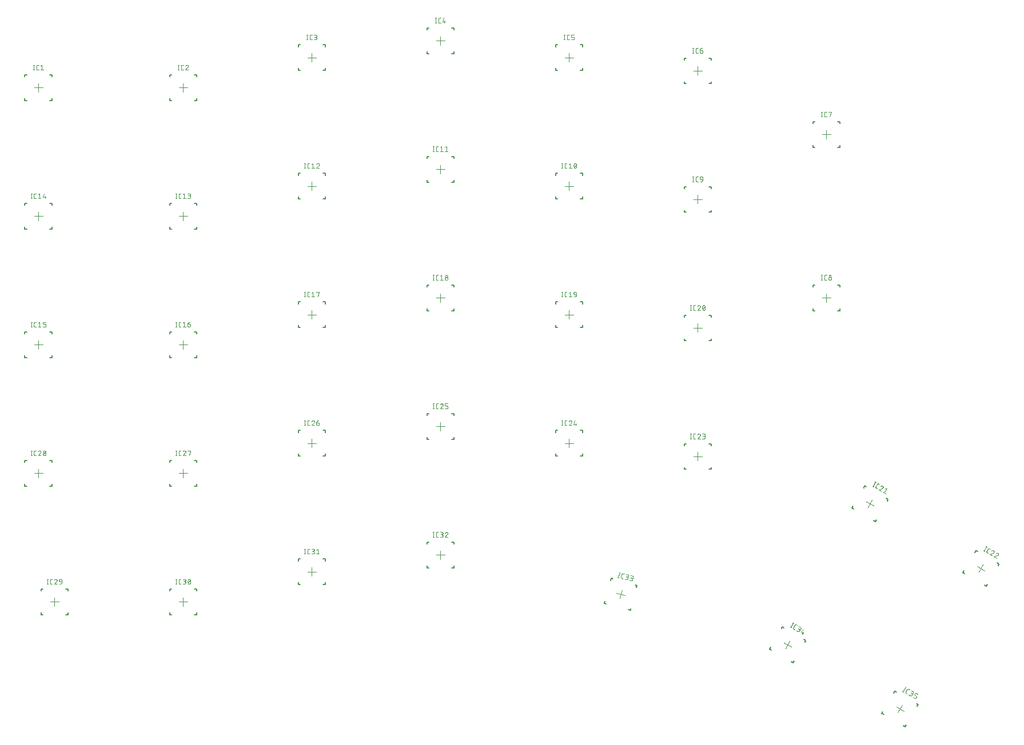
<source format=gbr>
G04 EAGLE Gerber RS-274X export*
G75*
%MOMM*%
%FSLAX34Y34*%
%LPD*%
%AMOC8*
5,1,8,0,0,1.08239X$1,22.5*%
G01*
%ADD10C,0.000000*%
%ADD11C,0.127000*%
%ADD12C,0.076200*%


D10*
X77788Y1066800D02*
X65088Y1066800D01*
X71438Y1060450D02*
X71438Y1073150D01*
X660400Y1136238D02*
X673100Y1136238D01*
X666750Y1129888D02*
X666750Y1142588D01*
X482600Y1111425D02*
X469900Y1111425D01*
X476250Y1105075D02*
X476250Y1117775D01*
X850900Y1111425D02*
X863600Y1111425D01*
X857250Y1105075D02*
X857250Y1117775D01*
X1041400Y1091613D02*
X1054100Y1091613D01*
X1047750Y1085263D02*
X1047750Y1097963D01*
X292100Y1066800D02*
X279400Y1066800D01*
X285750Y1060450D02*
X285750Y1073150D01*
X1231900Y997363D02*
X1244600Y997363D01*
X1238250Y991013D02*
X1238250Y1003713D01*
X77788Y876300D02*
X65088Y876300D01*
X71438Y869950D02*
X71438Y882650D01*
X279400Y876300D02*
X292100Y876300D01*
X285750Y869950D02*
X285750Y882650D01*
X469900Y920925D02*
X482600Y920925D01*
X476250Y914575D02*
X476250Y927275D01*
X660400Y945738D02*
X673100Y945738D01*
X666750Y939388D02*
X666750Y952088D01*
X850900Y920925D02*
X863600Y920925D01*
X857250Y914575D02*
X857250Y927275D01*
X1041400Y901113D02*
X1054100Y901113D01*
X1047750Y894763D02*
X1047750Y907463D01*
X1231900Y755333D02*
X1244600Y755333D01*
X1238250Y748983D02*
X1238250Y761683D01*
X77788Y685800D02*
X65088Y685800D01*
X71438Y679450D02*
X71438Y692150D01*
X279400Y685800D02*
X292100Y685800D01*
X285750Y679450D02*
X285750Y692150D01*
X469900Y730425D02*
X482600Y730425D01*
X476250Y724075D02*
X476250Y736775D01*
X660400Y755238D02*
X673100Y755238D01*
X666750Y748888D02*
X666750Y761588D01*
X850900Y730425D02*
X863600Y730425D01*
X857250Y724075D02*
X857250Y736775D01*
X1041400Y710613D02*
X1054100Y710613D01*
X1047750Y704263D02*
X1047750Y716963D01*
X77788Y495300D02*
X65088Y495300D01*
X71438Y488950D02*
X71438Y501650D01*
X279400Y495300D02*
X292100Y495300D01*
X285750Y488950D02*
X285750Y501650D01*
X469900Y539925D02*
X482600Y539925D01*
X476250Y533575D02*
X476250Y546275D01*
X660400Y564738D02*
X673100Y564738D01*
X666750Y558388D02*
X666750Y571088D01*
X850900Y539925D02*
X863600Y539925D01*
X857250Y533575D02*
X857250Y546275D01*
X1041400Y520113D02*
X1054100Y520113D01*
X1047750Y513763D02*
X1047750Y526463D01*
X1297521Y453252D02*
X1308519Y446902D01*
X1306195Y455576D02*
X1299845Y444577D01*
X1461859Y357494D02*
X1472857Y351144D01*
X1470533Y359818D02*
X1464183Y348819D01*
X101600Y304800D02*
X88900Y304800D01*
X95250Y298450D02*
X95250Y311150D01*
X279400Y304800D02*
X292100Y304800D01*
X285750Y298450D02*
X285750Y311150D01*
X469900Y349425D02*
X482600Y349425D01*
X476250Y343075D02*
X476250Y355775D01*
X660400Y374238D02*
X673100Y374238D01*
X666750Y367888D02*
X666750Y380588D01*
X927669Y317571D02*
X939936Y314284D01*
X932159Y309794D02*
X935446Y322061D01*
X1175601Y244337D02*
X1186599Y237987D01*
X1184275Y246661D02*
X1177925Y235662D01*
X1341971Y149087D02*
X1352969Y142737D01*
X1350645Y151411D02*
X1344295Y140412D01*
D11*
X91434Y1047795D02*
X91434Y1050795D01*
X91434Y1047795D02*
X88434Y1047795D01*
X54434Y1047795D02*
X51434Y1047795D01*
X51434Y1050795D01*
X51434Y1082795D02*
X51434Y1085795D01*
X54434Y1085795D01*
X88434Y1085795D02*
X91434Y1085795D01*
X91434Y1082795D01*
D12*
X64846Y1093112D02*
X64846Y1100478D01*
X64028Y1093112D02*
X65665Y1093112D01*
X65665Y1100478D02*
X64028Y1100478D01*
X70266Y1093112D02*
X71903Y1093112D01*
X70266Y1093112D02*
X70188Y1093114D01*
X70110Y1093119D01*
X70033Y1093129D01*
X69956Y1093142D01*
X69880Y1093158D01*
X69805Y1093178D01*
X69731Y1093202D01*
X69658Y1093229D01*
X69586Y1093260D01*
X69516Y1093294D01*
X69448Y1093331D01*
X69381Y1093372D01*
X69316Y1093416D01*
X69254Y1093462D01*
X69194Y1093512D01*
X69136Y1093564D01*
X69081Y1093619D01*
X69029Y1093677D01*
X68979Y1093737D01*
X68933Y1093799D01*
X68889Y1093864D01*
X68848Y1093931D01*
X68811Y1093999D01*
X68777Y1094069D01*
X68746Y1094141D01*
X68719Y1094214D01*
X68695Y1094288D01*
X68675Y1094363D01*
X68659Y1094439D01*
X68646Y1094516D01*
X68636Y1094593D01*
X68631Y1094671D01*
X68629Y1094749D01*
X68629Y1098841D01*
X68631Y1098921D01*
X68637Y1099001D01*
X68647Y1099081D01*
X68660Y1099160D01*
X68678Y1099239D01*
X68699Y1099316D01*
X68725Y1099392D01*
X68754Y1099467D01*
X68786Y1099541D01*
X68822Y1099613D01*
X68862Y1099683D01*
X68905Y1099750D01*
X68951Y1099816D01*
X69001Y1099879D01*
X69053Y1099940D01*
X69108Y1099999D01*
X69167Y1100054D01*
X69227Y1100106D01*
X69291Y1100156D01*
X69357Y1100202D01*
X69424Y1100245D01*
X69494Y1100285D01*
X69566Y1100321D01*
X69640Y1100353D01*
X69714Y1100382D01*
X69791Y1100408D01*
X69868Y1100429D01*
X69947Y1100447D01*
X70026Y1100460D01*
X70106Y1100470D01*
X70186Y1100476D01*
X70266Y1100478D01*
X71903Y1100478D01*
X74748Y1098841D02*
X76795Y1100478D01*
X76795Y1093112D01*
X78841Y1093112D02*
X74748Y1093112D01*
D11*
X305750Y1050800D02*
X305750Y1047800D01*
X302750Y1047800D01*
X268750Y1047800D02*
X265750Y1047800D01*
X265750Y1050800D01*
X265750Y1082800D02*
X265750Y1085800D01*
X268750Y1085800D01*
X302750Y1085800D02*
X305750Y1085800D01*
X305750Y1082800D01*
D12*
X279162Y1093117D02*
X279162Y1100483D01*
X278344Y1093117D02*
X279981Y1093117D01*
X279981Y1100483D02*
X278344Y1100483D01*
X284582Y1093117D02*
X286219Y1093117D01*
X284582Y1093117D02*
X284504Y1093119D01*
X284426Y1093124D01*
X284349Y1093134D01*
X284272Y1093147D01*
X284196Y1093163D01*
X284121Y1093183D01*
X284047Y1093207D01*
X283974Y1093234D01*
X283902Y1093265D01*
X283832Y1093299D01*
X283764Y1093336D01*
X283697Y1093377D01*
X283632Y1093421D01*
X283570Y1093467D01*
X283510Y1093517D01*
X283452Y1093569D01*
X283397Y1093624D01*
X283345Y1093682D01*
X283295Y1093742D01*
X283249Y1093804D01*
X283205Y1093869D01*
X283164Y1093936D01*
X283127Y1094004D01*
X283093Y1094074D01*
X283062Y1094146D01*
X283035Y1094219D01*
X283011Y1094293D01*
X282991Y1094368D01*
X282975Y1094444D01*
X282962Y1094521D01*
X282952Y1094598D01*
X282947Y1094676D01*
X282945Y1094754D01*
X282945Y1098846D01*
X282947Y1098926D01*
X282953Y1099006D01*
X282963Y1099086D01*
X282976Y1099165D01*
X282994Y1099244D01*
X283015Y1099321D01*
X283041Y1099397D01*
X283070Y1099472D01*
X283102Y1099546D01*
X283138Y1099618D01*
X283178Y1099688D01*
X283221Y1099755D01*
X283267Y1099821D01*
X283317Y1099884D01*
X283369Y1099945D01*
X283424Y1100004D01*
X283483Y1100059D01*
X283543Y1100111D01*
X283607Y1100161D01*
X283673Y1100207D01*
X283740Y1100250D01*
X283810Y1100290D01*
X283882Y1100326D01*
X283956Y1100358D01*
X284030Y1100387D01*
X284107Y1100413D01*
X284184Y1100434D01*
X284263Y1100452D01*
X284342Y1100465D01*
X284422Y1100475D01*
X284502Y1100481D01*
X284582Y1100483D01*
X286219Y1100483D01*
X291315Y1100484D02*
X291400Y1100482D01*
X291485Y1100476D01*
X291569Y1100466D01*
X291653Y1100453D01*
X291737Y1100435D01*
X291819Y1100414D01*
X291900Y1100389D01*
X291980Y1100360D01*
X292059Y1100327D01*
X292136Y1100291D01*
X292211Y1100251D01*
X292285Y1100208D01*
X292356Y1100162D01*
X292425Y1100112D01*
X292492Y1100059D01*
X292556Y1100003D01*
X292617Y1099944D01*
X292676Y1099883D01*
X292732Y1099819D01*
X292785Y1099752D01*
X292835Y1099683D01*
X292881Y1099612D01*
X292924Y1099538D01*
X292964Y1099463D01*
X293000Y1099386D01*
X293033Y1099307D01*
X293062Y1099227D01*
X293087Y1099146D01*
X293108Y1099064D01*
X293126Y1098980D01*
X293139Y1098896D01*
X293149Y1098812D01*
X293155Y1098727D01*
X293157Y1098642D01*
X291315Y1100483D02*
X291219Y1100481D01*
X291123Y1100475D01*
X291028Y1100465D01*
X290933Y1100452D01*
X290838Y1100434D01*
X290745Y1100413D01*
X290652Y1100388D01*
X290561Y1100359D01*
X290470Y1100327D01*
X290381Y1100291D01*
X290294Y1100251D01*
X290208Y1100208D01*
X290124Y1100162D01*
X290042Y1100112D01*
X289962Y1100058D01*
X289885Y1100002D01*
X289810Y1099942D01*
X289737Y1099880D01*
X289667Y1099814D01*
X289599Y1099746D01*
X289534Y1099675D01*
X289473Y1099602D01*
X289414Y1099526D01*
X289358Y1099447D01*
X289306Y1099367D01*
X289257Y1099284D01*
X289211Y1099200D01*
X289169Y1099114D01*
X289131Y1099026D01*
X289096Y1098937D01*
X289064Y1098846D01*
X292542Y1097210D02*
X292602Y1097269D01*
X292659Y1097331D01*
X292714Y1097395D01*
X292765Y1097462D01*
X292814Y1097531D01*
X292860Y1097601D01*
X292903Y1097674D01*
X292943Y1097748D01*
X292979Y1097824D01*
X293012Y1097902D01*
X293042Y1097981D01*
X293069Y1098061D01*
X293092Y1098142D01*
X293111Y1098224D01*
X293127Y1098306D01*
X293140Y1098390D01*
X293149Y1098474D01*
X293154Y1098558D01*
X293156Y1098642D01*
X292543Y1097209D02*
X289064Y1093117D01*
X293156Y1093117D01*
D11*
X496250Y1092425D02*
X496250Y1095425D01*
X496250Y1092425D02*
X493250Y1092425D01*
X459250Y1092425D02*
X456250Y1092425D01*
X456250Y1095425D01*
X456250Y1127425D02*
X456250Y1130425D01*
X459250Y1130425D01*
X493250Y1130425D02*
X496250Y1130425D01*
X496250Y1127425D01*
D12*
X469662Y1137742D02*
X469662Y1145108D01*
X468844Y1137742D02*
X470481Y1137742D01*
X470481Y1145108D02*
X468844Y1145108D01*
X475082Y1137742D02*
X476719Y1137742D01*
X475082Y1137742D02*
X475004Y1137744D01*
X474926Y1137749D01*
X474849Y1137759D01*
X474772Y1137772D01*
X474696Y1137788D01*
X474621Y1137808D01*
X474547Y1137832D01*
X474474Y1137859D01*
X474402Y1137890D01*
X474332Y1137924D01*
X474264Y1137961D01*
X474197Y1138002D01*
X474132Y1138046D01*
X474070Y1138092D01*
X474010Y1138142D01*
X473952Y1138194D01*
X473897Y1138249D01*
X473845Y1138307D01*
X473795Y1138367D01*
X473749Y1138429D01*
X473705Y1138494D01*
X473664Y1138561D01*
X473627Y1138629D01*
X473593Y1138699D01*
X473562Y1138771D01*
X473535Y1138844D01*
X473511Y1138918D01*
X473491Y1138993D01*
X473475Y1139069D01*
X473462Y1139146D01*
X473452Y1139223D01*
X473447Y1139301D01*
X473445Y1139379D01*
X473445Y1143471D01*
X473447Y1143551D01*
X473453Y1143631D01*
X473463Y1143711D01*
X473476Y1143790D01*
X473494Y1143869D01*
X473515Y1143946D01*
X473541Y1144022D01*
X473570Y1144097D01*
X473602Y1144171D01*
X473638Y1144243D01*
X473678Y1144313D01*
X473721Y1144380D01*
X473767Y1144446D01*
X473817Y1144509D01*
X473869Y1144570D01*
X473924Y1144629D01*
X473983Y1144684D01*
X474043Y1144736D01*
X474107Y1144786D01*
X474173Y1144832D01*
X474240Y1144875D01*
X474310Y1144915D01*
X474382Y1144951D01*
X474456Y1144983D01*
X474530Y1145012D01*
X474607Y1145038D01*
X474684Y1145059D01*
X474763Y1145077D01*
X474842Y1145090D01*
X474922Y1145100D01*
X475002Y1145106D01*
X475082Y1145108D01*
X476719Y1145108D01*
X479564Y1137742D02*
X481610Y1137742D01*
X481699Y1137744D01*
X481788Y1137750D01*
X481877Y1137760D01*
X481965Y1137773D01*
X482053Y1137790D01*
X482140Y1137812D01*
X482225Y1137837D01*
X482310Y1137865D01*
X482393Y1137898D01*
X482475Y1137934D01*
X482555Y1137973D01*
X482633Y1138016D01*
X482709Y1138062D01*
X482784Y1138112D01*
X482856Y1138165D01*
X482925Y1138221D01*
X482992Y1138280D01*
X483057Y1138341D01*
X483118Y1138406D01*
X483177Y1138473D01*
X483233Y1138542D01*
X483286Y1138614D01*
X483336Y1138689D01*
X483382Y1138765D01*
X483425Y1138843D01*
X483464Y1138923D01*
X483500Y1139005D01*
X483533Y1139088D01*
X483561Y1139173D01*
X483586Y1139258D01*
X483608Y1139345D01*
X483625Y1139433D01*
X483638Y1139521D01*
X483648Y1139610D01*
X483654Y1139699D01*
X483656Y1139788D01*
X483654Y1139877D01*
X483648Y1139966D01*
X483638Y1140055D01*
X483625Y1140143D01*
X483608Y1140231D01*
X483586Y1140318D01*
X483561Y1140403D01*
X483533Y1140488D01*
X483500Y1140571D01*
X483464Y1140653D01*
X483425Y1140733D01*
X483382Y1140811D01*
X483336Y1140887D01*
X483286Y1140962D01*
X483233Y1141034D01*
X483177Y1141103D01*
X483118Y1141170D01*
X483057Y1141235D01*
X482992Y1141296D01*
X482925Y1141355D01*
X482856Y1141411D01*
X482784Y1141464D01*
X482709Y1141514D01*
X482633Y1141560D01*
X482555Y1141603D01*
X482475Y1141642D01*
X482393Y1141678D01*
X482310Y1141711D01*
X482225Y1141739D01*
X482140Y1141764D01*
X482053Y1141786D01*
X481965Y1141803D01*
X481877Y1141816D01*
X481788Y1141826D01*
X481699Y1141832D01*
X481610Y1141834D01*
X482019Y1145108D02*
X479564Y1145108D01*
X482019Y1145108D02*
X482098Y1145106D01*
X482177Y1145100D01*
X482256Y1145091D01*
X482334Y1145078D01*
X482411Y1145060D01*
X482487Y1145040D01*
X482562Y1145015D01*
X482636Y1144987D01*
X482709Y1144956D01*
X482780Y1144920D01*
X482849Y1144882D01*
X482916Y1144840D01*
X482981Y1144795D01*
X483044Y1144747D01*
X483105Y1144696D01*
X483162Y1144642D01*
X483218Y1144586D01*
X483270Y1144527D01*
X483320Y1144465D01*
X483366Y1144401D01*
X483410Y1144335D01*
X483450Y1144267D01*
X483486Y1144197D01*
X483520Y1144125D01*
X483550Y1144051D01*
X483576Y1143977D01*
X483599Y1143901D01*
X483617Y1143824D01*
X483633Y1143747D01*
X483644Y1143668D01*
X483652Y1143590D01*
X483656Y1143511D01*
X483656Y1143431D01*
X483652Y1143352D01*
X483644Y1143274D01*
X483633Y1143195D01*
X483617Y1143118D01*
X483599Y1143041D01*
X483576Y1142965D01*
X483550Y1142891D01*
X483520Y1142817D01*
X483486Y1142745D01*
X483450Y1142675D01*
X483410Y1142607D01*
X483366Y1142541D01*
X483320Y1142477D01*
X483270Y1142415D01*
X483218Y1142356D01*
X483162Y1142300D01*
X483105Y1142246D01*
X483044Y1142195D01*
X482981Y1142147D01*
X482916Y1142102D01*
X482849Y1142060D01*
X482780Y1142022D01*
X482709Y1141986D01*
X482636Y1141955D01*
X482562Y1141927D01*
X482487Y1141902D01*
X482411Y1141882D01*
X482334Y1141864D01*
X482256Y1141851D01*
X482177Y1141842D01*
X482098Y1141836D01*
X482019Y1141834D01*
X480383Y1141834D01*
D11*
X686750Y1120238D02*
X686750Y1117238D01*
X683750Y1117238D01*
X649750Y1117238D02*
X646750Y1117238D01*
X646750Y1120238D01*
X646750Y1152238D02*
X646750Y1155238D01*
X649750Y1155238D01*
X683750Y1155238D02*
X686750Y1155238D01*
X686750Y1152238D01*
D12*
X660162Y1162555D02*
X660162Y1169921D01*
X659344Y1162555D02*
X660981Y1162555D01*
X660981Y1169921D02*
X659344Y1169921D01*
X665582Y1162555D02*
X667219Y1162555D01*
X665582Y1162554D02*
X665504Y1162556D01*
X665426Y1162561D01*
X665349Y1162571D01*
X665272Y1162584D01*
X665196Y1162600D01*
X665121Y1162620D01*
X665047Y1162644D01*
X664974Y1162671D01*
X664902Y1162702D01*
X664832Y1162736D01*
X664764Y1162773D01*
X664697Y1162814D01*
X664632Y1162858D01*
X664570Y1162904D01*
X664510Y1162954D01*
X664452Y1163006D01*
X664397Y1163061D01*
X664345Y1163119D01*
X664295Y1163179D01*
X664249Y1163241D01*
X664205Y1163306D01*
X664164Y1163373D01*
X664127Y1163441D01*
X664093Y1163511D01*
X664062Y1163583D01*
X664035Y1163656D01*
X664011Y1163730D01*
X663991Y1163805D01*
X663975Y1163881D01*
X663962Y1163958D01*
X663952Y1164035D01*
X663947Y1164113D01*
X663945Y1164191D01*
X663945Y1168284D01*
X663947Y1168364D01*
X663953Y1168444D01*
X663963Y1168524D01*
X663976Y1168603D01*
X663994Y1168682D01*
X664015Y1168759D01*
X664041Y1168835D01*
X664070Y1168910D01*
X664102Y1168984D01*
X664138Y1169056D01*
X664178Y1169126D01*
X664221Y1169193D01*
X664267Y1169259D01*
X664317Y1169322D01*
X664369Y1169383D01*
X664424Y1169442D01*
X664483Y1169497D01*
X664543Y1169549D01*
X664607Y1169599D01*
X664673Y1169645D01*
X664740Y1169688D01*
X664810Y1169728D01*
X664882Y1169764D01*
X664956Y1169796D01*
X665030Y1169825D01*
X665107Y1169851D01*
X665184Y1169872D01*
X665263Y1169890D01*
X665342Y1169903D01*
X665422Y1169913D01*
X665502Y1169919D01*
X665582Y1169921D01*
X667219Y1169921D01*
X671701Y1169921D02*
X670064Y1164191D01*
X674156Y1164191D01*
X672929Y1165828D02*
X672929Y1162555D01*
D11*
X877250Y1095425D02*
X877250Y1092425D01*
X874250Y1092425D01*
X840250Y1092425D02*
X837250Y1092425D01*
X837250Y1095425D01*
X837250Y1127425D02*
X837250Y1130425D01*
X840250Y1130425D01*
X874250Y1130425D02*
X877250Y1130425D01*
X877250Y1127425D01*
D12*
X850662Y1137742D02*
X850662Y1145108D01*
X849844Y1137742D02*
X851481Y1137742D01*
X851481Y1145108D02*
X849844Y1145108D01*
X856082Y1137742D02*
X857719Y1137742D01*
X856082Y1137742D02*
X856004Y1137744D01*
X855926Y1137749D01*
X855849Y1137759D01*
X855772Y1137772D01*
X855696Y1137788D01*
X855621Y1137808D01*
X855547Y1137832D01*
X855474Y1137859D01*
X855402Y1137890D01*
X855332Y1137924D01*
X855264Y1137961D01*
X855197Y1138002D01*
X855132Y1138046D01*
X855070Y1138092D01*
X855010Y1138142D01*
X854952Y1138194D01*
X854897Y1138249D01*
X854845Y1138307D01*
X854795Y1138367D01*
X854749Y1138429D01*
X854705Y1138494D01*
X854664Y1138561D01*
X854627Y1138629D01*
X854593Y1138699D01*
X854562Y1138771D01*
X854535Y1138844D01*
X854511Y1138918D01*
X854491Y1138993D01*
X854475Y1139069D01*
X854462Y1139146D01*
X854452Y1139223D01*
X854447Y1139301D01*
X854445Y1139379D01*
X854445Y1143471D01*
X854447Y1143551D01*
X854453Y1143631D01*
X854463Y1143711D01*
X854476Y1143790D01*
X854494Y1143869D01*
X854515Y1143946D01*
X854541Y1144022D01*
X854570Y1144097D01*
X854602Y1144171D01*
X854638Y1144243D01*
X854678Y1144313D01*
X854721Y1144380D01*
X854767Y1144446D01*
X854817Y1144509D01*
X854869Y1144570D01*
X854924Y1144629D01*
X854983Y1144684D01*
X855043Y1144736D01*
X855107Y1144786D01*
X855173Y1144832D01*
X855240Y1144875D01*
X855310Y1144915D01*
X855382Y1144951D01*
X855456Y1144983D01*
X855530Y1145012D01*
X855607Y1145038D01*
X855684Y1145059D01*
X855763Y1145077D01*
X855842Y1145090D01*
X855922Y1145100D01*
X856002Y1145106D01*
X856082Y1145108D01*
X857719Y1145108D01*
X860564Y1137742D02*
X863019Y1137742D01*
X863097Y1137744D01*
X863175Y1137749D01*
X863252Y1137759D01*
X863329Y1137772D01*
X863405Y1137788D01*
X863480Y1137808D01*
X863554Y1137832D01*
X863627Y1137859D01*
X863699Y1137890D01*
X863769Y1137924D01*
X863838Y1137961D01*
X863904Y1138002D01*
X863969Y1138046D01*
X864031Y1138092D01*
X864091Y1138142D01*
X864149Y1138194D01*
X864204Y1138249D01*
X864256Y1138307D01*
X864306Y1138367D01*
X864352Y1138429D01*
X864396Y1138494D01*
X864437Y1138561D01*
X864474Y1138629D01*
X864508Y1138699D01*
X864539Y1138771D01*
X864566Y1138844D01*
X864590Y1138918D01*
X864610Y1138993D01*
X864626Y1139069D01*
X864639Y1139146D01*
X864649Y1139223D01*
X864654Y1139301D01*
X864656Y1139379D01*
X864656Y1140197D01*
X864654Y1140275D01*
X864649Y1140353D01*
X864639Y1140430D01*
X864626Y1140507D01*
X864610Y1140583D01*
X864590Y1140658D01*
X864566Y1140732D01*
X864539Y1140805D01*
X864508Y1140877D01*
X864474Y1140947D01*
X864437Y1141016D01*
X864396Y1141082D01*
X864352Y1141147D01*
X864306Y1141209D01*
X864256Y1141269D01*
X864204Y1141327D01*
X864149Y1141382D01*
X864091Y1141434D01*
X864031Y1141484D01*
X863969Y1141530D01*
X863904Y1141574D01*
X863838Y1141615D01*
X863769Y1141652D01*
X863699Y1141686D01*
X863627Y1141717D01*
X863554Y1141744D01*
X863480Y1141768D01*
X863405Y1141788D01*
X863329Y1141804D01*
X863252Y1141817D01*
X863175Y1141827D01*
X863097Y1141832D01*
X863019Y1141834D01*
X860564Y1141834D01*
X860564Y1145108D01*
X864656Y1145108D01*
D11*
X1067750Y1075613D02*
X1067750Y1072613D01*
X1064750Y1072613D01*
X1030750Y1072613D02*
X1027750Y1072613D01*
X1027750Y1075613D01*
X1027750Y1107613D02*
X1027750Y1110613D01*
X1030750Y1110613D01*
X1064750Y1110613D02*
X1067750Y1110613D01*
X1067750Y1107613D01*
D12*
X1041162Y1117930D02*
X1041162Y1125296D01*
X1040344Y1117930D02*
X1041981Y1117930D01*
X1041981Y1125296D02*
X1040344Y1125296D01*
X1046582Y1117930D02*
X1048219Y1117930D01*
X1046582Y1117929D02*
X1046504Y1117931D01*
X1046426Y1117936D01*
X1046349Y1117946D01*
X1046272Y1117959D01*
X1046196Y1117975D01*
X1046121Y1117995D01*
X1046047Y1118019D01*
X1045974Y1118046D01*
X1045902Y1118077D01*
X1045832Y1118111D01*
X1045764Y1118148D01*
X1045697Y1118189D01*
X1045632Y1118233D01*
X1045570Y1118279D01*
X1045510Y1118329D01*
X1045452Y1118381D01*
X1045397Y1118436D01*
X1045345Y1118494D01*
X1045295Y1118554D01*
X1045249Y1118616D01*
X1045205Y1118681D01*
X1045164Y1118748D01*
X1045127Y1118816D01*
X1045093Y1118886D01*
X1045062Y1118958D01*
X1045035Y1119031D01*
X1045011Y1119105D01*
X1044991Y1119180D01*
X1044975Y1119256D01*
X1044962Y1119333D01*
X1044952Y1119410D01*
X1044947Y1119488D01*
X1044945Y1119566D01*
X1044945Y1123659D01*
X1044947Y1123739D01*
X1044953Y1123819D01*
X1044963Y1123899D01*
X1044976Y1123978D01*
X1044994Y1124057D01*
X1045015Y1124134D01*
X1045041Y1124210D01*
X1045070Y1124285D01*
X1045102Y1124359D01*
X1045138Y1124431D01*
X1045178Y1124501D01*
X1045221Y1124568D01*
X1045267Y1124634D01*
X1045317Y1124697D01*
X1045369Y1124758D01*
X1045424Y1124817D01*
X1045483Y1124872D01*
X1045543Y1124924D01*
X1045607Y1124974D01*
X1045673Y1125020D01*
X1045740Y1125063D01*
X1045810Y1125103D01*
X1045882Y1125139D01*
X1045956Y1125171D01*
X1046030Y1125200D01*
X1046107Y1125226D01*
X1046184Y1125247D01*
X1046263Y1125265D01*
X1046342Y1125278D01*
X1046422Y1125288D01*
X1046502Y1125294D01*
X1046582Y1125296D01*
X1048219Y1125296D01*
X1051064Y1122022D02*
X1053519Y1122022D01*
X1053597Y1122020D01*
X1053675Y1122015D01*
X1053752Y1122005D01*
X1053829Y1121992D01*
X1053905Y1121976D01*
X1053980Y1121956D01*
X1054054Y1121932D01*
X1054127Y1121905D01*
X1054199Y1121874D01*
X1054269Y1121840D01*
X1054338Y1121803D01*
X1054404Y1121762D01*
X1054469Y1121718D01*
X1054531Y1121672D01*
X1054591Y1121622D01*
X1054649Y1121570D01*
X1054704Y1121515D01*
X1054756Y1121457D01*
X1054806Y1121397D01*
X1054852Y1121335D01*
X1054896Y1121270D01*
X1054937Y1121204D01*
X1054974Y1121135D01*
X1055008Y1121065D01*
X1055039Y1120993D01*
X1055066Y1120920D01*
X1055090Y1120846D01*
X1055110Y1120771D01*
X1055126Y1120695D01*
X1055139Y1120618D01*
X1055149Y1120541D01*
X1055154Y1120463D01*
X1055156Y1120385D01*
X1055156Y1119976D01*
X1055154Y1119887D01*
X1055148Y1119798D01*
X1055138Y1119709D01*
X1055125Y1119621D01*
X1055108Y1119533D01*
X1055086Y1119446D01*
X1055061Y1119361D01*
X1055033Y1119276D01*
X1055000Y1119193D01*
X1054964Y1119111D01*
X1054925Y1119031D01*
X1054882Y1118953D01*
X1054836Y1118877D01*
X1054786Y1118802D01*
X1054733Y1118730D01*
X1054677Y1118661D01*
X1054618Y1118594D01*
X1054557Y1118529D01*
X1054492Y1118468D01*
X1054425Y1118409D01*
X1054356Y1118353D01*
X1054284Y1118300D01*
X1054209Y1118250D01*
X1054133Y1118204D01*
X1054055Y1118161D01*
X1053975Y1118122D01*
X1053893Y1118086D01*
X1053810Y1118053D01*
X1053725Y1118025D01*
X1053640Y1118000D01*
X1053553Y1117978D01*
X1053465Y1117961D01*
X1053377Y1117948D01*
X1053288Y1117938D01*
X1053199Y1117932D01*
X1053110Y1117930D01*
X1053021Y1117932D01*
X1052932Y1117938D01*
X1052843Y1117948D01*
X1052755Y1117961D01*
X1052667Y1117978D01*
X1052580Y1118000D01*
X1052495Y1118025D01*
X1052410Y1118053D01*
X1052327Y1118086D01*
X1052245Y1118122D01*
X1052165Y1118161D01*
X1052087Y1118204D01*
X1052011Y1118250D01*
X1051936Y1118300D01*
X1051864Y1118353D01*
X1051795Y1118409D01*
X1051728Y1118468D01*
X1051663Y1118529D01*
X1051602Y1118594D01*
X1051543Y1118661D01*
X1051487Y1118730D01*
X1051434Y1118802D01*
X1051384Y1118877D01*
X1051338Y1118953D01*
X1051295Y1119031D01*
X1051256Y1119111D01*
X1051220Y1119193D01*
X1051187Y1119276D01*
X1051159Y1119361D01*
X1051134Y1119446D01*
X1051112Y1119533D01*
X1051095Y1119621D01*
X1051082Y1119709D01*
X1051072Y1119798D01*
X1051066Y1119887D01*
X1051064Y1119976D01*
X1051064Y1122022D01*
X1051066Y1122136D01*
X1051072Y1122250D01*
X1051082Y1122364D01*
X1051096Y1122478D01*
X1051114Y1122591D01*
X1051136Y1122703D01*
X1051161Y1122814D01*
X1051191Y1122924D01*
X1051224Y1123034D01*
X1051261Y1123142D01*
X1051302Y1123248D01*
X1051347Y1123354D01*
X1051395Y1123457D01*
X1051447Y1123559D01*
X1051503Y1123659D01*
X1051561Y1123757D01*
X1051624Y1123853D01*
X1051689Y1123946D01*
X1051758Y1124038D01*
X1051830Y1124126D01*
X1051905Y1124213D01*
X1051983Y1124296D01*
X1052064Y1124377D01*
X1052147Y1124455D01*
X1052234Y1124530D01*
X1052322Y1124602D01*
X1052414Y1124671D01*
X1052507Y1124736D01*
X1052603Y1124798D01*
X1052701Y1124857D01*
X1052801Y1124913D01*
X1052903Y1124965D01*
X1053006Y1125013D01*
X1053112Y1125058D01*
X1053218Y1125099D01*
X1053326Y1125136D01*
X1053436Y1125169D01*
X1053546Y1125199D01*
X1053657Y1125224D01*
X1053769Y1125246D01*
X1053882Y1125264D01*
X1053996Y1125278D01*
X1054110Y1125288D01*
X1054224Y1125294D01*
X1054338Y1125296D01*
D11*
X1258250Y981363D02*
X1258250Y978363D01*
X1255250Y978363D01*
X1221250Y978363D02*
X1218250Y978363D01*
X1218250Y981363D01*
X1218250Y1013363D02*
X1218250Y1016363D01*
X1221250Y1016363D01*
X1255250Y1016363D02*
X1258250Y1016363D01*
X1258250Y1013363D01*
D12*
X1231662Y1023680D02*
X1231662Y1031046D01*
X1230844Y1023680D02*
X1232481Y1023680D01*
X1232481Y1031046D02*
X1230844Y1031046D01*
X1237082Y1023680D02*
X1238719Y1023680D01*
X1237082Y1023679D02*
X1237004Y1023681D01*
X1236926Y1023686D01*
X1236849Y1023696D01*
X1236772Y1023709D01*
X1236696Y1023725D01*
X1236621Y1023745D01*
X1236547Y1023769D01*
X1236474Y1023796D01*
X1236402Y1023827D01*
X1236332Y1023861D01*
X1236264Y1023898D01*
X1236197Y1023939D01*
X1236132Y1023983D01*
X1236070Y1024029D01*
X1236010Y1024079D01*
X1235952Y1024131D01*
X1235897Y1024186D01*
X1235845Y1024244D01*
X1235795Y1024304D01*
X1235749Y1024366D01*
X1235705Y1024431D01*
X1235664Y1024498D01*
X1235627Y1024566D01*
X1235593Y1024636D01*
X1235562Y1024708D01*
X1235535Y1024781D01*
X1235511Y1024855D01*
X1235491Y1024930D01*
X1235475Y1025006D01*
X1235462Y1025083D01*
X1235452Y1025160D01*
X1235447Y1025238D01*
X1235445Y1025316D01*
X1235445Y1029409D01*
X1235447Y1029489D01*
X1235453Y1029569D01*
X1235463Y1029649D01*
X1235476Y1029728D01*
X1235494Y1029807D01*
X1235515Y1029884D01*
X1235541Y1029960D01*
X1235570Y1030035D01*
X1235602Y1030109D01*
X1235638Y1030181D01*
X1235678Y1030251D01*
X1235721Y1030318D01*
X1235767Y1030384D01*
X1235817Y1030447D01*
X1235869Y1030508D01*
X1235924Y1030567D01*
X1235983Y1030622D01*
X1236043Y1030674D01*
X1236107Y1030724D01*
X1236173Y1030770D01*
X1236240Y1030813D01*
X1236310Y1030853D01*
X1236382Y1030889D01*
X1236456Y1030921D01*
X1236530Y1030950D01*
X1236607Y1030976D01*
X1236684Y1030997D01*
X1236763Y1031015D01*
X1236842Y1031028D01*
X1236922Y1031038D01*
X1237002Y1031044D01*
X1237082Y1031046D01*
X1238719Y1031046D01*
X1241564Y1031046D02*
X1241564Y1030227D01*
X1241564Y1031046D02*
X1245656Y1031046D01*
X1243610Y1023680D01*
X1231662Y789016D02*
X1231662Y781650D01*
X1230844Y781650D02*
X1232481Y781650D01*
X1232481Y789016D02*
X1230844Y789016D01*
X1237082Y781650D02*
X1238719Y781650D01*
X1237082Y781649D02*
X1237004Y781651D01*
X1236926Y781656D01*
X1236849Y781666D01*
X1236772Y781679D01*
X1236696Y781695D01*
X1236621Y781715D01*
X1236547Y781739D01*
X1236474Y781766D01*
X1236402Y781797D01*
X1236332Y781831D01*
X1236264Y781868D01*
X1236197Y781909D01*
X1236132Y781953D01*
X1236070Y781999D01*
X1236010Y782049D01*
X1235952Y782101D01*
X1235897Y782156D01*
X1235845Y782214D01*
X1235795Y782274D01*
X1235749Y782336D01*
X1235705Y782401D01*
X1235664Y782468D01*
X1235627Y782536D01*
X1235593Y782606D01*
X1235562Y782678D01*
X1235535Y782751D01*
X1235511Y782825D01*
X1235491Y782900D01*
X1235475Y782976D01*
X1235462Y783053D01*
X1235452Y783130D01*
X1235447Y783208D01*
X1235445Y783286D01*
X1235445Y787379D01*
X1235447Y787459D01*
X1235453Y787539D01*
X1235463Y787619D01*
X1235476Y787698D01*
X1235494Y787777D01*
X1235515Y787854D01*
X1235541Y787930D01*
X1235570Y788005D01*
X1235602Y788079D01*
X1235638Y788151D01*
X1235678Y788221D01*
X1235721Y788288D01*
X1235767Y788354D01*
X1235817Y788417D01*
X1235869Y788478D01*
X1235924Y788537D01*
X1235983Y788592D01*
X1236043Y788644D01*
X1236107Y788694D01*
X1236173Y788740D01*
X1236240Y788783D01*
X1236310Y788823D01*
X1236382Y788859D01*
X1236456Y788891D01*
X1236530Y788920D01*
X1236607Y788946D01*
X1236684Y788967D01*
X1236763Y788985D01*
X1236842Y788998D01*
X1236922Y789008D01*
X1237002Y789014D01*
X1237082Y789016D01*
X1238719Y789016D01*
X1241564Y783696D02*
X1241566Y783785D01*
X1241572Y783874D01*
X1241582Y783963D01*
X1241595Y784051D01*
X1241612Y784139D01*
X1241634Y784226D01*
X1241659Y784311D01*
X1241687Y784396D01*
X1241720Y784479D01*
X1241756Y784561D01*
X1241795Y784641D01*
X1241838Y784719D01*
X1241884Y784795D01*
X1241934Y784870D01*
X1241987Y784942D01*
X1242043Y785011D01*
X1242102Y785078D01*
X1242163Y785143D01*
X1242228Y785204D01*
X1242295Y785263D01*
X1242364Y785319D01*
X1242436Y785372D01*
X1242511Y785422D01*
X1242587Y785468D01*
X1242665Y785511D01*
X1242745Y785550D01*
X1242827Y785586D01*
X1242910Y785619D01*
X1242995Y785647D01*
X1243080Y785672D01*
X1243167Y785694D01*
X1243255Y785711D01*
X1243343Y785724D01*
X1243432Y785734D01*
X1243521Y785740D01*
X1243610Y785742D01*
X1243699Y785740D01*
X1243788Y785734D01*
X1243877Y785724D01*
X1243965Y785711D01*
X1244053Y785694D01*
X1244140Y785672D01*
X1244225Y785647D01*
X1244310Y785619D01*
X1244393Y785586D01*
X1244475Y785550D01*
X1244555Y785511D01*
X1244633Y785468D01*
X1244709Y785422D01*
X1244784Y785372D01*
X1244856Y785319D01*
X1244925Y785263D01*
X1244992Y785204D01*
X1245057Y785143D01*
X1245118Y785078D01*
X1245177Y785011D01*
X1245233Y784942D01*
X1245286Y784870D01*
X1245336Y784795D01*
X1245382Y784719D01*
X1245425Y784641D01*
X1245464Y784561D01*
X1245500Y784479D01*
X1245533Y784396D01*
X1245561Y784311D01*
X1245586Y784226D01*
X1245608Y784139D01*
X1245625Y784051D01*
X1245638Y783963D01*
X1245648Y783874D01*
X1245654Y783785D01*
X1245656Y783696D01*
X1245654Y783607D01*
X1245648Y783518D01*
X1245638Y783429D01*
X1245625Y783341D01*
X1245608Y783253D01*
X1245586Y783166D01*
X1245561Y783081D01*
X1245533Y782996D01*
X1245500Y782913D01*
X1245464Y782831D01*
X1245425Y782751D01*
X1245382Y782673D01*
X1245336Y782597D01*
X1245286Y782522D01*
X1245233Y782450D01*
X1245177Y782381D01*
X1245118Y782314D01*
X1245057Y782249D01*
X1244992Y782188D01*
X1244925Y782129D01*
X1244856Y782073D01*
X1244784Y782020D01*
X1244709Y781970D01*
X1244633Y781924D01*
X1244555Y781881D01*
X1244475Y781842D01*
X1244393Y781806D01*
X1244310Y781773D01*
X1244225Y781745D01*
X1244140Y781720D01*
X1244053Y781698D01*
X1243965Y781681D01*
X1243877Y781668D01*
X1243788Y781658D01*
X1243699Y781652D01*
X1243610Y781650D01*
X1243521Y781652D01*
X1243432Y781658D01*
X1243343Y781668D01*
X1243255Y781681D01*
X1243167Y781698D01*
X1243080Y781720D01*
X1242995Y781745D01*
X1242910Y781773D01*
X1242827Y781806D01*
X1242745Y781842D01*
X1242665Y781881D01*
X1242587Y781924D01*
X1242511Y781970D01*
X1242436Y782020D01*
X1242364Y782073D01*
X1242295Y782129D01*
X1242228Y782188D01*
X1242163Y782249D01*
X1242102Y782314D01*
X1242043Y782381D01*
X1241987Y782450D01*
X1241934Y782522D01*
X1241884Y782597D01*
X1241838Y782673D01*
X1241795Y782751D01*
X1241756Y782831D01*
X1241720Y782913D01*
X1241687Y782996D01*
X1241659Y783081D01*
X1241634Y783166D01*
X1241612Y783253D01*
X1241595Y783341D01*
X1241582Y783429D01*
X1241572Y783518D01*
X1241566Y783607D01*
X1241564Y783696D01*
X1241973Y787379D02*
X1241975Y787458D01*
X1241981Y787537D01*
X1241990Y787616D01*
X1242003Y787694D01*
X1242021Y787771D01*
X1242041Y787847D01*
X1242066Y787922D01*
X1242094Y787996D01*
X1242125Y788069D01*
X1242161Y788140D01*
X1242199Y788209D01*
X1242241Y788276D01*
X1242286Y788341D01*
X1242334Y788404D01*
X1242385Y788465D01*
X1242439Y788522D01*
X1242495Y788578D01*
X1242554Y788630D01*
X1242616Y788680D01*
X1242680Y788726D01*
X1242746Y788770D01*
X1242814Y788810D01*
X1242884Y788846D01*
X1242956Y788880D01*
X1243030Y788910D01*
X1243104Y788936D01*
X1243180Y788959D01*
X1243257Y788977D01*
X1243334Y788993D01*
X1243413Y789004D01*
X1243491Y789012D01*
X1243570Y789016D01*
X1243650Y789016D01*
X1243729Y789012D01*
X1243807Y789004D01*
X1243886Y788993D01*
X1243963Y788977D01*
X1244040Y788959D01*
X1244116Y788936D01*
X1244190Y788910D01*
X1244264Y788880D01*
X1244336Y788846D01*
X1244406Y788810D01*
X1244474Y788770D01*
X1244540Y788726D01*
X1244604Y788680D01*
X1244666Y788630D01*
X1244725Y788578D01*
X1244781Y788522D01*
X1244835Y788465D01*
X1244886Y788404D01*
X1244934Y788341D01*
X1244979Y788276D01*
X1245021Y788209D01*
X1245059Y788140D01*
X1245095Y788069D01*
X1245126Y787996D01*
X1245154Y787922D01*
X1245179Y787847D01*
X1245199Y787771D01*
X1245217Y787694D01*
X1245230Y787616D01*
X1245239Y787537D01*
X1245245Y787458D01*
X1245247Y787379D01*
X1245245Y787300D01*
X1245239Y787221D01*
X1245230Y787142D01*
X1245217Y787064D01*
X1245199Y786987D01*
X1245179Y786911D01*
X1245154Y786836D01*
X1245126Y786762D01*
X1245095Y786689D01*
X1245059Y786618D01*
X1245021Y786549D01*
X1244979Y786482D01*
X1244934Y786417D01*
X1244886Y786354D01*
X1244835Y786293D01*
X1244781Y786236D01*
X1244725Y786180D01*
X1244666Y786128D01*
X1244604Y786078D01*
X1244540Y786032D01*
X1244474Y785988D01*
X1244406Y785948D01*
X1244336Y785912D01*
X1244264Y785878D01*
X1244190Y785848D01*
X1244116Y785822D01*
X1244040Y785799D01*
X1243963Y785781D01*
X1243886Y785765D01*
X1243807Y785754D01*
X1243729Y785746D01*
X1243650Y785742D01*
X1243570Y785742D01*
X1243491Y785746D01*
X1243413Y785754D01*
X1243334Y785765D01*
X1243257Y785781D01*
X1243180Y785799D01*
X1243104Y785822D01*
X1243030Y785848D01*
X1242956Y785878D01*
X1242884Y785912D01*
X1242814Y785948D01*
X1242746Y785988D01*
X1242680Y786032D01*
X1242616Y786078D01*
X1242554Y786128D01*
X1242495Y786180D01*
X1242439Y786236D01*
X1242385Y786293D01*
X1242334Y786354D01*
X1242286Y786417D01*
X1242241Y786482D01*
X1242199Y786549D01*
X1242161Y786618D01*
X1242125Y786689D01*
X1242094Y786762D01*
X1242066Y786836D01*
X1242041Y786911D01*
X1242021Y786987D01*
X1242003Y787064D01*
X1241990Y787142D01*
X1241981Y787221D01*
X1241975Y787300D01*
X1241973Y787379D01*
D11*
X1218250Y774333D02*
X1218250Y771333D01*
X1218250Y774333D02*
X1221250Y774333D01*
X1255250Y774333D02*
X1258250Y774333D01*
X1258250Y771333D01*
X1258250Y739333D02*
X1258250Y736333D01*
X1255250Y736333D01*
X1221250Y736333D02*
X1218250Y736333D01*
X1218250Y739333D01*
D12*
X1041162Y927430D02*
X1041162Y934796D01*
X1040344Y927430D02*
X1041981Y927430D01*
X1041981Y934796D02*
X1040344Y934796D01*
X1046582Y927430D02*
X1048219Y927430D01*
X1046582Y927429D02*
X1046504Y927431D01*
X1046426Y927436D01*
X1046349Y927446D01*
X1046272Y927459D01*
X1046196Y927475D01*
X1046121Y927495D01*
X1046047Y927519D01*
X1045974Y927546D01*
X1045902Y927577D01*
X1045832Y927611D01*
X1045764Y927648D01*
X1045697Y927689D01*
X1045632Y927733D01*
X1045570Y927779D01*
X1045510Y927829D01*
X1045452Y927881D01*
X1045397Y927936D01*
X1045345Y927994D01*
X1045295Y928054D01*
X1045249Y928116D01*
X1045205Y928181D01*
X1045164Y928248D01*
X1045127Y928316D01*
X1045093Y928386D01*
X1045062Y928458D01*
X1045035Y928531D01*
X1045011Y928605D01*
X1044991Y928680D01*
X1044975Y928756D01*
X1044962Y928833D01*
X1044952Y928910D01*
X1044947Y928988D01*
X1044945Y929066D01*
X1044945Y933159D01*
X1044947Y933239D01*
X1044953Y933319D01*
X1044963Y933399D01*
X1044976Y933478D01*
X1044994Y933557D01*
X1045015Y933634D01*
X1045041Y933710D01*
X1045070Y933785D01*
X1045102Y933859D01*
X1045138Y933931D01*
X1045178Y934001D01*
X1045221Y934068D01*
X1045267Y934134D01*
X1045317Y934197D01*
X1045369Y934258D01*
X1045424Y934317D01*
X1045483Y934372D01*
X1045543Y934424D01*
X1045607Y934474D01*
X1045673Y934520D01*
X1045740Y934563D01*
X1045810Y934603D01*
X1045882Y934639D01*
X1045956Y934671D01*
X1046030Y934700D01*
X1046107Y934726D01*
X1046184Y934747D01*
X1046263Y934765D01*
X1046342Y934778D01*
X1046422Y934788D01*
X1046502Y934794D01*
X1046582Y934796D01*
X1048219Y934796D01*
X1052701Y930703D02*
X1055156Y930703D01*
X1052701Y930703D02*
X1052623Y930705D01*
X1052545Y930710D01*
X1052468Y930720D01*
X1052391Y930733D01*
X1052315Y930749D01*
X1052240Y930769D01*
X1052166Y930793D01*
X1052093Y930820D01*
X1052021Y930851D01*
X1051951Y930885D01*
X1051882Y930922D01*
X1051816Y930963D01*
X1051751Y931007D01*
X1051689Y931053D01*
X1051629Y931103D01*
X1051571Y931155D01*
X1051516Y931210D01*
X1051464Y931268D01*
X1051414Y931328D01*
X1051368Y931390D01*
X1051324Y931455D01*
X1051283Y931522D01*
X1051246Y931590D01*
X1051212Y931660D01*
X1051181Y931732D01*
X1051154Y931805D01*
X1051130Y931879D01*
X1051110Y931954D01*
X1051094Y932030D01*
X1051081Y932107D01*
X1051071Y932184D01*
X1051066Y932262D01*
X1051064Y932340D01*
X1051064Y932749D01*
X1051066Y932838D01*
X1051072Y932927D01*
X1051082Y933016D01*
X1051095Y933104D01*
X1051112Y933192D01*
X1051134Y933279D01*
X1051159Y933364D01*
X1051187Y933449D01*
X1051220Y933532D01*
X1051256Y933614D01*
X1051295Y933694D01*
X1051338Y933772D01*
X1051384Y933848D01*
X1051434Y933923D01*
X1051487Y933995D01*
X1051543Y934064D01*
X1051602Y934131D01*
X1051663Y934196D01*
X1051728Y934257D01*
X1051795Y934316D01*
X1051864Y934372D01*
X1051936Y934425D01*
X1052011Y934475D01*
X1052087Y934521D01*
X1052165Y934564D01*
X1052245Y934603D01*
X1052327Y934639D01*
X1052410Y934672D01*
X1052495Y934700D01*
X1052580Y934725D01*
X1052667Y934747D01*
X1052755Y934764D01*
X1052843Y934777D01*
X1052932Y934787D01*
X1053021Y934793D01*
X1053110Y934795D01*
X1053199Y934793D01*
X1053288Y934787D01*
X1053377Y934777D01*
X1053465Y934764D01*
X1053553Y934747D01*
X1053640Y934725D01*
X1053725Y934700D01*
X1053810Y934672D01*
X1053893Y934639D01*
X1053975Y934603D01*
X1054055Y934564D01*
X1054133Y934521D01*
X1054209Y934475D01*
X1054284Y934425D01*
X1054356Y934372D01*
X1054425Y934316D01*
X1054492Y934257D01*
X1054557Y934196D01*
X1054618Y934131D01*
X1054677Y934064D01*
X1054733Y933995D01*
X1054786Y933923D01*
X1054836Y933848D01*
X1054882Y933772D01*
X1054925Y933694D01*
X1054964Y933614D01*
X1055000Y933532D01*
X1055033Y933449D01*
X1055061Y933364D01*
X1055086Y933279D01*
X1055108Y933192D01*
X1055125Y933104D01*
X1055138Y933016D01*
X1055148Y932927D01*
X1055154Y932838D01*
X1055156Y932749D01*
X1055156Y930703D01*
X1055157Y930703D02*
X1055155Y930591D01*
X1055149Y930480D01*
X1055140Y930368D01*
X1055127Y930257D01*
X1055109Y930147D01*
X1055089Y930037D01*
X1055064Y929928D01*
X1055036Y929820D01*
X1055004Y929713D01*
X1054968Y929607D01*
X1054929Y929502D01*
X1054886Y929399D01*
X1054840Y929297D01*
X1054790Y929197D01*
X1054737Y929098D01*
X1054680Y929002D01*
X1054621Y928907D01*
X1054558Y928815D01*
X1054492Y928725D01*
X1054423Y928637D01*
X1054351Y928551D01*
X1054276Y928468D01*
X1054198Y928388D01*
X1054118Y928310D01*
X1054035Y928235D01*
X1053949Y928163D01*
X1053861Y928094D01*
X1053771Y928028D01*
X1053679Y927965D01*
X1053584Y927906D01*
X1053488Y927849D01*
X1053389Y927796D01*
X1053289Y927746D01*
X1053187Y927700D01*
X1053084Y927657D01*
X1052979Y927618D01*
X1052873Y927582D01*
X1052766Y927550D01*
X1052658Y927522D01*
X1052549Y927497D01*
X1052439Y927477D01*
X1052329Y927459D01*
X1052218Y927446D01*
X1052106Y927437D01*
X1051995Y927431D01*
X1051883Y927429D01*
D11*
X1027750Y920113D02*
X1027750Y917113D01*
X1027750Y920113D02*
X1030750Y920113D01*
X1064750Y920113D02*
X1067750Y920113D01*
X1067750Y917113D01*
X1067750Y885113D02*
X1067750Y882113D01*
X1064750Y882113D01*
X1030750Y882113D02*
X1027750Y882113D01*
X1027750Y885113D01*
D12*
X847005Y947242D02*
X847005Y954608D01*
X846186Y947242D02*
X847823Y947242D01*
X847823Y954608D02*
X846186Y954608D01*
X852424Y947242D02*
X854061Y947242D01*
X852424Y947242D02*
X852346Y947244D01*
X852268Y947249D01*
X852191Y947259D01*
X852114Y947272D01*
X852038Y947288D01*
X851963Y947308D01*
X851889Y947332D01*
X851816Y947359D01*
X851744Y947390D01*
X851674Y947424D01*
X851606Y947461D01*
X851539Y947502D01*
X851474Y947546D01*
X851412Y947592D01*
X851352Y947642D01*
X851294Y947694D01*
X851239Y947749D01*
X851187Y947807D01*
X851137Y947867D01*
X851091Y947929D01*
X851047Y947994D01*
X851006Y948061D01*
X850969Y948129D01*
X850935Y948199D01*
X850904Y948271D01*
X850877Y948344D01*
X850853Y948418D01*
X850833Y948493D01*
X850817Y948569D01*
X850804Y948646D01*
X850794Y948723D01*
X850789Y948801D01*
X850787Y948879D01*
X850787Y952971D01*
X850789Y953051D01*
X850795Y953131D01*
X850805Y953211D01*
X850818Y953290D01*
X850836Y953369D01*
X850857Y953446D01*
X850883Y953522D01*
X850912Y953597D01*
X850944Y953671D01*
X850980Y953743D01*
X851020Y953813D01*
X851063Y953880D01*
X851109Y953946D01*
X851159Y954009D01*
X851211Y954070D01*
X851266Y954129D01*
X851325Y954184D01*
X851385Y954236D01*
X851449Y954286D01*
X851515Y954332D01*
X851582Y954375D01*
X851652Y954415D01*
X851724Y954451D01*
X851798Y954483D01*
X851872Y954512D01*
X851949Y954538D01*
X852026Y954559D01*
X852105Y954577D01*
X852184Y954590D01*
X852264Y954600D01*
X852344Y954606D01*
X852424Y954608D01*
X854061Y954608D01*
X856907Y952971D02*
X858953Y954608D01*
X858953Y947242D01*
X856907Y947242D02*
X860999Y947242D01*
X864222Y950925D02*
X864224Y951078D01*
X864230Y951231D01*
X864239Y951383D01*
X864253Y951536D01*
X864270Y951688D01*
X864291Y951839D01*
X864316Y951990D01*
X864345Y952140D01*
X864377Y952290D01*
X864414Y952438D01*
X864454Y952586D01*
X864497Y952733D01*
X864545Y952878D01*
X864596Y953022D01*
X864650Y953165D01*
X864709Y953307D01*
X864770Y953446D01*
X864836Y953585D01*
X864862Y953655D01*
X864892Y953725D01*
X864925Y953792D01*
X864961Y953858D01*
X865000Y953922D01*
X865043Y953984D01*
X865089Y954043D01*
X865137Y954101D01*
X865188Y954155D01*
X865242Y954208D01*
X865299Y954257D01*
X865358Y954304D01*
X865419Y954347D01*
X865482Y954388D01*
X865547Y954425D01*
X865614Y954460D01*
X865683Y954490D01*
X865753Y954518D01*
X865824Y954541D01*
X865896Y954562D01*
X865969Y954578D01*
X866043Y954591D01*
X866118Y954601D01*
X866193Y954606D01*
X866268Y954608D01*
X866343Y954606D01*
X866418Y954601D01*
X866493Y954591D01*
X866567Y954578D01*
X866640Y954562D01*
X866712Y954541D01*
X866783Y954518D01*
X866853Y954490D01*
X866922Y954460D01*
X866989Y954425D01*
X867054Y954388D01*
X867117Y954347D01*
X867178Y954304D01*
X867237Y954257D01*
X867294Y954208D01*
X867348Y954155D01*
X867399Y954101D01*
X867448Y954043D01*
X867493Y953984D01*
X867536Y953922D01*
X867575Y953858D01*
X867612Y953792D01*
X867644Y953724D01*
X867674Y953655D01*
X867700Y953585D01*
X867765Y953447D01*
X867827Y953307D01*
X867885Y953165D01*
X867940Y953022D01*
X867991Y952878D01*
X868039Y952733D01*
X868082Y952586D01*
X868122Y952439D01*
X868159Y952290D01*
X868191Y952140D01*
X868220Y951990D01*
X868245Y951839D01*
X868266Y951688D01*
X868283Y951536D01*
X868297Y951383D01*
X868306Y951231D01*
X868312Y951078D01*
X868314Y950925D01*
X864221Y950925D02*
X864223Y950772D01*
X864229Y950619D01*
X864238Y950466D01*
X864252Y950314D01*
X864269Y950162D01*
X864290Y950011D01*
X864315Y949860D01*
X864344Y949709D01*
X864376Y949560D01*
X864413Y949411D01*
X864453Y949264D01*
X864496Y949117D01*
X864544Y948972D01*
X864595Y948827D01*
X864650Y948685D01*
X864708Y948543D01*
X864770Y948403D01*
X864835Y948265D01*
X864836Y948265D02*
X864862Y948194D01*
X864892Y948125D01*
X864925Y948058D01*
X864961Y947992D01*
X865000Y947928D01*
X865043Y947866D01*
X865089Y947807D01*
X865137Y947749D01*
X865188Y947695D01*
X865242Y947642D01*
X865299Y947593D01*
X865358Y947546D01*
X865419Y947503D01*
X865482Y947462D01*
X865547Y947425D01*
X865614Y947390D01*
X865683Y947360D01*
X865753Y947332D01*
X865824Y947309D01*
X865896Y947288D01*
X865969Y947272D01*
X866043Y947259D01*
X866118Y947249D01*
X866193Y947244D01*
X866268Y947242D01*
X867700Y948265D02*
X867765Y948403D01*
X867827Y948543D01*
X867885Y948685D01*
X867940Y948828D01*
X867991Y948972D01*
X868039Y949117D01*
X868082Y949264D01*
X868122Y949412D01*
X868159Y949560D01*
X868191Y949710D01*
X868220Y949860D01*
X868245Y950011D01*
X868266Y950162D01*
X868283Y950314D01*
X868297Y950467D01*
X868306Y950619D01*
X868312Y950772D01*
X868314Y950925D01*
X867700Y948265D02*
X867674Y948195D01*
X867644Y948125D01*
X867612Y948058D01*
X867575Y947992D01*
X867536Y947928D01*
X867493Y947866D01*
X867447Y947807D01*
X867399Y947749D01*
X867348Y947695D01*
X867294Y947642D01*
X867237Y947593D01*
X867178Y947546D01*
X867117Y947503D01*
X867054Y947462D01*
X866989Y947425D01*
X866922Y947390D01*
X866853Y947360D01*
X866783Y947332D01*
X866712Y947309D01*
X866640Y947288D01*
X866567Y947272D01*
X866493Y947259D01*
X866418Y947249D01*
X866343Y947244D01*
X866268Y947242D01*
X864631Y948879D02*
X867905Y952971D01*
D11*
X837250Y939925D02*
X837250Y936925D01*
X837250Y939925D02*
X840250Y939925D01*
X874250Y939925D02*
X877250Y939925D01*
X877250Y936925D01*
X877250Y904925D02*
X877250Y901925D01*
X874250Y901925D01*
X840250Y901925D02*
X837250Y901925D01*
X837250Y904925D01*
D12*
X656505Y972055D02*
X656505Y979421D01*
X655686Y972055D02*
X657323Y972055D01*
X657323Y979421D02*
X655686Y979421D01*
X661924Y972055D02*
X663561Y972055D01*
X661924Y972054D02*
X661846Y972056D01*
X661768Y972061D01*
X661691Y972071D01*
X661614Y972084D01*
X661538Y972100D01*
X661463Y972120D01*
X661389Y972144D01*
X661316Y972171D01*
X661244Y972202D01*
X661174Y972236D01*
X661106Y972273D01*
X661039Y972314D01*
X660974Y972358D01*
X660912Y972404D01*
X660852Y972454D01*
X660794Y972506D01*
X660739Y972561D01*
X660687Y972619D01*
X660637Y972679D01*
X660591Y972741D01*
X660547Y972806D01*
X660506Y972873D01*
X660469Y972941D01*
X660435Y973011D01*
X660404Y973083D01*
X660377Y973156D01*
X660353Y973230D01*
X660333Y973305D01*
X660317Y973381D01*
X660304Y973458D01*
X660294Y973535D01*
X660289Y973613D01*
X660287Y973691D01*
X660287Y977784D01*
X660289Y977864D01*
X660295Y977944D01*
X660305Y978024D01*
X660318Y978103D01*
X660336Y978182D01*
X660357Y978259D01*
X660383Y978335D01*
X660412Y978410D01*
X660444Y978484D01*
X660480Y978556D01*
X660520Y978626D01*
X660563Y978693D01*
X660609Y978759D01*
X660659Y978822D01*
X660711Y978883D01*
X660766Y978942D01*
X660825Y978997D01*
X660885Y979049D01*
X660949Y979099D01*
X661015Y979145D01*
X661082Y979188D01*
X661152Y979228D01*
X661224Y979264D01*
X661298Y979296D01*
X661372Y979325D01*
X661449Y979351D01*
X661526Y979372D01*
X661605Y979390D01*
X661684Y979403D01*
X661764Y979413D01*
X661844Y979419D01*
X661924Y979421D01*
X663561Y979421D01*
X666407Y977784D02*
X668453Y979421D01*
X668453Y972055D01*
X666407Y972055D02*
X670499Y972055D01*
X673722Y977784D02*
X675768Y979421D01*
X675768Y972055D01*
X673722Y972055D02*
X677814Y972055D01*
D11*
X646750Y964738D02*
X646750Y961738D01*
X646750Y964738D02*
X649750Y964738D01*
X683750Y964738D02*
X686750Y964738D01*
X686750Y961738D01*
X686750Y929738D02*
X686750Y926738D01*
X683750Y926738D01*
X649750Y926738D02*
X646750Y926738D01*
X646750Y929738D01*
D12*
X466005Y947242D02*
X466005Y954608D01*
X465186Y947242D02*
X466823Y947242D01*
X466823Y954608D02*
X465186Y954608D01*
X471424Y947242D02*
X473061Y947242D01*
X471424Y947242D02*
X471346Y947244D01*
X471268Y947249D01*
X471191Y947259D01*
X471114Y947272D01*
X471038Y947288D01*
X470963Y947308D01*
X470889Y947332D01*
X470816Y947359D01*
X470744Y947390D01*
X470674Y947424D01*
X470606Y947461D01*
X470539Y947502D01*
X470474Y947546D01*
X470412Y947592D01*
X470352Y947642D01*
X470294Y947694D01*
X470239Y947749D01*
X470187Y947807D01*
X470137Y947867D01*
X470091Y947929D01*
X470047Y947994D01*
X470006Y948061D01*
X469969Y948129D01*
X469935Y948199D01*
X469904Y948271D01*
X469877Y948344D01*
X469853Y948418D01*
X469833Y948493D01*
X469817Y948569D01*
X469804Y948646D01*
X469794Y948723D01*
X469789Y948801D01*
X469787Y948879D01*
X469787Y952971D01*
X469789Y953051D01*
X469795Y953131D01*
X469805Y953211D01*
X469818Y953290D01*
X469836Y953369D01*
X469857Y953446D01*
X469883Y953522D01*
X469912Y953597D01*
X469944Y953671D01*
X469980Y953743D01*
X470020Y953813D01*
X470063Y953880D01*
X470109Y953946D01*
X470159Y954009D01*
X470211Y954070D01*
X470266Y954129D01*
X470325Y954184D01*
X470385Y954236D01*
X470449Y954286D01*
X470515Y954332D01*
X470582Y954375D01*
X470652Y954415D01*
X470724Y954451D01*
X470798Y954483D01*
X470872Y954512D01*
X470949Y954538D01*
X471026Y954559D01*
X471105Y954577D01*
X471184Y954590D01*
X471264Y954600D01*
X471344Y954606D01*
X471424Y954608D01*
X473061Y954608D01*
X475907Y952971D02*
X477953Y954608D01*
X477953Y947242D01*
X475907Y947242D02*
X479999Y947242D01*
X487314Y952767D02*
X487312Y952852D01*
X487306Y952937D01*
X487296Y953021D01*
X487283Y953105D01*
X487265Y953189D01*
X487244Y953271D01*
X487219Y953352D01*
X487190Y953432D01*
X487157Y953511D01*
X487121Y953588D01*
X487081Y953663D01*
X487038Y953737D01*
X486992Y953808D01*
X486942Y953877D01*
X486889Y953944D01*
X486833Y954008D01*
X486774Y954069D01*
X486713Y954128D01*
X486649Y954184D01*
X486582Y954237D01*
X486513Y954287D01*
X486442Y954333D01*
X486368Y954376D01*
X486293Y954416D01*
X486216Y954452D01*
X486137Y954485D01*
X486057Y954514D01*
X485976Y954539D01*
X485894Y954560D01*
X485810Y954578D01*
X485726Y954591D01*
X485642Y954601D01*
X485557Y954607D01*
X485472Y954609D01*
X485472Y954608D02*
X485376Y954606D01*
X485280Y954600D01*
X485185Y954590D01*
X485090Y954577D01*
X484995Y954559D01*
X484902Y954538D01*
X484809Y954513D01*
X484718Y954484D01*
X484627Y954452D01*
X484538Y954416D01*
X484451Y954376D01*
X484365Y954333D01*
X484281Y954287D01*
X484199Y954237D01*
X484119Y954183D01*
X484042Y954127D01*
X483967Y954067D01*
X483894Y954005D01*
X483824Y953939D01*
X483756Y953871D01*
X483691Y953800D01*
X483630Y953727D01*
X483571Y953651D01*
X483515Y953572D01*
X483463Y953492D01*
X483414Y953409D01*
X483368Y953325D01*
X483326Y953239D01*
X483288Y953151D01*
X483253Y953062D01*
X483221Y952971D01*
X486700Y951335D02*
X486760Y951394D01*
X486817Y951456D01*
X486872Y951520D01*
X486923Y951587D01*
X486972Y951656D01*
X487018Y951726D01*
X487061Y951799D01*
X487101Y951873D01*
X487137Y951949D01*
X487170Y952027D01*
X487200Y952106D01*
X487227Y952186D01*
X487250Y952267D01*
X487269Y952349D01*
X487285Y952431D01*
X487298Y952515D01*
X487307Y952599D01*
X487312Y952683D01*
X487314Y952767D01*
X486700Y951334D02*
X483222Y947242D01*
X487314Y947242D01*
D11*
X456250Y939925D02*
X456250Y936925D01*
X456250Y939925D02*
X459250Y939925D01*
X493250Y939925D02*
X496250Y939925D01*
X496250Y936925D01*
X496250Y904925D02*
X496250Y901925D01*
X493250Y901925D01*
X459250Y901925D02*
X456250Y901925D01*
X456250Y904925D01*
D12*
X275505Y902617D02*
X275505Y909983D01*
X274686Y902617D02*
X276323Y902617D01*
X276323Y909983D02*
X274686Y909983D01*
X280924Y902617D02*
X282561Y902617D01*
X280924Y902617D02*
X280846Y902619D01*
X280768Y902624D01*
X280691Y902634D01*
X280614Y902647D01*
X280538Y902663D01*
X280463Y902683D01*
X280389Y902707D01*
X280316Y902734D01*
X280244Y902765D01*
X280174Y902799D01*
X280106Y902836D01*
X280039Y902877D01*
X279974Y902921D01*
X279912Y902967D01*
X279852Y903017D01*
X279794Y903069D01*
X279739Y903124D01*
X279687Y903182D01*
X279637Y903242D01*
X279591Y903304D01*
X279547Y903369D01*
X279506Y903436D01*
X279469Y903504D01*
X279435Y903574D01*
X279404Y903646D01*
X279377Y903719D01*
X279353Y903793D01*
X279333Y903868D01*
X279317Y903944D01*
X279304Y904021D01*
X279294Y904098D01*
X279289Y904176D01*
X279287Y904254D01*
X279287Y908346D01*
X279289Y908426D01*
X279295Y908506D01*
X279305Y908586D01*
X279318Y908665D01*
X279336Y908744D01*
X279357Y908821D01*
X279383Y908897D01*
X279412Y908972D01*
X279444Y909046D01*
X279480Y909118D01*
X279520Y909188D01*
X279563Y909255D01*
X279609Y909321D01*
X279659Y909384D01*
X279711Y909445D01*
X279766Y909504D01*
X279825Y909559D01*
X279885Y909611D01*
X279949Y909661D01*
X280015Y909707D01*
X280082Y909750D01*
X280152Y909790D01*
X280224Y909826D01*
X280298Y909858D01*
X280372Y909887D01*
X280449Y909913D01*
X280526Y909934D01*
X280605Y909952D01*
X280684Y909965D01*
X280764Y909975D01*
X280844Y909981D01*
X280924Y909983D01*
X282561Y909983D01*
X285407Y908346D02*
X287453Y909983D01*
X287453Y902617D01*
X285407Y902617D02*
X289499Y902617D01*
X292722Y902617D02*
X294768Y902617D01*
X294857Y902619D01*
X294946Y902625D01*
X295035Y902635D01*
X295123Y902648D01*
X295211Y902665D01*
X295298Y902687D01*
X295383Y902712D01*
X295468Y902740D01*
X295551Y902773D01*
X295633Y902809D01*
X295713Y902848D01*
X295791Y902891D01*
X295867Y902937D01*
X295942Y902987D01*
X296014Y903040D01*
X296083Y903096D01*
X296150Y903155D01*
X296215Y903216D01*
X296276Y903281D01*
X296335Y903348D01*
X296391Y903417D01*
X296444Y903489D01*
X296494Y903564D01*
X296540Y903640D01*
X296583Y903718D01*
X296622Y903798D01*
X296658Y903880D01*
X296691Y903963D01*
X296719Y904048D01*
X296744Y904133D01*
X296766Y904220D01*
X296783Y904308D01*
X296796Y904396D01*
X296806Y904485D01*
X296812Y904574D01*
X296814Y904663D01*
X296812Y904752D01*
X296806Y904841D01*
X296796Y904930D01*
X296783Y905018D01*
X296766Y905106D01*
X296744Y905193D01*
X296719Y905278D01*
X296691Y905363D01*
X296658Y905446D01*
X296622Y905528D01*
X296583Y905608D01*
X296540Y905686D01*
X296494Y905762D01*
X296444Y905837D01*
X296391Y905909D01*
X296335Y905978D01*
X296276Y906045D01*
X296215Y906110D01*
X296150Y906171D01*
X296083Y906230D01*
X296014Y906286D01*
X295942Y906339D01*
X295867Y906389D01*
X295791Y906435D01*
X295713Y906478D01*
X295633Y906517D01*
X295551Y906553D01*
X295468Y906586D01*
X295383Y906614D01*
X295298Y906639D01*
X295211Y906661D01*
X295123Y906678D01*
X295035Y906691D01*
X294946Y906701D01*
X294857Y906707D01*
X294768Y906709D01*
X295177Y909983D02*
X292722Y909983D01*
X295177Y909983D02*
X295256Y909981D01*
X295335Y909975D01*
X295414Y909966D01*
X295492Y909953D01*
X295569Y909935D01*
X295645Y909915D01*
X295720Y909890D01*
X295794Y909862D01*
X295867Y909831D01*
X295938Y909795D01*
X296007Y909757D01*
X296074Y909715D01*
X296139Y909670D01*
X296202Y909622D01*
X296263Y909571D01*
X296320Y909517D01*
X296376Y909461D01*
X296428Y909402D01*
X296478Y909340D01*
X296524Y909276D01*
X296568Y909210D01*
X296608Y909142D01*
X296644Y909072D01*
X296678Y909000D01*
X296708Y908926D01*
X296734Y908852D01*
X296757Y908776D01*
X296775Y908699D01*
X296791Y908622D01*
X296802Y908543D01*
X296810Y908465D01*
X296814Y908386D01*
X296814Y908306D01*
X296810Y908227D01*
X296802Y908149D01*
X296791Y908070D01*
X296775Y907993D01*
X296757Y907916D01*
X296734Y907840D01*
X296708Y907766D01*
X296678Y907692D01*
X296644Y907620D01*
X296608Y907550D01*
X296568Y907482D01*
X296524Y907416D01*
X296478Y907352D01*
X296428Y907290D01*
X296376Y907231D01*
X296320Y907175D01*
X296263Y907121D01*
X296202Y907070D01*
X296139Y907022D01*
X296074Y906977D01*
X296007Y906935D01*
X295938Y906897D01*
X295867Y906861D01*
X295794Y906830D01*
X295720Y906802D01*
X295645Y906777D01*
X295569Y906757D01*
X295492Y906739D01*
X295414Y906726D01*
X295335Y906717D01*
X295256Y906711D01*
X295177Y906709D01*
X293540Y906709D01*
D11*
X265750Y895300D02*
X265750Y892300D01*
X265750Y895300D02*
X268750Y895300D01*
X302750Y895300D02*
X305750Y895300D01*
X305750Y892300D01*
X305750Y860300D02*
X305750Y857300D01*
X302750Y857300D01*
X268750Y857300D02*
X265750Y857300D01*
X265750Y860300D01*
D12*
X61192Y902617D02*
X61192Y909983D01*
X60374Y902617D02*
X62010Y902617D01*
X62010Y909983D02*
X60374Y909983D01*
X66612Y902617D02*
X68249Y902617D01*
X66612Y902617D02*
X66534Y902619D01*
X66456Y902624D01*
X66379Y902634D01*
X66302Y902647D01*
X66226Y902663D01*
X66151Y902683D01*
X66077Y902707D01*
X66004Y902734D01*
X65932Y902765D01*
X65862Y902799D01*
X65794Y902836D01*
X65727Y902877D01*
X65662Y902921D01*
X65600Y902967D01*
X65540Y903017D01*
X65482Y903069D01*
X65427Y903124D01*
X65375Y903182D01*
X65325Y903242D01*
X65279Y903304D01*
X65235Y903369D01*
X65194Y903436D01*
X65157Y903504D01*
X65123Y903574D01*
X65092Y903646D01*
X65065Y903719D01*
X65041Y903793D01*
X65021Y903868D01*
X65005Y903944D01*
X64992Y904021D01*
X64982Y904098D01*
X64977Y904176D01*
X64975Y904254D01*
X64975Y908346D01*
X64977Y908426D01*
X64983Y908506D01*
X64993Y908586D01*
X65006Y908665D01*
X65024Y908744D01*
X65045Y908821D01*
X65071Y908897D01*
X65100Y908972D01*
X65132Y909046D01*
X65168Y909118D01*
X65208Y909188D01*
X65251Y909255D01*
X65297Y909321D01*
X65347Y909384D01*
X65399Y909445D01*
X65454Y909504D01*
X65513Y909559D01*
X65573Y909611D01*
X65637Y909661D01*
X65703Y909707D01*
X65770Y909750D01*
X65840Y909790D01*
X65912Y909826D01*
X65986Y909858D01*
X66060Y909887D01*
X66137Y909913D01*
X66214Y909934D01*
X66293Y909952D01*
X66372Y909965D01*
X66452Y909975D01*
X66532Y909981D01*
X66612Y909983D01*
X68249Y909983D01*
X71094Y908346D02*
X73140Y909983D01*
X73140Y902617D01*
X71094Y902617D02*
X75186Y902617D01*
X78409Y904254D02*
X80046Y909983D01*
X78409Y904254D02*
X82501Y904254D01*
X81274Y905891D02*
X81274Y902617D01*
D11*
X51438Y895300D02*
X51438Y892300D01*
X51438Y895300D02*
X54438Y895300D01*
X88438Y895300D02*
X91438Y895300D01*
X91438Y892300D01*
X91438Y860300D02*
X91438Y857300D01*
X88438Y857300D01*
X54438Y857300D02*
X51438Y857300D01*
X51438Y860300D01*
X91438Y669800D02*
X91438Y666800D01*
X88438Y666800D01*
X54438Y666800D02*
X51438Y666800D01*
X51438Y669800D01*
X51438Y701800D02*
X51438Y704800D01*
X54438Y704800D01*
X88438Y704800D02*
X91438Y704800D01*
X91438Y701800D01*
D12*
X61192Y712117D02*
X61192Y719483D01*
X60374Y712117D02*
X62010Y712117D01*
X62010Y719483D02*
X60374Y719483D01*
X66612Y712117D02*
X68249Y712117D01*
X66612Y712117D02*
X66534Y712119D01*
X66456Y712124D01*
X66379Y712134D01*
X66302Y712147D01*
X66226Y712163D01*
X66151Y712183D01*
X66077Y712207D01*
X66004Y712234D01*
X65932Y712265D01*
X65862Y712299D01*
X65794Y712336D01*
X65727Y712377D01*
X65662Y712421D01*
X65600Y712467D01*
X65540Y712517D01*
X65482Y712569D01*
X65427Y712624D01*
X65375Y712682D01*
X65325Y712742D01*
X65279Y712804D01*
X65235Y712869D01*
X65194Y712936D01*
X65157Y713004D01*
X65123Y713074D01*
X65092Y713146D01*
X65065Y713219D01*
X65041Y713293D01*
X65021Y713368D01*
X65005Y713444D01*
X64992Y713521D01*
X64982Y713598D01*
X64977Y713676D01*
X64975Y713754D01*
X64975Y717846D01*
X64977Y717926D01*
X64983Y718006D01*
X64993Y718086D01*
X65006Y718165D01*
X65024Y718244D01*
X65045Y718321D01*
X65071Y718397D01*
X65100Y718472D01*
X65132Y718546D01*
X65168Y718618D01*
X65208Y718688D01*
X65251Y718755D01*
X65297Y718821D01*
X65347Y718884D01*
X65399Y718945D01*
X65454Y719004D01*
X65513Y719059D01*
X65573Y719111D01*
X65637Y719161D01*
X65703Y719207D01*
X65770Y719250D01*
X65840Y719290D01*
X65912Y719326D01*
X65986Y719358D01*
X66060Y719387D01*
X66137Y719413D01*
X66214Y719434D01*
X66293Y719452D01*
X66372Y719465D01*
X66452Y719475D01*
X66532Y719481D01*
X66612Y719483D01*
X68249Y719483D01*
X71094Y717846D02*
X73140Y719483D01*
X73140Y712117D01*
X71094Y712117D02*
X75186Y712117D01*
X78409Y712117D02*
X80865Y712117D01*
X80943Y712119D01*
X81021Y712124D01*
X81098Y712134D01*
X81175Y712147D01*
X81251Y712163D01*
X81326Y712183D01*
X81400Y712207D01*
X81473Y712234D01*
X81545Y712265D01*
X81615Y712299D01*
X81684Y712336D01*
X81750Y712377D01*
X81815Y712421D01*
X81877Y712467D01*
X81937Y712517D01*
X81995Y712569D01*
X82050Y712624D01*
X82102Y712682D01*
X82152Y712742D01*
X82198Y712804D01*
X82242Y712869D01*
X82283Y712936D01*
X82320Y713004D01*
X82354Y713074D01*
X82385Y713146D01*
X82412Y713219D01*
X82436Y713293D01*
X82456Y713368D01*
X82472Y713444D01*
X82485Y713521D01*
X82495Y713598D01*
X82500Y713676D01*
X82502Y713754D01*
X82501Y713754D02*
X82501Y714572D01*
X82502Y714572D02*
X82500Y714650D01*
X82495Y714728D01*
X82485Y714805D01*
X82472Y714882D01*
X82456Y714958D01*
X82436Y715033D01*
X82412Y715107D01*
X82385Y715180D01*
X82354Y715252D01*
X82320Y715322D01*
X82283Y715391D01*
X82242Y715457D01*
X82198Y715522D01*
X82152Y715584D01*
X82102Y715644D01*
X82050Y715702D01*
X81995Y715757D01*
X81937Y715809D01*
X81877Y715859D01*
X81815Y715905D01*
X81750Y715949D01*
X81684Y715990D01*
X81615Y716027D01*
X81545Y716061D01*
X81473Y716092D01*
X81400Y716119D01*
X81326Y716143D01*
X81251Y716163D01*
X81175Y716179D01*
X81098Y716192D01*
X81021Y716202D01*
X80943Y716207D01*
X80865Y716209D01*
X78409Y716209D01*
X78409Y719483D01*
X82501Y719483D01*
D11*
X305750Y669800D02*
X305750Y666800D01*
X302750Y666800D01*
X268750Y666800D02*
X265750Y666800D01*
X265750Y669800D01*
X265750Y701800D02*
X265750Y704800D01*
X268750Y704800D01*
X302750Y704800D02*
X305750Y704800D01*
X305750Y701800D01*
D12*
X275504Y712117D02*
X275504Y719483D01*
X274686Y712117D02*
X276323Y712117D01*
X276323Y719483D02*
X274686Y719483D01*
X280924Y712117D02*
X282561Y712117D01*
X280924Y712117D02*
X280846Y712119D01*
X280768Y712124D01*
X280691Y712134D01*
X280614Y712147D01*
X280538Y712163D01*
X280463Y712183D01*
X280389Y712207D01*
X280316Y712234D01*
X280244Y712265D01*
X280174Y712299D01*
X280106Y712336D01*
X280039Y712377D01*
X279974Y712421D01*
X279912Y712467D01*
X279852Y712517D01*
X279794Y712569D01*
X279739Y712624D01*
X279687Y712682D01*
X279637Y712742D01*
X279591Y712804D01*
X279547Y712869D01*
X279506Y712936D01*
X279469Y713004D01*
X279435Y713074D01*
X279404Y713146D01*
X279377Y713219D01*
X279353Y713293D01*
X279333Y713368D01*
X279317Y713444D01*
X279304Y713521D01*
X279294Y713598D01*
X279289Y713676D01*
X279287Y713754D01*
X279287Y717846D01*
X279289Y717926D01*
X279295Y718006D01*
X279305Y718086D01*
X279318Y718165D01*
X279336Y718244D01*
X279357Y718321D01*
X279383Y718397D01*
X279412Y718472D01*
X279444Y718546D01*
X279480Y718618D01*
X279520Y718688D01*
X279563Y718755D01*
X279609Y718821D01*
X279659Y718884D01*
X279711Y718945D01*
X279766Y719004D01*
X279825Y719059D01*
X279885Y719111D01*
X279949Y719161D01*
X280015Y719207D01*
X280082Y719250D01*
X280152Y719290D01*
X280224Y719326D01*
X280298Y719358D01*
X280372Y719387D01*
X280449Y719413D01*
X280526Y719434D01*
X280605Y719452D01*
X280684Y719465D01*
X280764Y719475D01*
X280844Y719481D01*
X280924Y719483D01*
X282561Y719483D01*
X285407Y717846D02*
X287453Y719483D01*
X287453Y712117D01*
X285407Y712117D02*
X289499Y712117D01*
X292722Y716209D02*
X295177Y716209D01*
X295255Y716207D01*
X295333Y716202D01*
X295410Y716192D01*
X295487Y716179D01*
X295563Y716163D01*
X295638Y716143D01*
X295712Y716119D01*
X295785Y716092D01*
X295857Y716061D01*
X295927Y716027D01*
X295996Y715990D01*
X296062Y715949D01*
X296127Y715905D01*
X296189Y715859D01*
X296249Y715809D01*
X296307Y715757D01*
X296362Y715702D01*
X296414Y715644D01*
X296464Y715584D01*
X296510Y715522D01*
X296554Y715457D01*
X296595Y715391D01*
X296632Y715322D01*
X296666Y715252D01*
X296697Y715180D01*
X296724Y715107D01*
X296748Y715033D01*
X296768Y714958D01*
X296784Y714882D01*
X296797Y714805D01*
X296807Y714728D01*
X296812Y714650D01*
X296814Y714572D01*
X296814Y714163D01*
X296812Y714074D01*
X296806Y713985D01*
X296796Y713896D01*
X296783Y713808D01*
X296766Y713720D01*
X296744Y713633D01*
X296719Y713548D01*
X296691Y713463D01*
X296658Y713380D01*
X296622Y713298D01*
X296583Y713218D01*
X296540Y713140D01*
X296494Y713064D01*
X296444Y712989D01*
X296391Y712917D01*
X296335Y712848D01*
X296276Y712781D01*
X296215Y712716D01*
X296150Y712655D01*
X296083Y712596D01*
X296014Y712540D01*
X295942Y712487D01*
X295867Y712437D01*
X295791Y712391D01*
X295713Y712348D01*
X295633Y712309D01*
X295551Y712273D01*
X295468Y712240D01*
X295383Y712212D01*
X295298Y712187D01*
X295211Y712165D01*
X295123Y712148D01*
X295035Y712135D01*
X294946Y712125D01*
X294857Y712119D01*
X294768Y712117D01*
X294679Y712119D01*
X294590Y712125D01*
X294501Y712135D01*
X294413Y712148D01*
X294325Y712165D01*
X294238Y712187D01*
X294153Y712212D01*
X294068Y712240D01*
X293985Y712273D01*
X293903Y712309D01*
X293823Y712348D01*
X293745Y712391D01*
X293669Y712437D01*
X293594Y712487D01*
X293522Y712540D01*
X293453Y712596D01*
X293386Y712655D01*
X293321Y712716D01*
X293260Y712781D01*
X293201Y712848D01*
X293145Y712917D01*
X293092Y712989D01*
X293042Y713064D01*
X292996Y713140D01*
X292953Y713218D01*
X292914Y713298D01*
X292878Y713380D01*
X292845Y713463D01*
X292817Y713548D01*
X292792Y713633D01*
X292770Y713720D01*
X292753Y713808D01*
X292740Y713896D01*
X292730Y713985D01*
X292724Y714074D01*
X292722Y714163D01*
X292722Y716209D01*
X292724Y716323D01*
X292730Y716437D01*
X292740Y716551D01*
X292754Y716665D01*
X292772Y716778D01*
X292794Y716890D01*
X292819Y717001D01*
X292849Y717111D01*
X292882Y717221D01*
X292919Y717329D01*
X292960Y717435D01*
X293005Y717541D01*
X293053Y717644D01*
X293105Y717746D01*
X293161Y717846D01*
X293219Y717944D01*
X293282Y718040D01*
X293347Y718133D01*
X293416Y718225D01*
X293488Y718313D01*
X293563Y718400D01*
X293641Y718483D01*
X293722Y718564D01*
X293805Y718642D01*
X293892Y718717D01*
X293980Y718789D01*
X294072Y718858D01*
X294165Y718923D01*
X294261Y718985D01*
X294359Y719044D01*
X294459Y719100D01*
X294561Y719152D01*
X294664Y719200D01*
X294770Y719245D01*
X294876Y719286D01*
X294984Y719323D01*
X295094Y719356D01*
X295204Y719386D01*
X295315Y719411D01*
X295427Y719433D01*
X295540Y719451D01*
X295654Y719465D01*
X295768Y719475D01*
X295882Y719481D01*
X295996Y719483D01*
D11*
X496250Y714425D02*
X496250Y711425D01*
X493250Y711425D01*
X459250Y711425D02*
X456250Y711425D01*
X456250Y714425D01*
X456250Y746425D02*
X456250Y749425D01*
X459250Y749425D01*
X493250Y749425D02*
X496250Y749425D01*
X496250Y746425D01*
D12*
X466004Y756742D02*
X466004Y764108D01*
X465186Y756742D02*
X466823Y756742D01*
X466823Y764108D02*
X465186Y764108D01*
X471424Y756742D02*
X473061Y756742D01*
X471424Y756742D02*
X471346Y756744D01*
X471268Y756749D01*
X471191Y756759D01*
X471114Y756772D01*
X471038Y756788D01*
X470963Y756808D01*
X470889Y756832D01*
X470816Y756859D01*
X470744Y756890D01*
X470674Y756924D01*
X470606Y756961D01*
X470539Y757002D01*
X470474Y757046D01*
X470412Y757092D01*
X470352Y757142D01*
X470294Y757194D01*
X470239Y757249D01*
X470187Y757307D01*
X470137Y757367D01*
X470091Y757429D01*
X470047Y757494D01*
X470006Y757561D01*
X469969Y757629D01*
X469935Y757699D01*
X469904Y757771D01*
X469877Y757844D01*
X469853Y757918D01*
X469833Y757993D01*
X469817Y758069D01*
X469804Y758146D01*
X469794Y758223D01*
X469789Y758301D01*
X469787Y758379D01*
X469787Y762471D01*
X469789Y762551D01*
X469795Y762631D01*
X469805Y762711D01*
X469818Y762790D01*
X469836Y762869D01*
X469857Y762946D01*
X469883Y763022D01*
X469912Y763097D01*
X469944Y763171D01*
X469980Y763243D01*
X470020Y763313D01*
X470063Y763380D01*
X470109Y763446D01*
X470159Y763509D01*
X470211Y763570D01*
X470266Y763629D01*
X470325Y763684D01*
X470385Y763736D01*
X470449Y763786D01*
X470515Y763832D01*
X470582Y763875D01*
X470652Y763915D01*
X470724Y763951D01*
X470798Y763983D01*
X470872Y764012D01*
X470949Y764038D01*
X471026Y764059D01*
X471105Y764077D01*
X471184Y764090D01*
X471264Y764100D01*
X471344Y764106D01*
X471424Y764108D01*
X473061Y764108D01*
X475907Y762471D02*
X477953Y764108D01*
X477953Y756742D01*
X475907Y756742D02*
X479999Y756742D01*
X483222Y763290D02*
X483222Y764108D01*
X487314Y764108D01*
X485268Y756742D01*
D11*
X686750Y739238D02*
X686750Y736238D01*
X683750Y736238D01*
X649750Y736238D02*
X646750Y736238D01*
X646750Y739238D01*
X646750Y771238D02*
X646750Y774238D01*
X649750Y774238D01*
X683750Y774238D02*
X686750Y774238D01*
X686750Y771238D01*
D12*
X656504Y781555D02*
X656504Y788921D01*
X655686Y781555D02*
X657323Y781555D01*
X657323Y788921D02*
X655686Y788921D01*
X661924Y781555D02*
X663561Y781555D01*
X661924Y781554D02*
X661846Y781556D01*
X661768Y781561D01*
X661691Y781571D01*
X661614Y781584D01*
X661538Y781600D01*
X661463Y781620D01*
X661389Y781644D01*
X661316Y781671D01*
X661244Y781702D01*
X661174Y781736D01*
X661106Y781773D01*
X661039Y781814D01*
X660974Y781858D01*
X660912Y781904D01*
X660852Y781954D01*
X660794Y782006D01*
X660739Y782061D01*
X660687Y782119D01*
X660637Y782179D01*
X660591Y782241D01*
X660547Y782306D01*
X660506Y782373D01*
X660469Y782441D01*
X660435Y782511D01*
X660404Y782583D01*
X660377Y782656D01*
X660353Y782730D01*
X660333Y782805D01*
X660317Y782881D01*
X660304Y782958D01*
X660294Y783035D01*
X660289Y783113D01*
X660287Y783191D01*
X660287Y787284D01*
X660289Y787364D01*
X660295Y787444D01*
X660305Y787524D01*
X660318Y787603D01*
X660336Y787682D01*
X660357Y787759D01*
X660383Y787835D01*
X660412Y787910D01*
X660444Y787984D01*
X660480Y788056D01*
X660520Y788126D01*
X660563Y788193D01*
X660609Y788259D01*
X660659Y788322D01*
X660711Y788383D01*
X660766Y788442D01*
X660825Y788497D01*
X660885Y788549D01*
X660949Y788599D01*
X661015Y788645D01*
X661082Y788688D01*
X661152Y788728D01*
X661224Y788764D01*
X661298Y788796D01*
X661372Y788825D01*
X661449Y788851D01*
X661526Y788872D01*
X661605Y788890D01*
X661684Y788903D01*
X661764Y788913D01*
X661844Y788919D01*
X661924Y788921D01*
X663561Y788921D01*
X666407Y787284D02*
X668453Y788921D01*
X668453Y781555D01*
X666407Y781555D02*
X670499Y781555D01*
X673722Y783601D02*
X673724Y783690D01*
X673730Y783779D01*
X673740Y783868D01*
X673753Y783956D01*
X673770Y784044D01*
X673792Y784131D01*
X673817Y784216D01*
X673845Y784301D01*
X673878Y784384D01*
X673914Y784466D01*
X673953Y784546D01*
X673996Y784624D01*
X674042Y784700D01*
X674092Y784775D01*
X674145Y784847D01*
X674201Y784916D01*
X674260Y784983D01*
X674321Y785048D01*
X674386Y785109D01*
X674453Y785168D01*
X674522Y785224D01*
X674594Y785277D01*
X674669Y785327D01*
X674745Y785373D01*
X674823Y785416D01*
X674903Y785455D01*
X674985Y785491D01*
X675068Y785524D01*
X675153Y785552D01*
X675238Y785577D01*
X675325Y785599D01*
X675413Y785616D01*
X675501Y785629D01*
X675590Y785639D01*
X675679Y785645D01*
X675768Y785647D01*
X675857Y785645D01*
X675946Y785639D01*
X676035Y785629D01*
X676123Y785616D01*
X676211Y785599D01*
X676298Y785577D01*
X676383Y785552D01*
X676468Y785524D01*
X676551Y785491D01*
X676633Y785455D01*
X676713Y785416D01*
X676791Y785373D01*
X676867Y785327D01*
X676942Y785277D01*
X677014Y785224D01*
X677083Y785168D01*
X677150Y785109D01*
X677215Y785048D01*
X677276Y784983D01*
X677335Y784916D01*
X677391Y784847D01*
X677444Y784775D01*
X677494Y784700D01*
X677540Y784624D01*
X677583Y784546D01*
X677622Y784466D01*
X677658Y784384D01*
X677691Y784301D01*
X677719Y784216D01*
X677744Y784131D01*
X677766Y784044D01*
X677783Y783956D01*
X677796Y783868D01*
X677806Y783779D01*
X677812Y783690D01*
X677814Y783601D01*
X677812Y783512D01*
X677806Y783423D01*
X677796Y783334D01*
X677783Y783246D01*
X677766Y783158D01*
X677744Y783071D01*
X677719Y782986D01*
X677691Y782901D01*
X677658Y782818D01*
X677622Y782736D01*
X677583Y782656D01*
X677540Y782578D01*
X677494Y782502D01*
X677444Y782427D01*
X677391Y782355D01*
X677335Y782286D01*
X677276Y782219D01*
X677215Y782154D01*
X677150Y782093D01*
X677083Y782034D01*
X677014Y781978D01*
X676942Y781925D01*
X676867Y781875D01*
X676791Y781829D01*
X676713Y781786D01*
X676633Y781747D01*
X676551Y781711D01*
X676468Y781678D01*
X676383Y781650D01*
X676298Y781625D01*
X676211Y781603D01*
X676123Y781586D01*
X676035Y781573D01*
X675946Y781563D01*
X675857Y781557D01*
X675768Y781555D01*
X675679Y781557D01*
X675590Y781563D01*
X675501Y781573D01*
X675413Y781586D01*
X675325Y781603D01*
X675238Y781625D01*
X675153Y781650D01*
X675068Y781678D01*
X674985Y781711D01*
X674903Y781747D01*
X674823Y781786D01*
X674745Y781829D01*
X674669Y781875D01*
X674594Y781925D01*
X674522Y781978D01*
X674453Y782034D01*
X674386Y782093D01*
X674321Y782154D01*
X674260Y782219D01*
X674201Y782286D01*
X674145Y782355D01*
X674092Y782427D01*
X674042Y782502D01*
X673996Y782578D01*
X673953Y782656D01*
X673914Y782736D01*
X673878Y782818D01*
X673845Y782901D01*
X673817Y782986D01*
X673792Y783071D01*
X673770Y783158D01*
X673753Y783246D01*
X673740Y783334D01*
X673730Y783423D01*
X673724Y783512D01*
X673722Y783601D01*
X674131Y787284D02*
X674133Y787363D01*
X674139Y787442D01*
X674148Y787521D01*
X674161Y787599D01*
X674179Y787676D01*
X674199Y787752D01*
X674224Y787827D01*
X674252Y787901D01*
X674283Y787974D01*
X674319Y788045D01*
X674357Y788114D01*
X674399Y788181D01*
X674444Y788246D01*
X674492Y788309D01*
X674543Y788370D01*
X674597Y788427D01*
X674653Y788483D01*
X674712Y788535D01*
X674774Y788585D01*
X674838Y788631D01*
X674904Y788675D01*
X674972Y788715D01*
X675042Y788751D01*
X675114Y788785D01*
X675188Y788815D01*
X675262Y788841D01*
X675338Y788864D01*
X675415Y788882D01*
X675492Y788898D01*
X675571Y788909D01*
X675649Y788917D01*
X675728Y788921D01*
X675808Y788921D01*
X675887Y788917D01*
X675965Y788909D01*
X676044Y788898D01*
X676121Y788882D01*
X676198Y788864D01*
X676274Y788841D01*
X676348Y788815D01*
X676422Y788785D01*
X676494Y788751D01*
X676564Y788715D01*
X676632Y788675D01*
X676698Y788631D01*
X676762Y788585D01*
X676824Y788535D01*
X676883Y788483D01*
X676939Y788427D01*
X676993Y788370D01*
X677044Y788309D01*
X677092Y788246D01*
X677137Y788181D01*
X677179Y788114D01*
X677217Y788045D01*
X677253Y787974D01*
X677284Y787901D01*
X677312Y787827D01*
X677337Y787752D01*
X677357Y787676D01*
X677375Y787599D01*
X677388Y787521D01*
X677397Y787442D01*
X677403Y787363D01*
X677405Y787284D01*
X677403Y787205D01*
X677397Y787126D01*
X677388Y787047D01*
X677375Y786969D01*
X677357Y786892D01*
X677337Y786816D01*
X677312Y786741D01*
X677284Y786667D01*
X677253Y786594D01*
X677217Y786523D01*
X677179Y786454D01*
X677137Y786387D01*
X677092Y786322D01*
X677044Y786259D01*
X676993Y786198D01*
X676939Y786141D01*
X676883Y786085D01*
X676824Y786033D01*
X676762Y785983D01*
X676698Y785937D01*
X676632Y785893D01*
X676564Y785853D01*
X676494Y785817D01*
X676422Y785783D01*
X676348Y785753D01*
X676274Y785727D01*
X676198Y785704D01*
X676121Y785686D01*
X676044Y785670D01*
X675965Y785659D01*
X675887Y785651D01*
X675808Y785647D01*
X675728Y785647D01*
X675649Y785651D01*
X675571Y785659D01*
X675492Y785670D01*
X675415Y785686D01*
X675338Y785704D01*
X675262Y785727D01*
X675188Y785753D01*
X675114Y785783D01*
X675042Y785817D01*
X674972Y785853D01*
X674904Y785893D01*
X674838Y785937D01*
X674774Y785983D01*
X674712Y786033D01*
X674653Y786085D01*
X674597Y786141D01*
X674543Y786198D01*
X674492Y786259D01*
X674444Y786322D01*
X674399Y786387D01*
X674357Y786454D01*
X674319Y786523D01*
X674283Y786594D01*
X674252Y786667D01*
X674224Y786741D01*
X674199Y786816D01*
X674179Y786892D01*
X674161Y786969D01*
X674148Y787047D01*
X674139Y787126D01*
X674133Y787205D01*
X674131Y787284D01*
D11*
X877250Y714425D02*
X877250Y711425D01*
X874250Y711425D01*
X840250Y711425D02*
X837250Y711425D01*
X837250Y714425D01*
X837250Y746425D02*
X837250Y749425D01*
X840250Y749425D01*
X874250Y749425D02*
X877250Y749425D01*
X877250Y746425D01*
D12*
X847004Y756742D02*
X847004Y764108D01*
X846186Y756742D02*
X847823Y756742D01*
X847823Y764108D02*
X846186Y764108D01*
X852424Y756742D02*
X854061Y756742D01*
X852424Y756742D02*
X852346Y756744D01*
X852268Y756749D01*
X852191Y756759D01*
X852114Y756772D01*
X852038Y756788D01*
X851963Y756808D01*
X851889Y756832D01*
X851816Y756859D01*
X851744Y756890D01*
X851674Y756924D01*
X851606Y756961D01*
X851539Y757002D01*
X851474Y757046D01*
X851412Y757092D01*
X851352Y757142D01*
X851294Y757194D01*
X851239Y757249D01*
X851187Y757307D01*
X851137Y757367D01*
X851091Y757429D01*
X851047Y757494D01*
X851006Y757561D01*
X850969Y757629D01*
X850935Y757699D01*
X850904Y757771D01*
X850877Y757844D01*
X850853Y757918D01*
X850833Y757993D01*
X850817Y758069D01*
X850804Y758146D01*
X850794Y758223D01*
X850789Y758301D01*
X850787Y758379D01*
X850787Y762471D01*
X850789Y762551D01*
X850795Y762631D01*
X850805Y762711D01*
X850818Y762790D01*
X850836Y762869D01*
X850857Y762946D01*
X850883Y763022D01*
X850912Y763097D01*
X850944Y763171D01*
X850980Y763243D01*
X851020Y763313D01*
X851063Y763380D01*
X851109Y763446D01*
X851159Y763509D01*
X851211Y763570D01*
X851266Y763629D01*
X851325Y763684D01*
X851385Y763736D01*
X851449Y763786D01*
X851515Y763832D01*
X851582Y763875D01*
X851652Y763915D01*
X851724Y763951D01*
X851798Y763983D01*
X851872Y764012D01*
X851949Y764038D01*
X852026Y764059D01*
X852105Y764077D01*
X852184Y764090D01*
X852264Y764100D01*
X852344Y764106D01*
X852424Y764108D01*
X854061Y764108D01*
X856907Y762471D02*
X858953Y764108D01*
X858953Y756742D01*
X856907Y756742D02*
X860999Y756742D01*
X865859Y760016D02*
X868314Y760016D01*
X865859Y760016D02*
X865781Y760018D01*
X865703Y760023D01*
X865626Y760033D01*
X865549Y760046D01*
X865473Y760062D01*
X865398Y760082D01*
X865324Y760106D01*
X865251Y760133D01*
X865179Y760164D01*
X865109Y760198D01*
X865040Y760235D01*
X864974Y760276D01*
X864909Y760320D01*
X864847Y760366D01*
X864787Y760416D01*
X864729Y760468D01*
X864674Y760523D01*
X864622Y760581D01*
X864572Y760641D01*
X864526Y760703D01*
X864482Y760768D01*
X864441Y760835D01*
X864404Y760903D01*
X864370Y760973D01*
X864339Y761045D01*
X864312Y761118D01*
X864288Y761192D01*
X864268Y761267D01*
X864252Y761343D01*
X864239Y761420D01*
X864229Y761497D01*
X864224Y761575D01*
X864222Y761653D01*
X864222Y762062D01*
X864224Y762151D01*
X864230Y762240D01*
X864240Y762329D01*
X864253Y762417D01*
X864270Y762505D01*
X864292Y762592D01*
X864317Y762677D01*
X864345Y762762D01*
X864378Y762845D01*
X864414Y762927D01*
X864453Y763007D01*
X864496Y763085D01*
X864542Y763161D01*
X864592Y763236D01*
X864645Y763308D01*
X864701Y763377D01*
X864760Y763444D01*
X864821Y763509D01*
X864886Y763570D01*
X864953Y763629D01*
X865022Y763685D01*
X865094Y763738D01*
X865169Y763788D01*
X865245Y763834D01*
X865323Y763877D01*
X865403Y763916D01*
X865485Y763952D01*
X865568Y763985D01*
X865653Y764013D01*
X865738Y764038D01*
X865825Y764060D01*
X865913Y764077D01*
X866001Y764090D01*
X866090Y764100D01*
X866179Y764106D01*
X866268Y764108D01*
X866357Y764106D01*
X866446Y764100D01*
X866535Y764090D01*
X866623Y764077D01*
X866711Y764060D01*
X866798Y764038D01*
X866883Y764013D01*
X866968Y763985D01*
X867051Y763952D01*
X867133Y763916D01*
X867213Y763877D01*
X867291Y763834D01*
X867367Y763788D01*
X867442Y763738D01*
X867514Y763685D01*
X867583Y763629D01*
X867650Y763570D01*
X867715Y763509D01*
X867776Y763444D01*
X867835Y763377D01*
X867891Y763308D01*
X867944Y763236D01*
X867994Y763161D01*
X868040Y763085D01*
X868083Y763007D01*
X868122Y762927D01*
X868158Y762845D01*
X868191Y762762D01*
X868219Y762677D01*
X868244Y762592D01*
X868266Y762505D01*
X868283Y762417D01*
X868296Y762329D01*
X868306Y762240D01*
X868312Y762151D01*
X868314Y762062D01*
X868314Y760016D01*
X868312Y759904D01*
X868306Y759793D01*
X868297Y759681D01*
X868284Y759570D01*
X868266Y759460D01*
X868246Y759350D01*
X868221Y759241D01*
X868193Y759133D01*
X868161Y759026D01*
X868125Y758920D01*
X868086Y758815D01*
X868043Y758712D01*
X867997Y758610D01*
X867947Y758510D01*
X867894Y758411D01*
X867837Y758315D01*
X867778Y758220D01*
X867715Y758128D01*
X867649Y758038D01*
X867580Y757950D01*
X867508Y757864D01*
X867433Y757781D01*
X867355Y757701D01*
X867275Y757623D01*
X867192Y757548D01*
X867106Y757476D01*
X867018Y757407D01*
X866928Y757341D01*
X866836Y757278D01*
X866741Y757219D01*
X866645Y757162D01*
X866546Y757109D01*
X866446Y757059D01*
X866344Y757013D01*
X866241Y756970D01*
X866136Y756931D01*
X866030Y756895D01*
X865923Y756863D01*
X865815Y756835D01*
X865706Y756810D01*
X865596Y756790D01*
X865486Y756772D01*
X865375Y756759D01*
X865263Y756750D01*
X865152Y756744D01*
X865040Y756742D01*
D11*
X1067750Y694613D02*
X1067750Y691613D01*
X1064750Y691613D01*
X1030750Y691613D02*
X1027750Y691613D01*
X1027750Y694613D01*
X1027750Y726613D02*
X1027750Y729613D01*
X1030750Y729613D01*
X1064750Y729613D02*
X1067750Y729613D01*
X1067750Y726613D01*
D12*
X1037504Y736930D02*
X1037504Y744296D01*
X1036686Y736930D02*
X1038323Y736930D01*
X1038323Y744296D02*
X1036686Y744296D01*
X1042924Y736930D02*
X1044561Y736930D01*
X1042924Y736929D02*
X1042846Y736931D01*
X1042768Y736936D01*
X1042691Y736946D01*
X1042614Y736959D01*
X1042538Y736975D01*
X1042463Y736995D01*
X1042389Y737019D01*
X1042316Y737046D01*
X1042244Y737077D01*
X1042174Y737111D01*
X1042106Y737148D01*
X1042039Y737189D01*
X1041974Y737233D01*
X1041912Y737279D01*
X1041852Y737329D01*
X1041794Y737381D01*
X1041739Y737436D01*
X1041687Y737494D01*
X1041637Y737554D01*
X1041591Y737616D01*
X1041547Y737681D01*
X1041506Y737748D01*
X1041469Y737816D01*
X1041435Y737886D01*
X1041404Y737958D01*
X1041377Y738031D01*
X1041353Y738105D01*
X1041333Y738180D01*
X1041317Y738256D01*
X1041304Y738333D01*
X1041294Y738410D01*
X1041289Y738488D01*
X1041287Y738566D01*
X1041287Y742659D01*
X1041289Y742739D01*
X1041295Y742819D01*
X1041305Y742899D01*
X1041318Y742978D01*
X1041336Y743057D01*
X1041357Y743134D01*
X1041383Y743210D01*
X1041412Y743285D01*
X1041444Y743359D01*
X1041480Y743431D01*
X1041520Y743501D01*
X1041563Y743568D01*
X1041609Y743634D01*
X1041659Y743697D01*
X1041711Y743758D01*
X1041766Y743817D01*
X1041825Y743872D01*
X1041885Y743924D01*
X1041949Y743974D01*
X1042015Y744020D01*
X1042082Y744063D01*
X1042152Y744103D01*
X1042224Y744139D01*
X1042298Y744171D01*
X1042372Y744200D01*
X1042449Y744226D01*
X1042526Y744247D01*
X1042605Y744265D01*
X1042684Y744278D01*
X1042764Y744288D01*
X1042844Y744294D01*
X1042924Y744296D01*
X1044561Y744296D01*
X1049657Y744296D02*
X1049742Y744294D01*
X1049827Y744288D01*
X1049911Y744278D01*
X1049995Y744265D01*
X1050079Y744247D01*
X1050161Y744226D01*
X1050242Y744201D01*
X1050322Y744172D01*
X1050401Y744139D01*
X1050478Y744103D01*
X1050553Y744063D01*
X1050627Y744020D01*
X1050698Y743974D01*
X1050767Y743924D01*
X1050834Y743871D01*
X1050898Y743815D01*
X1050959Y743756D01*
X1051018Y743695D01*
X1051074Y743631D01*
X1051127Y743564D01*
X1051177Y743495D01*
X1051223Y743424D01*
X1051266Y743350D01*
X1051306Y743275D01*
X1051342Y743198D01*
X1051375Y743119D01*
X1051404Y743039D01*
X1051429Y742958D01*
X1051450Y742876D01*
X1051468Y742792D01*
X1051481Y742708D01*
X1051491Y742624D01*
X1051497Y742539D01*
X1051499Y742454D01*
X1049657Y744296D02*
X1049561Y744294D01*
X1049465Y744288D01*
X1049370Y744278D01*
X1049275Y744265D01*
X1049180Y744247D01*
X1049087Y744226D01*
X1048994Y744201D01*
X1048903Y744172D01*
X1048812Y744140D01*
X1048723Y744104D01*
X1048636Y744064D01*
X1048550Y744021D01*
X1048466Y743975D01*
X1048384Y743925D01*
X1048304Y743871D01*
X1048227Y743815D01*
X1048152Y743755D01*
X1048079Y743693D01*
X1048009Y743627D01*
X1047941Y743559D01*
X1047876Y743488D01*
X1047815Y743415D01*
X1047756Y743339D01*
X1047700Y743260D01*
X1047648Y743180D01*
X1047599Y743097D01*
X1047553Y743013D01*
X1047511Y742927D01*
X1047473Y742839D01*
X1047438Y742750D01*
X1047406Y742659D01*
X1050885Y741022D02*
X1050945Y741081D01*
X1051002Y741143D01*
X1051057Y741207D01*
X1051108Y741274D01*
X1051157Y741343D01*
X1051203Y741413D01*
X1051246Y741486D01*
X1051286Y741560D01*
X1051322Y741636D01*
X1051355Y741714D01*
X1051385Y741793D01*
X1051412Y741873D01*
X1051435Y741954D01*
X1051454Y742036D01*
X1051470Y742118D01*
X1051483Y742202D01*
X1051492Y742286D01*
X1051497Y742370D01*
X1051499Y742454D01*
X1050885Y741022D02*
X1047407Y736930D01*
X1051499Y736930D01*
X1054722Y740613D02*
X1054724Y740766D01*
X1054730Y740919D01*
X1054739Y741071D01*
X1054753Y741224D01*
X1054770Y741376D01*
X1054791Y741527D01*
X1054816Y741678D01*
X1054845Y741828D01*
X1054877Y741978D01*
X1054914Y742126D01*
X1054954Y742274D01*
X1054997Y742421D01*
X1055045Y742566D01*
X1055096Y742710D01*
X1055150Y742853D01*
X1055209Y742995D01*
X1055270Y743134D01*
X1055336Y743273D01*
X1055336Y743272D02*
X1055362Y743342D01*
X1055392Y743412D01*
X1055425Y743479D01*
X1055461Y743545D01*
X1055500Y743609D01*
X1055543Y743671D01*
X1055589Y743730D01*
X1055637Y743788D01*
X1055688Y743842D01*
X1055742Y743895D01*
X1055799Y743944D01*
X1055858Y743991D01*
X1055919Y744034D01*
X1055982Y744075D01*
X1056047Y744112D01*
X1056114Y744147D01*
X1056183Y744177D01*
X1056253Y744205D01*
X1056324Y744228D01*
X1056396Y744249D01*
X1056469Y744265D01*
X1056543Y744278D01*
X1056618Y744288D01*
X1056693Y744293D01*
X1056768Y744295D01*
X1056843Y744293D01*
X1056918Y744288D01*
X1056993Y744278D01*
X1057067Y744265D01*
X1057140Y744249D01*
X1057212Y744228D01*
X1057283Y744205D01*
X1057353Y744177D01*
X1057422Y744147D01*
X1057489Y744112D01*
X1057554Y744075D01*
X1057617Y744034D01*
X1057678Y743991D01*
X1057737Y743944D01*
X1057794Y743895D01*
X1057848Y743842D01*
X1057899Y743788D01*
X1057948Y743730D01*
X1057993Y743671D01*
X1058036Y743609D01*
X1058075Y743545D01*
X1058112Y743479D01*
X1058144Y743411D01*
X1058174Y743342D01*
X1058200Y743272D01*
X1058200Y743273D02*
X1058265Y743135D01*
X1058327Y742995D01*
X1058385Y742853D01*
X1058440Y742710D01*
X1058491Y742566D01*
X1058539Y742421D01*
X1058582Y742274D01*
X1058622Y742127D01*
X1058659Y741978D01*
X1058691Y741828D01*
X1058720Y741678D01*
X1058745Y741527D01*
X1058766Y741376D01*
X1058783Y741224D01*
X1058797Y741071D01*
X1058806Y740919D01*
X1058812Y740766D01*
X1058814Y740613D01*
X1054721Y740613D02*
X1054723Y740460D01*
X1054729Y740307D01*
X1054738Y740154D01*
X1054752Y740002D01*
X1054769Y739850D01*
X1054790Y739699D01*
X1054815Y739548D01*
X1054844Y739397D01*
X1054876Y739248D01*
X1054913Y739099D01*
X1054953Y738952D01*
X1054996Y738805D01*
X1055044Y738660D01*
X1055095Y738515D01*
X1055150Y738373D01*
X1055208Y738231D01*
X1055270Y738091D01*
X1055335Y737953D01*
X1055336Y737953D02*
X1055362Y737882D01*
X1055392Y737813D01*
X1055425Y737746D01*
X1055461Y737680D01*
X1055500Y737616D01*
X1055543Y737554D01*
X1055589Y737495D01*
X1055637Y737437D01*
X1055688Y737383D01*
X1055742Y737330D01*
X1055799Y737281D01*
X1055858Y737234D01*
X1055919Y737191D01*
X1055982Y737150D01*
X1056047Y737113D01*
X1056114Y737078D01*
X1056183Y737048D01*
X1056253Y737020D01*
X1056324Y736997D01*
X1056396Y736976D01*
X1056469Y736960D01*
X1056543Y736947D01*
X1056618Y736937D01*
X1056693Y736932D01*
X1056768Y736930D01*
X1058200Y737953D02*
X1058265Y738091D01*
X1058327Y738231D01*
X1058385Y738373D01*
X1058440Y738516D01*
X1058491Y738660D01*
X1058539Y738805D01*
X1058582Y738952D01*
X1058622Y739100D01*
X1058659Y739248D01*
X1058691Y739398D01*
X1058720Y739548D01*
X1058745Y739699D01*
X1058766Y739850D01*
X1058783Y740002D01*
X1058797Y740155D01*
X1058806Y740307D01*
X1058812Y740460D01*
X1058814Y740613D01*
X1058200Y737953D02*
X1058174Y737883D01*
X1058144Y737813D01*
X1058112Y737746D01*
X1058075Y737680D01*
X1058036Y737616D01*
X1057993Y737554D01*
X1057947Y737495D01*
X1057899Y737437D01*
X1057848Y737383D01*
X1057794Y737330D01*
X1057737Y737281D01*
X1057678Y737234D01*
X1057617Y737191D01*
X1057554Y737150D01*
X1057489Y737113D01*
X1057422Y737078D01*
X1057353Y737048D01*
X1057283Y737020D01*
X1057212Y736997D01*
X1057140Y736976D01*
X1057067Y736960D01*
X1056993Y736947D01*
X1056918Y736937D01*
X1056843Y736932D01*
X1056768Y736930D01*
X1055131Y738566D02*
X1058405Y742659D01*
D11*
X1312341Y426232D02*
X1310841Y423634D01*
X1308242Y425134D01*
X1278798Y442134D02*
X1276199Y443634D01*
X1277699Y446232D01*
X1293699Y473944D02*
X1295199Y476542D01*
X1297798Y475042D01*
X1327242Y458042D02*
X1329841Y456542D01*
X1328341Y453944D01*
D12*
X1307306Y476040D02*
X1310989Y482419D01*
X1306597Y476450D02*
X1308014Y475631D01*
X1311697Y482010D02*
X1310280Y482829D01*
X1311999Y473330D02*
X1313417Y472512D01*
X1311999Y473330D02*
X1311933Y473371D01*
X1311868Y473415D01*
X1311806Y473461D01*
X1311746Y473511D01*
X1311688Y473563D01*
X1311633Y473618D01*
X1311581Y473676D01*
X1311531Y473736D01*
X1311485Y473798D01*
X1311441Y473863D01*
X1311400Y473930D01*
X1311363Y473998D01*
X1311329Y474068D01*
X1311298Y474140D01*
X1311271Y474213D01*
X1311247Y474287D01*
X1311227Y474362D01*
X1311211Y474438D01*
X1311198Y474515D01*
X1311188Y474592D01*
X1311183Y474670D01*
X1311181Y474748D01*
X1311183Y474826D01*
X1311188Y474904D01*
X1311198Y474981D01*
X1311211Y475058D01*
X1311227Y475134D01*
X1311247Y475209D01*
X1311271Y475283D01*
X1311298Y475356D01*
X1311329Y475428D01*
X1311363Y475498D01*
X1311400Y475567D01*
X1311400Y475566D02*
X1313446Y479110D01*
X1313446Y479111D02*
X1313487Y479177D01*
X1313531Y479242D01*
X1313577Y479304D01*
X1313627Y479364D01*
X1313679Y479422D01*
X1313734Y479477D01*
X1313792Y479529D01*
X1313852Y479579D01*
X1313914Y479625D01*
X1313979Y479669D01*
X1314046Y479710D01*
X1314114Y479747D01*
X1314184Y479781D01*
X1314256Y479812D01*
X1314329Y479839D01*
X1314403Y479863D01*
X1314478Y479883D01*
X1314554Y479899D01*
X1314631Y479912D01*
X1314708Y479922D01*
X1314786Y479927D01*
X1314864Y479929D01*
X1314942Y479927D01*
X1315020Y479922D01*
X1315097Y479912D01*
X1315174Y479899D01*
X1315250Y479883D01*
X1315325Y479863D01*
X1315399Y479839D01*
X1315472Y479812D01*
X1315544Y479781D01*
X1315614Y479747D01*
X1315683Y479710D01*
X1315682Y479710D02*
X1317100Y478891D01*
X1321513Y476343D02*
X1321586Y476299D01*
X1321656Y476251D01*
X1321725Y476201D01*
X1321790Y476147D01*
X1321854Y476090D01*
X1321914Y476030D01*
X1321972Y475968D01*
X1322027Y475903D01*
X1322079Y475835D01*
X1322128Y475765D01*
X1322173Y475693D01*
X1322215Y475619D01*
X1322253Y475544D01*
X1322288Y475466D01*
X1322320Y475387D01*
X1322347Y475306D01*
X1322371Y475225D01*
X1322391Y475142D01*
X1322408Y475059D01*
X1322420Y474974D01*
X1322429Y474890D01*
X1322433Y474805D01*
X1322434Y474720D01*
X1322431Y474635D01*
X1322423Y474550D01*
X1322412Y474465D01*
X1322397Y474382D01*
X1322378Y474299D01*
X1322356Y474217D01*
X1322329Y474136D01*
X1322299Y474056D01*
X1322265Y473978D01*
X1322228Y473902D01*
X1322187Y473827D01*
X1321513Y476343D02*
X1321429Y476389D01*
X1321343Y476432D01*
X1321256Y476471D01*
X1321166Y476507D01*
X1321076Y476539D01*
X1320984Y476568D01*
X1320892Y476592D01*
X1320798Y476613D01*
X1320703Y476630D01*
X1320608Y476644D01*
X1320513Y476653D01*
X1320417Y476658D01*
X1320321Y476660D01*
X1320225Y476658D01*
X1320129Y476651D01*
X1320034Y476641D01*
X1319939Y476627D01*
X1319845Y476610D01*
X1319751Y476588D01*
X1319659Y476563D01*
X1319567Y476534D01*
X1319477Y476501D01*
X1319388Y476464D01*
X1319301Y476424D01*
X1319215Y476381D01*
X1319131Y476334D01*
X1319050Y476284D01*
X1318970Y476230D01*
X1318893Y476173D01*
X1318818Y476114D01*
X1318745Y476051D01*
X1320939Y472895D02*
X1321021Y472916D01*
X1321101Y472941D01*
X1321181Y472970D01*
X1321259Y473001D01*
X1321335Y473036D01*
X1321410Y473075D01*
X1321484Y473116D01*
X1321555Y473161D01*
X1321625Y473208D01*
X1321692Y473259D01*
X1321758Y473312D01*
X1321821Y473368D01*
X1321881Y473427D01*
X1321939Y473488D01*
X1321994Y473552D01*
X1322047Y473618D01*
X1322097Y473686D01*
X1322143Y473756D01*
X1322187Y473828D01*
X1320939Y472894D02*
X1315881Y471089D01*
X1319425Y469043D01*
X1325081Y472393D02*
X1327671Y472788D01*
X1323988Y466409D01*
X1322216Y467432D02*
X1325760Y465386D01*
D11*
X1476679Y330461D02*
X1475179Y327863D01*
X1472580Y329363D01*
X1443136Y346363D02*
X1440537Y347863D01*
X1442037Y350461D01*
X1458037Y378174D02*
X1459537Y380772D01*
X1462136Y379272D01*
X1491580Y362272D02*
X1494179Y360772D01*
X1492679Y358174D01*
D12*
X1471644Y380270D02*
X1475327Y386649D01*
X1470935Y380679D02*
X1472352Y379860D01*
X1476035Y386240D02*
X1474618Y387058D01*
X1476337Y377560D02*
X1477755Y376741D01*
X1476337Y377559D02*
X1476271Y377600D01*
X1476206Y377644D01*
X1476144Y377690D01*
X1476084Y377740D01*
X1476026Y377792D01*
X1475971Y377847D01*
X1475919Y377905D01*
X1475869Y377965D01*
X1475823Y378027D01*
X1475779Y378092D01*
X1475738Y378159D01*
X1475701Y378227D01*
X1475667Y378297D01*
X1475636Y378369D01*
X1475609Y378442D01*
X1475585Y378516D01*
X1475565Y378591D01*
X1475549Y378667D01*
X1475536Y378744D01*
X1475526Y378821D01*
X1475521Y378899D01*
X1475519Y378977D01*
X1475521Y379055D01*
X1475526Y379133D01*
X1475536Y379210D01*
X1475549Y379287D01*
X1475565Y379363D01*
X1475585Y379438D01*
X1475609Y379512D01*
X1475636Y379585D01*
X1475667Y379657D01*
X1475701Y379727D01*
X1475738Y379796D01*
X1477784Y383340D01*
X1477825Y383406D01*
X1477869Y383471D01*
X1477915Y383533D01*
X1477965Y383593D01*
X1478017Y383651D01*
X1478072Y383706D01*
X1478130Y383758D01*
X1478190Y383808D01*
X1478252Y383854D01*
X1478317Y383898D01*
X1478384Y383939D01*
X1478452Y383976D01*
X1478522Y384010D01*
X1478594Y384041D01*
X1478667Y384068D01*
X1478741Y384092D01*
X1478816Y384112D01*
X1478892Y384128D01*
X1478969Y384141D01*
X1479046Y384151D01*
X1479124Y384156D01*
X1479202Y384158D01*
X1479280Y384156D01*
X1479358Y384151D01*
X1479435Y384141D01*
X1479512Y384128D01*
X1479588Y384112D01*
X1479663Y384092D01*
X1479737Y384068D01*
X1479810Y384041D01*
X1479882Y384010D01*
X1479952Y383976D01*
X1480021Y383939D01*
X1480020Y383939D02*
X1481438Y383120D01*
X1485851Y380573D02*
X1485924Y380529D01*
X1485994Y380481D01*
X1486063Y380431D01*
X1486128Y380377D01*
X1486192Y380320D01*
X1486252Y380260D01*
X1486310Y380198D01*
X1486365Y380133D01*
X1486417Y380065D01*
X1486466Y379995D01*
X1486511Y379923D01*
X1486553Y379849D01*
X1486591Y379774D01*
X1486626Y379696D01*
X1486658Y379617D01*
X1486685Y379536D01*
X1486709Y379455D01*
X1486729Y379372D01*
X1486746Y379289D01*
X1486758Y379204D01*
X1486767Y379120D01*
X1486771Y379035D01*
X1486772Y378950D01*
X1486769Y378865D01*
X1486761Y378780D01*
X1486750Y378695D01*
X1486735Y378612D01*
X1486716Y378529D01*
X1486694Y378447D01*
X1486667Y378366D01*
X1486637Y378286D01*
X1486603Y378208D01*
X1486566Y378132D01*
X1486525Y378057D01*
X1485851Y380573D02*
X1485767Y380619D01*
X1485681Y380662D01*
X1485594Y380701D01*
X1485504Y380737D01*
X1485414Y380769D01*
X1485322Y380798D01*
X1485230Y380822D01*
X1485136Y380843D01*
X1485041Y380860D01*
X1484946Y380874D01*
X1484851Y380883D01*
X1484755Y380888D01*
X1484659Y380890D01*
X1484563Y380888D01*
X1484467Y380881D01*
X1484372Y380871D01*
X1484277Y380857D01*
X1484183Y380840D01*
X1484089Y380818D01*
X1483997Y380793D01*
X1483905Y380764D01*
X1483815Y380731D01*
X1483726Y380694D01*
X1483639Y380654D01*
X1483553Y380611D01*
X1483469Y380564D01*
X1483388Y380514D01*
X1483308Y380460D01*
X1483231Y380403D01*
X1483156Y380344D01*
X1483083Y380281D01*
X1485277Y377124D02*
X1485359Y377145D01*
X1485439Y377170D01*
X1485519Y377199D01*
X1485597Y377230D01*
X1485673Y377265D01*
X1485748Y377304D01*
X1485822Y377345D01*
X1485893Y377390D01*
X1485963Y377437D01*
X1486030Y377488D01*
X1486096Y377541D01*
X1486159Y377597D01*
X1486219Y377656D01*
X1486277Y377717D01*
X1486332Y377781D01*
X1486385Y377847D01*
X1486435Y377915D01*
X1486481Y377985D01*
X1486525Y378057D01*
X1485277Y377123D02*
X1480219Y375319D01*
X1483763Y373273D01*
X1492860Y374399D02*
X1492901Y374474D01*
X1492938Y374550D01*
X1492972Y374628D01*
X1493002Y374708D01*
X1493029Y374789D01*
X1493051Y374871D01*
X1493070Y374954D01*
X1493085Y375037D01*
X1493096Y375122D01*
X1493104Y375207D01*
X1493107Y375292D01*
X1493106Y375377D01*
X1493102Y375462D01*
X1493093Y375546D01*
X1493081Y375631D01*
X1493064Y375714D01*
X1493044Y375797D01*
X1493020Y375878D01*
X1492993Y375959D01*
X1492961Y376038D01*
X1492926Y376116D01*
X1492888Y376191D01*
X1492846Y376265D01*
X1492801Y376337D01*
X1492752Y376407D01*
X1492700Y376475D01*
X1492645Y376540D01*
X1492587Y376602D01*
X1492527Y376662D01*
X1492463Y376719D01*
X1492398Y376773D01*
X1492329Y376823D01*
X1492259Y376871D01*
X1492186Y376915D01*
X1492102Y376961D01*
X1492016Y377004D01*
X1491929Y377043D01*
X1491839Y377079D01*
X1491749Y377111D01*
X1491657Y377140D01*
X1491565Y377164D01*
X1491471Y377185D01*
X1491376Y377202D01*
X1491281Y377216D01*
X1491186Y377225D01*
X1491090Y377230D01*
X1490994Y377232D01*
X1490898Y377230D01*
X1490802Y377223D01*
X1490707Y377213D01*
X1490612Y377199D01*
X1490518Y377182D01*
X1490424Y377160D01*
X1490332Y377135D01*
X1490240Y377106D01*
X1490150Y377073D01*
X1490061Y377036D01*
X1489974Y376996D01*
X1489888Y376953D01*
X1489804Y376906D01*
X1489723Y376856D01*
X1489643Y376802D01*
X1489566Y376745D01*
X1489491Y376686D01*
X1489418Y376623D01*
X1491612Y373466D02*
X1491694Y373487D01*
X1491774Y373512D01*
X1491854Y373541D01*
X1491932Y373572D01*
X1492008Y373607D01*
X1492083Y373646D01*
X1492157Y373687D01*
X1492228Y373732D01*
X1492298Y373779D01*
X1492365Y373830D01*
X1492431Y373883D01*
X1492494Y373939D01*
X1492554Y373998D01*
X1492612Y374059D01*
X1492667Y374123D01*
X1492720Y374189D01*
X1492770Y374257D01*
X1492816Y374327D01*
X1492860Y374399D01*
X1491613Y373466D02*
X1486554Y371661D01*
X1490098Y369615D01*
X1037505Y546430D02*
X1037505Y553796D01*
X1036686Y546430D02*
X1038323Y546430D01*
X1038323Y553796D02*
X1036686Y553796D01*
X1042924Y546430D02*
X1044561Y546430D01*
X1042924Y546429D02*
X1042846Y546431D01*
X1042768Y546436D01*
X1042691Y546446D01*
X1042614Y546459D01*
X1042538Y546475D01*
X1042463Y546495D01*
X1042389Y546519D01*
X1042316Y546546D01*
X1042244Y546577D01*
X1042174Y546611D01*
X1042106Y546648D01*
X1042039Y546689D01*
X1041974Y546733D01*
X1041912Y546779D01*
X1041852Y546829D01*
X1041794Y546881D01*
X1041739Y546936D01*
X1041687Y546994D01*
X1041637Y547054D01*
X1041591Y547116D01*
X1041547Y547181D01*
X1041506Y547248D01*
X1041469Y547316D01*
X1041435Y547386D01*
X1041404Y547458D01*
X1041377Y547531D01*
X1041353Y547605D01*
X1041333Y547680D01*
X1041317Y547756D01*
X1041304Y547833D01*
X1041294Y547910D01*
X1041289Y547988D01*
X1041287Y548066D01*
X1041287Y552159D01*
X1041289Y552239D01*
X1041295Y552319D01*
X1041305Y552399D01*
X1041318Y552478D01*
X1041336Y552557D01*
X1041357Y552634D01*
X1041383Y552710D01*
X1041412Y552785D01*
X1041444Y552859D01*
X1041480Y552931D01*
X1041520Y553001D01*
X1041563Y553068D01*
X1041609Y553134D01*
X1041659Y553197D01*
X1041711Y553258D01*
X1041766Y553317D01*
X1041825Y553372D01*
X1041885Y553424D01*
X1041949Y553474D01*
X1042015Y553520D01*
X1042082Y553563D01*
X1042152Y553603D01*
X1042224Y553639D01*
X1042298Y553671D01*
X1042372Y553700D01*
X1042449Y553726D01*
X1042526Y553747D01*
X1042605Y553765D01*
X1042684Y553778D01*
X1042764Y553788D01*
X1042844Y553794D01*
X1042924Y553796D01*
X1044561Y553796D01*
X1049657Y553796D02*
X1049742Y553794D01*
X1049827Y553788D01*
X1049911Y553778D01*
X1049995Y553765D01*
X1050079Y553747D01*
X1050161Y553726D01*
X1050242Y553701D01*
X1050322Y553672D01*
X1050401Y553639D01*
X1050478Y553603D01*
X1050553Y553563D01*
X1050627Y553520D01*
X1050698Y553474D01*
X1050767Y553424D01*
X1050834Y553371D01*
X1050898Y553315D01*
X1050959Y553256D01*
X1051018Y553195D01*
X1051074Y553131D01*
X1051127Y553064D01*
X1051177Y552995D01*
X1051223Y552924D01*
X1051266Y552850D01*
X1051306Y552775D01*
X1051342Y552698D01*
X1051375Y552619D01*
X1051404Y552539D01*
X1051429Y552458D01*
X1051450Y552376D01*
X1051468Y552292D01*
X1051481Y552208D01*
X1051491Y552124D01*
X1051497Y552039D01*
X1051499Y551954D01*
X1049657Y553796D02*
X1049561Y553794D01*
X1049465Y553788D01*
X1049370Y553778D01*
X1049275Y553765D01*
X1049180Y553747D01*
X1049087Y553726D01*
X1048994Y553701D01*
X1048903Y553672D01*
X1048812Y553640D01*
X1048723Y553604D01*
X1048636Y553564D01*
X1048550Y553521D01*
X1048466Y553475D01*
X1048384Y553425D01*
X1048304Y553371D01*
X1048227Y553315D01*
X1048152Y553255D01*
X1048079Y553193D01*
X1048009Y553127D01*
X1047941Y553059D01*
X1047876Y552988D01*
X1047815Y552915D01*
X1047756Y552839D01*
X1047700Y552760D01*
X1047648Y552680D01*
X1047599Y552597D01*
X1047553Y552513D01*
X1047511Y552427D01*
X1047473Y552339D01*
X1047438Y552250D01*
X1047406Y552159D01*
X1050885Y550522D02*
X1050945Y550581D01*
X1051002Y550643D01*
X1051057Y550707D01*
X1051108Y550774D01*
X1051157Y550843D01*
X1051203Y550913D01*
X1051246Y550986D01*
X1051286Y551060D01*
X1051322Y551136D01*
X1051355Y551214D01*
X1051385Y551293D01*
X1051412Y551373D01*
X1051435Y551454D01*
X1051454Y551536D01*
X1051470Y551618D01*
X1051483Y551702D01*
X1051492Y551786D01*
X1051497Y551870D01*
X1051499Y551954D01*
X1050885Y550522D02*
X1047407Y546430D01*
X1051499Y546430D01*
X1054722Y546430D02*
X1056768Y546430D01*
X1056857Y546432D01*
X1056946Y546438D01*
X1057035Y546448D01*
X1057123Y546461D01*
X1057211Y546478D01*
X1057298Y546500D01*
X1057383Y546525D01*
X1057468Y546553D01*
X1057551Y546586D01*
X1057633Y546622D01*
X1057713Y546661D01*
X1057791Y546704D01*
X1057867Y546750D01*
X1057942Y546800D01*
X1058014Y546853D01*
X1058083Y546909D01*
X1058150Y546968D01*
X1058215Y547029D01*
X1058276Y547094D01*
X1058335Y547161D01*
X1058391Y547230D01*
X1058444Y547302D01*
X1058494Y547377D01*
X1058540Y547453D01*
X1058583Y547531D01*
X1058622Y547611D01*
X1058658Y547693D01*
X1058691Y547776D01*
X1058719Y547861D01*
X1058744Y547946D01*
X1058766Y548033D01*
X1058783Y548121D01*
X1058796Y548209D01*
X1058806Y548298D01*
X1058812Y548387D01*
X1058814Y548476D01*
X1058812Y548565D01*
X1058806Y548654D01*
X1058796Y548743D01*
X1058783Y548831D01*
X1058766Y548919D01*
X1058744Y549006D01*
X1058719Y549091D01*
X1058691Y549176D01*
X1058658Y549259D01*
X1058622Y549341D01*
X1058583Y549421D01*
X1058540Y549499D01*
X1058494Y549575D01*
X1058444Y549650D01*
X1058391Y549722D01*
X1058335Y549791D01*
X1058276Y549858D01*
X1058215Y549923D01*
X1058150Y549984D01*
X1058083Y550043D01*
X1058014Y550099D01*
X1057942Y550152D01*
X1057867Y550202D01*
X1057791Y550248D01*
X1057713Y550291D01*
X1057633Y550330D01*
X1057551Y550366D01*
X1057468Y550399D01*
X1057383Y550427D01*
X1057298Y550452D01*
X1057211Y550474D01*
X1057123Y550491D01*
X1057035Y550504D01*
X1056946Y550514D01*
X1056857Y550520D01*
X1056768Y550522D01*
X1057177Y553796D02*
X1054722Y553796D01*
X1057177Y553796D02*
X1057256Y553794D01*
X1057335Y553788D01*
X1057414Y553779D01*
X1057492Y553766D01*
X1057569Y553748D01*
X1057645Y553728D01*
X1057720Y553703D01*
X1057794Y553675D01*
X1057867Y553644D01*
X1057938Y553608D01*
X1058007Y553570D01*
X1058074Y553528D01*
X1058139Y553483D01*
X1058202Y553435D01*
X1058263Y553384D01*
X1058320Y553330D01*
X1058376Y553274D01*
X1058428Y553215D01*
X1058478Y553153D01*
X1058524Y553089D01*
X1058568Y553023D01*
X1058608Y552955D01*
X1058644Y552885D01*
X1058678Y552813D01*
X1058708Y552739D01*
X1058734Y552665D01*
X1058757Y552589D01*
X1058775Y552512D01*
X1058791Y552435D01*
X1058802Y552356D01*
X1058810Y552278D01*
X1058814Y552199D01*
X1058814Y552119D01*
X1058810Y552040D01*
X1058802Y551962D01*
X1058791Y551883D01*
X1058775Y551806D01*
X1058757Y551729D01*
X1058734Y551653D01*
X1058708Y551579D01*
X1058678Y551505D01*
X1058644Y551433D01*
X1058608Y551363D01*
X1058568Y551295D01*
X1058524Y551229D01*
X1058478Y551165D01*
X1058428Y551103D01*
X1058376Y551044D01*
X1058320Y550988D01*
X1058263Y550934D01*
X1058202Y550883D01*
X1058139Y550835D01*
X1058074Y550790D01*
X1058007Y550748D01*
X1057938Y550710D01*
X1057867Y550674D01*
X1057794Y550643D01*
X1057720Y550615D01*
X1057645Y550590D01*
X1057569Y550570D01*
X1057492Y550552D01*
X1057414Y550539D01*
X1057335Y550530D01*
X1057256Y550524D01*
X1057177Y550522D01*
X1055540Y550522D01*
D11*
X1027750Y539113D02*
X1027750Y536113D01*
X1027750Y539113D02*
X1030750Y539113D01*
X1064750Y539113D02*
X1067750Y539113D01*
X1067750Y536113D01*
X1067750Y504113D02*
X1067750Y501113D01*
X1064750Y501113D01*
X1030750Y501113D02*
X1027750Y501113D01*
X1027750Y504113D01*
D12*
X847005Y566242D02*
X847005Y573608D01*
X846186Y566242D02*
X847823Y566242D01*
X847823Y573608D02*
X846186Y573608D01*
X852424Y566242D02*
X854061Y566242D01*
X852424Y566242D02*
X852346Y566244D01*
X852268Y566249D01*
X852191Y566259D01*
X852114Y566272D01*
X852038Y566288D01*
X851963Y566308D01*
X851889Y566332D01*
X851816Y566359D01*
X851744Y566390D01*
X851674Y566424D01*
X851606Y566461D01*
X851539Y566502D01*
X851474Y566546D01*
X851412Y566592D01*
X851352Y566642D01*
X851294Y566694D01*
X851239Y566749D01*
X851187Y566807D01*
X851137Y566867D01*
X851091Y566929D01*
X851047Y566994D01*
X851006Y567061D01*
X850969Y567129D01*
X850935Y567199D01*
X850904Y567271D01*
X850877Y567344D01*
X850853Y567418D01*
X850833Y567493D01*
X850817Y567569D01*
X850804Y567646D01*
X850794Y567723D01*
X850789Y567801D01*
X850787Y567879D01*
X850787Y571971D01*
X850789Y572051D01*
X850795Y572131D01*
X850805Y572211D01*
X850818Y572290D01*
X850836Y572369D01*
X850857Y572446D01*
X850883Y572522D01*
X850912Y572597D01*
X850944Y572671D01*
X850980Y572743D01*
X851020Y572813D01*
X851063Y572880D01*
X851109Y572946D01*
X851159Y573009D01*
X851211Y573070D01*
X851266Y573129D01*
X851325Y573184D01*
X851385Y573236D01*
X851449Y573286D01*
X851515Y573332D01*
X851582Y573375D01*
X851652Y573415D01*
X851724Y573451D01*
X851798Y573483D01*
X851872Y573512D01*
X851949Y573538D01*
X852026Y573559D01*
X852105Y573577D01*
X852184Y573590D01*
X852264Y573600D01*
X852344Y573606D01*
X852424Y573608D01*
X854061Y573608D01*
X859157Y573609D02*
X859242Y573607D01*
X859327Y573601D01*
X859411Y573591D01*
X859495Y573578D01*
X859579Y573560D01*
X859661Y573539D01*
X859742Y573514D01*
X859822Y573485D01*
X859901Y573452D01*
X859978Y573416D01*
X860053Y573376D01*
X860127Y573333D01*
X860198Y573287D01*
X860267Y573237D01*
X860334Y573184D01*
X860398Y573128D01*
X860459Y573069D01*
X860518Y573008D01*
X860574Y572944D01*
X860627Y572877D01*
X860677Y572808D01*
X860723Y572737D01*
X860766Y572663D01*
X860806Y572588D01*
X860842Y572511D01*
X860875Y572432D01*
X860904Y572352D01*
X860929Y572271D01*
X860950Y572189D01*
X860968Y572105D01*
X860981Y572021D01*
X860991Y571937D01*
X860997Y571852D01*
X860999Y571767D01*
X859157Y573608D02*
X859061Y573606D01*
X858965Y573600D01*
X858870Y573590D01*
X858775Y573577D01*
X858680Y573559D01*
X858587Y573538D01*
X858494Y573513D01*
X858403Y573484D01*
X858312Y573452D01*
X858223Y573416D01*
X858136Y573376D01*
X858050Y573333D01*
X857966Y573287D01*
X857884Y573237D01*
X857804Y573183D01*
X857727Y573127D01*
X857652Y573067D01*
X857579Y573005D01*
X857509Y572939D01*
X857441Y572871D01*
X857376Y572800D01*
X857315Y572727D01*
X857256Y572651D01*
X857200Y572572D01*
X857148Y572492D01*
X857099Y572409D01*
X857053Y572325D01*
X857011Y572239D01*
X856973Y572151D01*
X856938Y572062D01*
X856906Y571971D01*
X860385Y570335D02*
X860445Y570394D01*
X860502Y570456D01*
X860557Y570520D01*
X860608Y570587D01*
X860657Y570656D01*
X860703Y570726D01*
X860746Y570799D01*
X860786Y570873D01*
X860822Y570949D01*
X860855Y571027D01*
X860885Y571106D01*
X860912Y571186D01*
X860935Y571267D01*
X860954Y571349D01*
X860970Y571431D01*
X860983Y571515D01*
X860992Y571599D01*
X860997Y571683D01*
X860999Y571767D01*
X860385Y570334D02*
X856907Y566242D01*
X860999Y566242D01*
X864222Y567879D02*
X865859Y573608D01*
X864222Y567879D02*
X868314Y567879D01*
X867086Y569516D02*
X867086Y566242D01*
D11*
X837250Y558925D02*
X837250Y555925D01*
X837250Y558925D02*
X840250Y558925D01*
X874250Y558925D02*
X877250Y558925D01*
X877250Y555925D01*
X877250Y523925D02*
X877250Y520925D01*
X874250Y520925D01*
X840250Y520925D02*
X837250Y520925D01*
X837250Y523925D01*
D12*
X656505Y591055D02*
X656505Y598421D01*
X655686Y591055D02*
X657323Y591055D01*
X657323Y598421D02*
X655686Y598421D01*
X661924Y591055D02*
X663561Y591055D01*
X661924Y591054D02*
X661846Y591056D01*
X661768Y591061D01*
X661691Y591071D01*
X661614Y591084D01*
X661538Y591100D01*
X661463Y591120D01*
X661389Y591144D01*
X661316Y591171D01*
X661244Y591202D01*
X661174Y591236D01*
X661106Y591273D01*
X661039Y591314D01*
X660974Y591358D01*
X660912Y591404D01*
X660852Y591454D01*
X660794Y591506D01*
X660739Y591561D01*
X660687Y591619D01*
X660637Y591679D01*
X660591Y591741D01*
X660547Y591806D01*
X660506Y591873D01*
X660469Y591941D01*
X660435Y592011D01*
X660404Y592083D01*
X660377Y592156D01*
X660353Y592230D01*
X660333Y592305D01*
X660317Y592381D01*
X660304Y592458D01*
X660294Y592535D01*
X660289Y592613D01*
X660287Y592691D01*
X660287Y596784D01*
X660289Y596864D01*
X660295Y596944D01*
X660305Y597024D01*
X660318Y597103D01*
X660336Y597182D01*
X660357Y597259D01*
X660383Y597335D01*
X660412Y597410D01*
X660444Y597484D01*
X660480Y597556D01*
X660520Y597626D01*
X660563Y597693D01*
X660609Y597759D01*
X660659Y597822D01*
X660711Y597883D01*
X660766Y597942D01*
X660825Y597997D01*
X660885Y598049D01*
X660949Y598099D01*
X661015Y598145D01*
X661082Y598188D01*
X661152Y598228D01*
X661224Y598264D01*
X661298Y598296D01*
X661372Y598325D01*
X661449Y598351D01*
X661526Y598372D01*
X661605Y598390D01*
X661684Y598403D01*
X661764Y598413D01*
X661844Y598419D01*
X661924Y598421D01*
X663561Y598421D01*
X668657Y598421D02*
X668742Y598419D01*
X668827Y598413D01*
X668911Y598403D01*
X668995Y598390D01*
X669079Y598372D01*
X669161Y598351D01*
X669242Y598326D01*
X669322Y598297D01*
X669401Y598264D01*
X669478Y598228D01*
X669553Y598188D01*
X669627Y598145D01*
X669698Y598099D01*
X669767Y598049D01*
X669834Y597996D01*
X669898Y597940D01*
X669959Y597881D01*
X670018Y597820D01*
X670074Y597756D01*
X670127Y597689D01*
X670177Y597620D01*
X670223Y597549D01*
X670266Y597475D01*
X670306Y597400D01*
X670342Y597323D01*
X670375Y597244D01*
X670404Y597164D01*
X670429Y597083D01*
X670450Y597001D01*
X670468Y596917D01*
X670481Y596833D01*
X670491Y596749D01*
X670497Y596664D01*
X670499Y596579D01*
X668657Y598421D02*
X668561Y598419D01*
X668465Y598413D01*
X668370Y598403D01*
X668275Y598390D01*
X668180Y598372D01*
X668087Y598351D01*
X667994Y598326D01*
X667903Y598297D01*
X667812Y598265D01*
X667723Y598229D01*
X667636Y598189D01*
X667550Y598146D01*
X667466Y598100D01*
X667384Y598050D01*
X667304Y597996D01*
X667227Y597940D01*
X667152Y597880D01*
X667079Y597818D01*
X667009Y597752D01*
X666941Y597684D01*
X666876Y597613D01*
X666815Y597540D01*
X666756Y597464D01*
X666700Y597385D01*
X666648Y597305D01*
X666599Y597222D01*
X666553Y597138D01*
X666511Y597052D01*
X666473Y596964D01*
X666438Y596875D01*
X666406Y596784D01*
X669885Y595147D02*
X669945Y595206D01*
X670002Y595268D01*
X670057Y595332D01*
X670108Y595399D01*
X670157Y595468D01*
X670203Y595538D01*
X670246Y595611D01*
X670286Y595685D01*
X670322Y595761D01*
X670355Y595839D01*
X670385Y595918D01*
X670412Y595998D01*
X670435Y596079D01*
X670454Y596161D01*
X670470Y596243D01*
X670483Y596327D01*
X670492Y596411D01*
X670497Y596495D01*
X670499Y596579D01*
X669885Y595147D02*
X666407Y591055D01*
X670499Y591055D01*
X673722Y591055D02*
X676177Y591055D01*
X676177Y591054D02*
X676255Y591056D01*
X676333Y591061D01*
X676410Y591071D01*
X676487Y591084D01*
X676563Y591100D01*
X676638Y591120D01*
X676712Y591144D01*
X676785Y591171D01*
X676857Y591202D01*
X676927Y591236D01*
X676996Y591273D01*
X677062Y591314D01*
X677127Y591358D01*
X677189Y591404D01*
X677249Y591454D01*
X677307Y591506D01*
X677362Y591561D01*
X677414Y591619D01*
X677464Y591679D01*
X677510Y591741D01*
X677554Y591806D01*
X677595Y591873D01*
X677632Y591941D01*
X677666Y592011D01*
X677697Y592083D01*
X677724Y592156D01*
X677748Y592230D01*
X677768Y592305D01*
X677784Y592381D01*
X677797Y592458D01*
X677807Y592535D01*
X677812Y592613D01*
X677814Y592691D01*
X677814Y593510D01*
X677812Y593588D01*
X677807Y593666D01*
X677797Y593743D01*
X677784Y593820D01*
X677768Y593896D01*
X677748Y593971D01*
X677724Y594045D01*
X677697Y594118D01*
X677666Y594190D01*
X677632Y594260D01*
X677595Y594329D01*
X677554Y594395D01*
X677510Y594460D01*
X677464Y594522D01*
X677414Y594582D01*
X677362Y594640D01*
X677307Y594695D01*
X677249Y594747D01*
X677189Y594797D01*
X677127Y594843D01*
X677062Y594887D01*
X676996Y594928D01*
X676927Y594965D01*
X676857Y594999D01*
X676785Y595030D01*
X676712Y595057D01*
X676638Y595081D01*
X676563Y595101D01*
X676487Y595117D01*
X676410Y595130D01*
X676333Y595140D01*
X676255Y595145D01*
X676177Y595147D01*
X673722Y595147D01*
X673722Y598421D01*
X677814Y598421D01*
D11*
X646750Y583738D02*
X646750Y580738D01*
X646750Y583738D02*
X649750Y583738D01*
X683750Y583738D02*
X686750Y583738D01*
X686750Y580738D01*
X686750Y548738D02*
X686750Y545738D01*
X683750Y545738D01*
X649750Y545738D02*
X646750Y545738D01*
X646750Y548738D01*
D12*
X466005Y566242D02*
X466005Y573608D01*
X465186Y566242D02*
X466823Y566242D01*
X466823Y573608D02*
X465186Y573608D01*
X471424Y566242D02*
X473061Y566242D01*
X471424Y566242D02*
X471346Y566244D01*
X471268Y566249D01*
X471191Y566259D01*
X471114Y566272D01*
X471038Y566288D01*
X470963Y566308D01*
X470889Y566332D01*
X470816Y566359D01*
X470744Y566390D01*
X470674Y566424D01*
X470606Y566461D01*
X470539Y566502D01*
X470474Y566546D01*
X470412Y566592D01*
X470352Y566642D01*
X470294Y566694D01*
X470239Y566749D01*
X470187Y566807D01*
X470137Y566867D01*
X470091Y566929D01*
X470047Y566994D01*
X470006Y567061D01*
X469969Y567129D01*
X469935Y567199D01*
X469904Y567271D01*
X469877Y567344D01*
X469853Y567418D01*
X469833Y567493D01*
X469817Y567569D01*
X469804Y567646D01*
X469794Y567723D01*
X469789Y567801D01*
X469787Y567879D01*
X469787Y571971D01*
X469789Y572051D01*
X469795Y572131D01*
X469805Y572211D01*
X469818Y572290D01*
X469836Y572369D01*
X469857Y572446D01*
X469883Y572522D01*
X469912Y572597D01*
X469944Y572671D01*
X469980Y572743D01*
X470020Y572813D01*
X470063Y572880D01*
X470109Y572946D01*
X470159Y573009D01*
X470211Y573070D01*
X470266Y573129D01*
X470325Y573184D01*
X470385Y573236D01*
X470449Y573286D01*
X470515Y573332D01*
X470582Y573375D01*
X470652Y573415D01*
X470724Y573451D01*
X470798Y573483D01*
X470872Y573512D01*
X470949Y573538D01*
X471026Y573559D01*
X471105Y573577D01*
X471184Y573590D01*
X471264Y573600D01*
X471344Y573606D01*
X471424Y573608D01*
X473061Y573608D01*
X478157Y573609D02*
X478242Y573607D01*
X478327Y573601D01*
X478411Y573591D01*
X478495Y573578D01*
X478579Y573560D01*
X478661Y573539D01*
X478742Y573514D01*
X478822Y573485D01*
X478901Y573452D01*
X478978Y573416D01*
X479053Y573376D01*
X479127Y573333D01*
X479198Y573287D01*
X479267Y573237D01*
X479334Y573184D01*
X479398Y573128D01*
X479459Y573069D01*
X479518Y573008D01*
X479574Y572944D01*
X479627Y572877D01*
X479677Y572808D01*
X479723Y572737D01*
X479766Y572663D01*
X479806Y572588D01*
X479842Y572511D01*
X479875Y572432D01*
X479904Y572352D01*
X479929Y572271D01*
X479950Y572189D01*
X479968Y572105D01*
X479981Y572021D01*
X479991Y571937D01*
X479997Y571852D01*
X479999Y571767D01*
X478157Y573608D02*
X478061Y573606D01*
X477965Y573600D01*
X477870Y573590D01*
X477775Y573577D01*
X477680Y573559D01*
X477587Y573538D01*
X477494Y573513D01*
X477403Y573484D01*
X477312Y573452D01*
X477223Y573416D01*
X477136Y573376D01*
X477050Y573333D01*
X476966Y573287D01*
X476884Y573237D01*
X476804Y573183D01*
X476727Y573127D01*
X476652Y573067D01*
X476579Y573005D01*
X476509Y572939D01*
X476441Y572871D01*
X476376Y572800D01*
X476315Y572727D01*
X476256Y572651D01*
X476200Y572572D01*
X476148Y572492D01*
X476099Y572409D01*
X476053Y572325D01*
X476011Y572239D01*
X475973Y572151D01*
X475938Y572062D01*
X475906Y571971D01*
X479385Y570335D02*
X479445Y570394D01*
X479502Y570456D01*
X479557Y570520D01*
X479608Y570587D01*
X479657Y570656D01*
X479703Y570726D01*
X479746Y570799D01*
X479786Y570873D01*
X479822Y570949D01*
X479855Y571027D01*
X479885Y571106D01*
X479912Y571186D01*
X479935Y571267D01*
X479954Y571349D01*
X479970Y571431D01*
X479983Y571515D01*
X479992Y571599D01*
X479997Y571683D01*
X479999Y571767D01*
X479385Y570334D02*
X475907Y566242D01*
X479999Y566242D01*
X483222Y570334D02*
X485677Y570334D01*
X485755Y570332D01*
X485833Y570327D01*
X485910Y570317D01*
X485987Y570304D01*
X486063Y570288D01*
X486138Y570268D01*
X486212Y570244D01*
X486285Y570217D01*
X486357Y570186D01*
X486427Y570152D01*
X486496Y570115D01*
X486562Y570074D01*
X486627Y570030D01*
X486689Y569984D01*
X486749Y569934D01*
X486807Y569882D01*
X486862Y569827D01*
X486914Y569769D01*
X486964Y569709D01*
X487010Y569647D01*
X487054Y569582D01*
X487095Y569516D01*
X487132Y569447D01*
X487166Y569377D01*
X487197Y569305D01*
X487224Y569232D01*
X487248Y569158D01*
X487268Y569083D01*
X487284Y569007D01*
X487297Y568930D01*
X487307Y568853D01*
X487312Y568775D01*
X487314Y568697D01*
X487314Y568288D01*
X487312Y568199D01*
X487306Y568110D01*
X487296Y568021D01*
X487283Y567933D01*
X487266Y567845D01*
X487244Y567758D01*
X487219Y567673D01*
X487191Y567588D01*
X487158Y567505D01*
X487122Y567423D01*
X487083Y567343D01*
X487040Y567265D01*
X486994Y567189D01*
X486944Y567114D01*
X486891Y567042D01*
X486835Y566973D01*
X486776Y566906D01*
X486715Y566841D01*
X486650Y566780D01*
X486583Y566721D01*
X486514Y566665D01*
X486442Y566612D01*
X486367Y566562D01*
X486291Y566516D01*
X486213Y566473D01*
X486133Y566434D01*
X486051Y566398D01*
X485968Y566365D01*
X485883Y566337D01*
X485798Y566312D01*
X485711Y566290D01*
X485623Y566273D01*
X485535Y566260D01*
X485446Y566250D01*
X485357Y566244D01*
X485268Y566242D01*
X485179Y566244D01*
X485090Y566250D01*
X485001Y566260D01*
X484913Y566273D01*
X484825Y566290D01*
X484738Y566312D01*
X484653Y566337D01*
X484568Y566365D01*
X484485Y566398D01*
X484403Y566434D01*
X484323Y566473D01*
X484245Y566516D01*
X484169Y566562D01*
X484094Y566612D01*
X484022Y566665D01*
X483953Y566721D01*
X483886Y566780D01*
X483821Y566841D01*
X483760Y566906D01*
X483701Y566973D01*
X483645Y567042D01*
X483592Y567114D01*
X483542Y567189D01*
X483496Y567265D01*
X483453Y567343D01*
X483414Y567423D01*
X483378Y567505D01*
X483345Y567588D01*
X483317Y567673D01*
X483292Y567758D01*
X483270Y567845D01*
X483253Y567933D01*
X483240Y568021D01*
X483230Y568110D01*
X483224Y568199D01*
X483222Y568288D01*
X483222Y570334D01*
X483224Y570448D01*
X483230Y570562D01*
X483240Y570676D01*
X483254Y570790D01*
X483272Y570903D01*
X483294Y571015D01*
X483319Y571126D01*
X483349Y571236D01*
X483382Y571346D01*
X483419Y571454D01*
X483460Y571560D01*
X483505Y571666D01*
X483553Y571769D01*
X483605Y571871D01*
X483661Y571971D01*
X483719Y572069D01*
X483782Y572165D01*
X483847Y572258D01*
X483916Y572350D01*
X483988Y572438D01*
X484063Y572525D01*
X484141Y572608D01*
X484222Y572689D01*
X484305Y572767D01*
X484392Y572842D01*
X484480Y572914D01*
X484572Y572983D01*
X484665Y573048D01*
X484761Y573110D01*
X484859Y573169D01*
X484959Y573225D01*
X485061Y573277D01*
X485164Y573325D01*
X485270Y573370D01*
X485376Y573411D01*
X485484Y573448D01*
X485594Y573481D01*
X485704Y573511D01*
X485815Y573536D01*
X485927Y573558D01*
X486040Y573576D01*
X486154Y573590D01*
X486268Y573600D01*
X486382Y573606D01*
X486496Y573608D01*
D11*
X456250Y558925D02*
X456250Y555925D01*
X456250Y558925D02*
X459250Y558925D01*
X493250Y558925D02*
X496250Y558925D01*
X496250Y555925D01*
X496250Y523925D02*
X496250Y520925D01*
X493250Y520925D01*
X459250Y520925D02*
X456250Y520925D01*
X456250Y523925D01*
D12*
X275505Y521617D02*
X275505Y528983D01*
X274686Y521617D02*
X276323Y521617D01*
X276323Y528983D02*
X274686Y528983D01*
X280924Y521617D02*
X282561Y521617D01*
X280924Y521617D02*
X280846Y521619D01*
X280768Y521624D01*
X280691Y521634D01*
X280614Y521647D01*
X280538Y521663D01*
X280463Y521683D01*
X280389Y521707D01*
X280316Y521734D01*
X280244Y521765D01*
X280174Y521799D01*
X280106Y521836D01*
X280039Y521877D01*
X279974Y521921D01*
X279912Y521967D01*
X279852Y522017D01*
X279794Y522069D01*
X279739Y522124D01*
X279687Y522182D01*
X279637Y522242D01*
X279591Y522304D01*
X279547Y522369D01*
X279506Y522436D01*
X279469Y522504D01*
X279435Y522574D01*
X279404Y522646D01*
X279377Y522719D01*
X279353Y522793D01*
X279333Y522868D01*
X279317Y522944D01*
X279304Y523021D01*
X279294Y523098D01*
X279289Y523176D01*
X279287Y523254D01*
X279287Y527346D01*
X279289Y527426D01*
X279295Y527506D01*
X279305Y527586D01*
X279318Y527665D01*
X279336Y527744D01*
X279357Y527821D01*
X279383Y527897D01*
X279412Y527972D01*
X279444Y528046D01*
X279480Y528118D01*
X279520Y528188D01*
X279563Y528255D01*
X279609Y528321D01*
X279659Y528384D01*
X279711Y528445D01*
X279766Y528504D01*
X279825Y528559D01*
X279885Y528611D01*
X279949Y528661D01*
X280015Y528707D01*
X280082Y528750D01*
X280152Y528790D01*
X280224Y528826D01*
X280298Y528858D01*
X280372Y528887D01*
X280449Y528913D01*
X280526Y528934D01*
X280605Y528952D01*
X280684Y528965D01*
X280764Y528975D01*
X280844Y528981D01*
X280924Y528983D01*
X282561Y528983D01*
X287657Y528984D02*
X287742Y528982D01*
X287827Y528976D01*
X287911Y528966D01*
X287995Y528953D01*
X288079Y528935D01*
X288161Y528914D01*
X288242Y528889D01*
X288322Y528860D01*
X288401Y528827D01*
X288478Y528791D01*
X288553Y528751D01*
X288627Y528708D01*
X288698Y528662D01*
X288767Y528612D01*
X288834Y528559D01*
X288898Y528503D01*
X288959Y528444D01*
X289018Y528383D01*
X289074Y528319D01*
X289127Y528252D01*
X289177Y528183D01*
X289223Y528112D01*
X289266Y528038D01*
X289306Y527963D01*
X289342Y527886D01*
X289375Y527807D01*
X289404Y527727D01*
X289429Y527646D01*
X289450Y527564D01*
X289468Y527480D01*
X289481Y527396D01*
X289491Y527312D01*
X289497Y527227D01*
X289499Y527142D01*
X287657Y528983D02*
X287561Y528981D01*
X287465Y528975D01*
X287370Y528965D01*
X287275Y528952D01*
X287180Y528934D01*
X287087Y528913D01*
X286994Y528888D01*
X286903Y528859D01*
X286812Y528827D01*
X286723Y528791D01*
X286636Y528751D01*
X286550Y528708D01*
X286466Y528662D01*
X286384Y528612D01*
X286304Y528558D01*
X286227Y528502D01*
X286152Y528442D01*
X286079Y528380D01*
X286009Y528314D01*
X285941Y528246D01*
X285876Y528175D01*
X285815Y528102D01*
X285756Y528026D01*
X285700Y527947D01*
X285648Y527867D01*
X285599Y527784D01*
X285553Y527700D01*
X285511Y527614D01*
X285473Y527526D01*
X285438Y527437D01*
X285406Y527346D01*
X288885Y525710D02*
X288945Y525769D01*
X289002Y525831D01*
X289057Y525895D01*
X289108Y525962D01*
X289157Y526031D01*
X289203Y526101D01*
X289246Y526174D01*
X289286Y526248D01*
X289322Y526324D01*
X289355Y526402D01*
X289385Y526481D01*
X289412Y526561D01*
X289435Y526642D01*
X289454Y526724D01*
X289470Y526806D01*
X289483Y526890D01*
X289492Y526974D01*
X289497Y527058D01*
X289499Y527142D01*
X288885Y525709D02*
X285407Y521617D01*
X289499Y521617D01*
X292722Y528165D02*
X292722Y528983D01*
X296814Y528983D01*
X294768Y521617D01*
D11*
X265750Y514300D02*
X265750Y511300D01*
X265750Y514300D02*
X268750Y514300D01*
X302750Y514300D02*
X305750Y514300D01*
X305750Y511300D01*
X305750Y479300D02*
X305750Y476300D01*
X302750Y476300D01*
X268750Y476300D02*
X265750Y476300D01*
X265750Y479300D01*
D12*
X61192Y521617D02*
X61192Y528983D01*
X60374Y521617D02*
X62010Y521617D01*
X62010Y528983D02*
X60374Y528983D01*
X66612Y521617D02*
X68249Y521617D01*
X66612Y521617D02*
X66534Y521619D01*
X66456Y521624D01*
X66379Y521634D01*
X66302Y521647D01*
X66226Y521663D01*
X66151Y521683D01*
X66077Y521707D01*
X66004Y521734D01*
X65932Y521765D01*
X65862Y521799D01*
X65794Y521836D01*
X65727Y521877D01*
X65662Y521921D01*
X65600Y521967D01*
X65540Y522017D01*
X65482Y522069D01*
X65427Y522124D01*
X65375Y522182D01*
X65325Y522242D01*
X65279Y522304D01*
X65235Y522369D01*
X65194Y522436D01*
X65157Y522504D01*
X65123Y522574D01*
X65092Y522646D01*
X65065Y522719D01*
X65041Y522793D01*
X65021Y522868D01*
X65005Y522944D01*
X64992Y523021D01*
X64982Y523098D01*
X64977Y523176D01*
X64975Y523254D01*
X64975Y527346D01*
X64977Y527426D01*
X64983Y527506D01*
X64993Y527586D01*
X65006Y527665D01*
X65024Y527744D01*
X65045Y527821D01*
X65071Y527897D01*
X65100Y527972D01*
X65132Y528046D01*
X65168Y528118D01*
X65208Y528188D01*
X65251Y528255D01*
X65297Y528321D01*
X65347Y528384D01*
X65399Y528445D01*
X65454Y528504D01*
X65513Y528559D01*
X65573Y528611D01*
X65637Y528661D01*
X65703Y528707D01*
X65770Y528750D01*
X65840Y528790D01*
X65912Y528826D01*
X65986Y528858D01*
X66060Y528887D01*
X66137Y528913D01*
X66214Y528934D01*
X66293Y528952D01*
X66372Y528965D01*
X66452Y528975D01*
X66532Y528981D01*
X66612Y528983D01*
X68249Y528983D01*
X73345Y528984D02*
X73430Y528982D01*
X73515Y528976D01*
X73599Y528966D01*
X73683Y528953D01*
X73767Y528935D01*
X73849Y528914D01*
X73930Y528889D01*
X74010Y528860D01*
X74089Y528827D01*
X74166Y528791D01*
X74241Y528751D01*
X74315Y528708D01*
X74386Y528662D01*
X74455Y528612D01*
X74522Y528559D01*
X74586Y528503D01*
X74647Y528444D01*
X74706Y528383D01*
X74762Y528319D01*
X74815Y528252D01*
X74865Y528183D01*
X74911Y528112D01*
X74954Y528038D01*
X74994Y527963D01*
X75030Y527886D01*
X75063Y527807D01*
X75092Y527727D01*
X75117Y527646D01*
X75138Y527564D01*
X75156Y527480D01*
X75169Y527396D01*
X75179Y527312D01*
X75185Y527227D01*
X75187Y527142D01*
X73345Y528983D02*
X73249Y528981D01*
X73153Y528975D01*
X73058Y528965D01*
X72963Y528952D01*
X72868Y528934D01*
X72775Y528913D01*
X72682Y528888D01*
X72591Y528859D01*
X72500Y528827D01*
X72411Y528791D01*
X72324Y528751D01*
X72238Y528708D01*
X72154Y528662D01*
X72072Y528612D01*
X71992Y528558D01*
X71915Y528502D01*
X71840Y528442D01*
X71767Y528380D01*
X71697Y528314D01*
X71629Y528246D01*
X71564Y528175D01*
X71503Y528102D01*
X71444Y528026D01*
X71388Y527947D01*
X71336Y527867D01*
X71287Y527784D01*
X71241Y527700D01*
X71199Y527614D01*
X71161Y527526D01*
X71126Y527437D01*
X71094Y527346D01*
X74572Y525710D02*
X74632Y525769D01*
X74689Y525831D01*
X74744Y525895D01*
X74795Y525962D01*
X74844Y526031D01*
X74890Y526101D01*
X74933Y526174D01*
X74973Y526248D01*
X75009Y526324D01*
X75042Y526402D01*
X75072Y526481D01*
X75099Y526561D01*
X75122Y526642D01*
X75141Y526724D01*
X75157Y526806D01*
X75170Y526890D01*
X75179Y526974D01*
X75184Y527058D01*
X75186Y527142D01*
X74572Y525709D02*
X71094Y521617D01*
X75186Y521617D01*
X78409Y523663D02*
X78411Y523752D01*
X78417Y523841D01*
X78427Y523930D01*
X78440Y524018D01*
X78457Y524106D01*
X78479Y524193D01*
X78504Y524278D01*
X78532Y524363D01*
X78565Y524446D01*
X78601Y524528D01*
X78640Y524608D01*
X78683Y524686D01*
X78729Y524762D01*
X78779Y524837D01*
X78832Y524909D01*
X78888Y524978D01*
X78947Y525045D01*
X79008Y525110D01*
X79073Y525171D01*
X79140Y525230D01*
X79209Y525286D01*
X79281Y525339D01*
X79356Y525389D01*
X79432Y525435D01*
X79510Y525478D01*
X79590Y525517D01*
X79672Y525553D01*
X79755Y525586D01*
X79840Y525614D01*
X79925Y525639D01*
X80012Y525661D01*
X80100Y525678D01*
X80188Y525691D01*
X80277Y525701D01*
X80366Y525707D01*
X80455Y525709D01*
X80544Y525707D01*
X80633Y525701D01*
X80722Y525691D01*
X80810Y525678D01*
X80898Y525661D01*
X80985Y525639D01*
X81070Y525614D01*
X81155Y525586D01*
X81238Y525553D01*
X81320Y525517D01*
X81400Y525478D01*
X81478Y525435D01*
X81554Y525389D01*
X81629Y525339D01*
X81701Y525286D01*
X81770Y525230D01*
X81837Y525171D01*
X81902Y525110D01*
X81963Y525045D01*
X82022Y524978D01*
X82078Y524909D01*
X82131Y524837D01*
X82181Y524762D01*
X82227Y524686D01*
X82270Y524608D01*
X82309Y524528D01*
X82345Y524446D01*
X82378Y524363D01*
X82406Y524278D01*
X82431Y524193D01*
X82453Y524106D01*
X82470Y524018D01*
X82483Y523930D01*
X82493Y523841D01*
X82499Y523752D01*
X82501Y523663D01*
X82499Y523574D01*
X82493Y523485D01*
X82483Y523396D01*
X82470Y523308D01*
X82453Y523220D01*
X82431Y523133D01*
X82406Y523048D01*
X82378Y522963D01*
X82345Y522880D01*
X82309Y522798D01*
X82270Y522718D01*
X82227Y522640D01*
X82181Y522564D01*
X82131Y522489D01*
X82078Y522417D01*
X82022Y522348D01*
X81963Y522281D01*
X81902Y522216D01*
X81837Y522155D01*
X81770Y522096D01*
X81701Y522040D01*
X81629Y521987D01*
X81554Y521937D01*
X81478Y521891D01*
X81400Y521848D01*
X81320Y521809D01*
X81238Y521773D01*
X81155Y521740D01*
X81070Y521712D01*
X80985Y521687D01*
X80898Y521665D01*
X80810Y521648D01*
X80722Y521635D01*
X80633Y521625D01*
X80544Y521619D01*
X80455Y521617D01*
X80366Y521619D01*
X80277Y521625D01*
X80188Y521635D01*
X80100Y521648D01*
X80012Y521665D01*
X79925Y521687D01*
X79840Y521712D01*
X79755Y521740D01*
X79672Y521773D01*
X79590Y521809D01*
X79510Y521848D01*
X79432Y521891D01*
X79356Y521937D01*
X79281Y521987D01*
X79209Y522040D01*
X79140Y522096D01*
X79073Y522155D01*
X79008Y522216D01*
X78947Y522281D01*
X78888Y522348D01*
X78832Y522417D01*
X78779Y522489D01*
X78729Y522564D01*
X78683Y522640D01*
X78640Y522718D01*
X78601Y522798D01*
X78565Y522880D01*
X78532Y522963D01*
X78504Y523048D01*
X78479Y523133D01*
X78457Y523220D01*
X78440Y523308D01*
X78427Y523396D01*
X78417Y523485D01*
X78411Y523574D01*
X78409Y523663D01*
X78818Y527346D02*
X78820Y527425D01*
X78826Y527504D01*
X78835Y527583D01*
X78848Y527661D01*
X78866Y527738D01*
X78886Y527814D01*
X78911Y527889D01*
X78939Y527963D01*
X78970Y528036D01*
X79006Y528107D01*
X79044Y528176D01*
X79086Y528243D01*
X79131Y528308D01*
X79179Y528371D01*
X79230Y528432D01*
X79284Y528489D01*
X79340Y528545D01*
X79399Y528597D01*
X79461Y528647D01*
X79525Y528693D01*
X79591Y528737D01*
X79659Y528777D01*
X79729Y528813D01*
X79801Y528847D01*
X79875Y528877D01*
X79949Y528903D01*
X80025Y528926D01*
X80102Y528944D01*
X80179Y528960D01*
X80258Y528971D01*
X80336Y528979D01*
X80415Y528983D01*
X80495Y528983D01*
X80574Y528979D01*
X80652Y528971D01*
X80731Y528960D01*
X80808Y528944D01*
X80885Y528926D01*
X80961Y528903D01*
X81035Y528877D01*
X81109Y528847D01*
X81181Y528813D01*
X81251Y528777D01*
X81319Y528737D01*
X81385Y528693D01*
X81449Y528647D01*
X81511Y528597D01*
X81570Y528545D01*
X81626Y528489D01*
X81680Y528432D01*
X81731Y528371D01*
X81779Y528308D01*
X81824Y528243D01*
X81866Y528176D01*
X81904Y528107D01*
X81940Y528036D01*
X81971Y527963D01*
X81999Y527889D01*
X82024Y527814D01*
X82044Y527738D01*
X82062Y527661D01*
X82075Y527583D01*
X82084Y527504D01*
X82090Y527425D01*
X82092Y527346D01*
X82090Y527267D01*
X82084Y527188D01*
X82075Y527109D01*
X82062Y527031D01*
X82044Y526954D01*
X82024Y526878D01*
X81999Y526803D01*
X81971Y526729D01*
X81940Y526656D01*
X81904Y526585D01*
X81866Y526516D01*
X81824Y526449D01*
X81779Y526384D01*
X81731Y526321D01*
X81680Y526260D01*
X81626Y526203D01*
X81570Y526147D01*
X81511Y526095D01*
X81449Y526045D01*
X81385Y525999D01*
X81319Y525955D01*
X81251Y525915D01*
X81181Y525879D01*
X81109Y525845D01*
X81035Y525815D01*
X80961Y525789D01*
X80885Y525766D01*
X80808Y525748D01*
X80731Y525732D01*
X80652Y525721D01*
X80574Y525713D01*
X80495Y525709D01*
X80415Y525709D01*
X80336Y525713D01*
X80258Y525721D01*
X80179Y525732D01*
X80102Y525748D01*
X80025Y525766D01*
X79949Y525789D01*
X79875Y525815D01*
X79801Y525845D01*
X79729Y525879D01*
X79659Y525915D01*
X79591Y525955D01*
X79525Y525999D01*
X79461Y526045D01*
X79399Y526095D01*
X79340Y526147D01*
X79284Y526203D01*
X79230Y526260D01*
X79179Y526321D01*
X79131Y526384D01*
X79086Y526449D01*
X79044Y526516D01*
X79006Y526585D01*
X78970Y526656D01*
X78939Y526729D01*
X78911Y526803D01*
X78886Y526878D01*
X78866Y526954D01*
X78848Y527031D01*
X78835Y527109D01*
X78826Y527188D01*
X78820Y527267D01*
X78818Y527346D01*
D11*
X51438Y514300D02*
X51438Y511300D01*
X51438Y514300D02*
X54438Y514300D01*
X88438Y514300D02*
X91438Y514300D01*
X91438Y511300D01*
X91438Y479300D02*
X91438Y476300D01*
X88438Y476300D01*
X54438Y476300D02*
X51438Y476300D01*
X51438Y479300D01*
X115250Y288800D02*
X115250Y285800D01*
X112250Y285800D01*
X78250Y285800D02*
X75250Y285800D01*
X75250Y288800D01*
X75250Y320800D02*
X75250Y323800D01*
X78250Y323800D01*
X112250Y323800D02*
X115250Y323800D01*
X115250Y320800D01*
D12*
X85004Y331117D02*
X85004Y338483D01*
X84186Y331117D02*
X85823Y331117D01*
X85823Y338483D02*
X84186Y338483D01*
X90424Y331117D02*
X92061Y331117D01*
X90424Y331117D02*
X90346Y331119D01*
X90268Y331124D01*
X90191Y331134D01*
X90114Y331147D01*
X90038Y331163D01*
X89963Y331183D01*
X89889Y331207D01*
X89816Y331234D01*
X89744Y331265D01*
X89674Y331299D01*
X89606Y331336D01*
X89539Y331377D01*
X89474Y331421D01*
X89412Y331467D01*
X89352Y331517D01*
X89294Y331569D01*
X89239Y331624D01*
X89187Y331682D01*
X89137Y331742D01*
X89091Y331804D01*
X89047Y331869D01*
X89006Y331936D01*
X88969Y332004D01*
X88935Y332074D01*
X88904Y332146D01*
X88877Y332219D01*
X88853Y332293D01*
X88833Y332368D01*
X88817Y332444D01*
X88804Y332521D01*
X88794Y332598D01*
X88789Y332676D01*
X88787Y332754D01*
X88787Y336846D01*
X88789Y336926D01*
X88795Y337006D01*
X88805Y337086D01*
X88818Y337165D01*
X88836Y337244D01*
X88857Y337321D01*
X88883Y337397D01*
X88912Y337472D01*
X88944Y337546D01*
X88980Y337618D01*
X89020Y337688D01*
X89063Y337755D01*
X89109Y337821D01*
X89159Y337884D01*
X89211Y337945D01*
X89266Y338004D01*
X89325Y338059D01*
X89385Y338111D01*
X89449Y338161D01*
X89515Y338207D01*
X89582Y338250D01*
X89652Y338290D01*
X89724Y338326D01*
X89798Y338358D01*
X89872Y338387D01*
X89949Y338413D01*
X90026Y338434D01*
X90105Y338452D01*
X90184Y338465D01*
X90264Y338475D01*
X90344Y338481D01*
X90424Y338483D01*
X92061Y338483D01*
X97157Y338484D02*
X97242Y338482D01*
X97327Y338476D01*
X97411Y338466D01*
X97495Y338453D01*
X97579Y338435D01*
X97661Y338414D01*
X97742Y338389D01*
X97822Y338360D01*
X97901Y338327D01*
X97978Y338291D01*
X98053Y338251D01*
X98127Y338208D01*
X98198Y338162D01*
X98267Y338112D01*
X98334Y338059D01*
X98398Y338003D01*
X98459Y337944D01*
X98518Y337883D01*
X98574Y337819D01*
X98627Y337752D01*
X98677Y337683D01*
X98723Y337612D01*
X98766Y337538D01*
X98806Y337463D01*
X98842Y337386D01*
X98875Y337307D01*
X98904Y337227D01*
X98929Y337146D01*
X98950Y337064D01*
X98968Y336980D01*
X98981Y336896D01*
X98991Y336812D01*
X98997Y336727D01*
X98999Y336642D01*
X97157Y338483D02*
X97061Y338481D01*
X96965Y338475D01*
X96870Y338465D01*
X96775Y338452D01*
X96680Y338434D01*
X96587Y338413D01*
X96494Y338388D01*
X96403Y338359D01*
X96312Y338327D01*
X96223Y338291D01*
X96136Y338251D01*
X96050Y338208D01*
X95966Y338162D01*
X95884Y338112D01*
X95804Y338058D01*
X95727Y338002D01*
X95652Y337942D01*
X95579Y337880D01*
X95509Y337814D01*
X95441Y337746D01*
X95376Y337675D01*
X95315Y337602D01*
X95256Y337526D01*
X95200Y337447D01*
X95148Y337367D01*
X95099Y337284D01*
X95053Y337200D01*
X95011Y337114D01*
X94973Y337026D01*
X94938Y336937D01*
X94906Y336846D01*
X98385Y335210D02*
X98445Y335269D01*
X98502Y335331D01*
X98557Y335395D01*
X98608Y335462D01*
X98657Y335531D01*
X98703Y335601D01*
X98746Y335674D01*
X98786Y335748D01*
X98822Y335824D01*
X98855Y335902D01*
X98885Y335981D01*
X98912Y336061D01*
X98935Y336142D01*
X98954Y336224D01*
X98970Y336306D01*
X98983Y336390D01*
X98992Y336474D01*
X98997Y336558D01*
X98999Y336642D01*
X98385Y335209D02*
X94907Y331117D01*
X98999Y331117D01*
X103859Y334391D02*
X106314Y334391D01*
X103859Y334391D02*
X103781Y334393D01*
X103703Y334398D01*
X103626Y334408D01*
X103549Y334421D01*
X103473Y334437D01*
X103398Y334457D01*
X103324Y334481D01*
X103251Y334508D01*
X103179Y334539D01*
X103109Y334573D01*
X103040Y334610D01*
X102974Y334651D01*
X102909Y334695D01*
X102847Y334741D01*
X102787Y334791D01*
X102729Y334843D01*
X102674Y334898D01*
X102622Y334956D01*
X102572Y335016D01*
X102526Y335078D01*
X102482Y335143D01*
X102441Y335210D01*
X102404Y335278D01*
X102370Y335348D01*
X102339Y335420D01*
X102312Y335493D01*
X102288Y335567D01*
X102268Y335642D01*
X102252Y335718D01*
X102239Y335795D01*
X102229Y335872D01*
X102224Y335950D01*
X102222Y336028D01*
X102222Y336437D01*
X102224Y336526D01*
X102230Y336615D01*
X102240Y336704D01*
X102253Y336792D01*
X102270Y336880D01*
X102292Y336967D01*
X102317Y337052D01*
X102345Y337137D01*
X102378Y337220D01*
X102414Y337302D01*
X102453Y337382D01*
X102496Y337460D01*
X102542Y337536D01*
X102592Y337611D01*
X102645Y337683D01*
X102701Y337752D01*
X102760Y337819D01*
X102821Y337884D01*
X102886Y337945D01*
X102953Y338004D01*
X103022Y338060D01*
X103094Y338113D01*
X103169Y338163D01*
X103245Y338209D01*
X103323Y338252D01*
X103403Y338291D01*
X103485Y338327D01*
X103568Y338360D01*
X103653Y338388D01*
X103738Y338413D01*
X103825Y338435D01*
X103913Y338452D01*
X104001Y338465D01*
X104090Y338475D01*
X104179Y338481D01*
X104268Y338483D01*
X104357Y338481D01*
X104446Y338475D01*
X104535Y338465D01*
X104623Y338452D01*
X104711Y338435D01*
X104798Y338413D01*
X104883Y338388D01*
X104968Y338360D01*
X105051Y338327D01*
X105133Y338291D01*
X105213Y338252D01*
X105291Y338209D01*
X105367Y338163D01*
X105442Y338113D01*
X105514Y338060D01*
X105583Y338004D01*
X105650Y337945D01*
X105715Y337884D01*
X105776Y337819D01*
X105835Y337752D01*
X105891Y337683D01*
X105944Y337611D01*
X105994Y337536D01*
X106040Y337460D01*
X106083Y337382D01*
X106122Y337302D01*
X106158Y337220D01*
X106191Y337137D01*
X106219Y337052D01*
X106244Y336967D01*
X106266Y336880D01*
X106283Y336792D01*
X106296Y336704D01*
X106306Y336615D01*
X106312Y336526D01*
X106314Y336437D01*
X106314Y334391D01*
X106312Y334279D01*
X106306Y334168D01*
X106297Y334056D01*
X106284Y333945D01*
X106266Y333835D01*
X106246Y333725D01*
X106221Y333616D01*
X106193Y333508D01*
X106161Y333401D01*
X106125Y333295D01*
X106086Y333190D01*
X106043Y333087D01*
X105997Y332985D01*
X105947Y332885D01*
X105894Y332786D01*
X105837Y332690D01*
X105778Y332595D01*
X105715Y332503D01*
X105649Y332413D01*
X105580Y332325D01*
X105508Y332239D01*
X105433Y332156D01*
X105355Y332076D01*
X105275Y331998D01*
X105192Y331923D01*
X105106Y331851D01*
X105018Y331782D01*
X104928Y331716D01*
X104836Y331653D01*
X104741Y331594D01*
X104645Y331537D01*
X104546Y331484D01*
X104446Y331434D01*
X104344Y331388D01*
X104241Y331345D01*
X104136Y331306D01*
X104030Y331270D01*
X103923Y331238D01*
X103815Y331210D01*
X103706Y331185D01*
X103596Y331165D01*
X103486Y331147D01*
X103375Y331134D01*
X103263Y331125D01*
X103152Y331119D01*
X103040Y331117D01*
D11*
X305750Y288800D02*
X305750Y285800D01*
X302750Y285800D01*
X268750Y285800D02*
X265750Y285800D01*
X265750Y288800D01*
X265750Y320800D02*
X265750Y323800D01*
X268750Y323800D01*
X302750Y323800D02*
X305750Y323800D01*
X305750Y320800D01*
D12*
X275504Y331117D02*
X275504Y338483D01*
X274686Y331117D02*
X276323Y331117D01*
X276323Y338483D02*
X274686Y338483D01*
X280924Y331117D02*
X282561Y331117D01*
X280924Y331117D02*
X280846Y331119D01*
X280768Y331124D01*
X280691Y331134D01*
X280614Y331147D01*
X280538Y331163D01*
X280463Y331183D01*
X280389Y331207D01*
X280316Y331234D01*
X280244Y331265D01*
X280174Y331299D01*
X280106Y331336D01*
X280039Y331377D01*
X279974Y331421D01*
X279912Y331467D01*
X279852Y331517D01*
X279794Y331569D01*
X279739Y331624D01*
X279687Y331682D01*
X279637Y331742D01*
X279591Y331804D01*
X279547Y331869D01*
X279506Y331936D01*
X279469Y332004D01*
X279435Y332074D01*
X279404Y332146D01*
X279377Y332219D01*
X279353Y332293D01*
X279333Y332368D01*
X279317Y332444D01*
X279304Y332521D01*
X279294Y332598D01*
X279289Y332676D01*
X279287Y332754D01*
X279287Y336846D01*
X279289Y336926D01*
X279295Y337006D01*
X279305Y337086D01*
X279318Y337165D01*
X279336Y337244D01*
X279357Y337321D01*
X279383Y337397D01*
X279412Y337472D01*
X279444Y337546D01*
X279480Y337618D01*
X279520Y337688D01*
X279563Y337755D01*
X279609Y337821D01*
X279659Y337884D01*
X279711Y337945D01*
X279766Y338004D01*
X279825Y338059D01*
X279885Y338111D01*
X279949Y338161D01*
X280015Y338207D01*
X280082Y338250D01*
X280152Y338290D01*
X280224Y338326D01*
X280298Y338358D01*
X280372Y338387D01*
X280449Y338413D01*
X280526Y338434D01*
X280605Y338452D01*
X280684Y338465D01*
X280764Y338475D01*
X280844Y338481D01*
X280924Y338483D01*
X282561Y338483D01*
X285407Y331117D02*
X287453Y331117D01*
X287542Y331119D01*
X287631Y331125D01*
X287720Y331135D01*
X287808Y331148D01*
X287896Y331165D01*
X287983Y331187D01*
X288068Y331212D01*
X288153Y331240D01*
X288236Y331273D01*
X288318Y331309D01*
X288398Y331348D01*
X288476Y331391D01*
X288552Y331437D01*
X288627Y331487D01*
X288699Y331540D01*
X288768Y331596D01*
X288835Y331655D01*
X288900Y331716D01*
X288961Y331781D01*
X289020Y331848D01*
X289076Y331917D01*
X289129Y331989D01*
X289179Y332064D01*
X289225Y332140D01*
X289268Y332218D01*
X289307Y332298D01*
X289343Y332380D01*
X289376Y332463D01*
X289404Y332548D01*
X289429Y332633D01*
X289451Y332720D01*
X289468Y332808D01*
X289481Y332896D01*
X289491Y332985D01*
X289497Y333074D01*
X289499Y333163D01*
X289497Y333252D01*
X289491Y333341D01*
X289481Y333430D01*
X289468Y333518D01*
X289451Y333606D01*
X289429Y333693D01*
X289404Y333778D01*
X289376Y333863D01*
X289343Y333946D01*
X289307Y334028D01*
X289268Y334108D01*
X289225Y334186D01*
X289179Y334262D01*
X289129Y334337D01*
X289076Y334409D01*
X289020Y334478D01*
X288961Y334545D01*
X288900Y334610D01*
X288835Y334671D01*
X288768Y334730D01*
X288699Y334786D01*
X288627Y334839D01*
X288552Y334889D01*
X288476Y334935D01*
X288398Y334978D01*
X288318Y335017D01*
X288236Y335053D01*
X288153Y335086D01*
X288068Y335114D01*
X287983Y335139D01*
X287896Y335161D01*
X287808Y335178D01*
X287720Y335191D01*
X287631Y335201D01*
X287542Y335207D01*
X287453Y335209D01*
X287862Y338483D02*
X285407Y338483D01*
X287862Y338483D02*
X287941Y338481D01*
X288020Y338475D01*
X288099Y338466D01*
X288177Y338453D01*
X288254Y338435D01*
X288330Y338415D01*
X288405Y338390D01*
X288479Y338362D01*
X288552Y338331D01*
X288623Y338295D01*
X288692Y338257D01*
X288759Y338215D01*
X288824Y338170D01*
X288887Y338122D01*
X288948Y338071D01*
X289005Y338017D01*
X289061Y337961D01*
X289113Y337902D01*
X289163Y337840D01*
X289209Y337776D01*
X289253Y337710D01*
X289293Y337642D01*
X289329Y337572D01*
X289363Y337500D01*
X289393Y337426D01*
X289419Y337352D01*
X289442Y337276D01*
X289460Y337199D01*
X289476Y337122D01*
X289487Y337043D01*
X289495Y336965D01*
X289499Y336886D01*
X289499Y336806D01*
X289495Y336727D01*
X289487Y336649D01*
X289476Y336570D01*
X289460Y336493D01*
X289442Y336416D01*
X289419Y336340D01*
X289393Y336266D01*
X289363Y336192D01*
X289329Y336120D01*
X289293Y336050D01*
X289253Y335982D01*
X289209Y335916D01*
X289163Y335852D01*
X289113Y335790D01*
X289061Y335731D01*
X289005Y335675D01*
X288948Y335621D01*
X288887Y335570D01*
X288824Y335522D01*
X288759Y335477D01*
X288692Y335435D01*
X288623Y335397D01*
X288552Y335361D01*
X288479Y335330D01*
X288405Y335302D01*
X288330Y335277D01*
X288254Y335257D01*
X288177Y335239D01*
X288099Y335226D01*
X288020Y335217D01*
X287941Y335211D01*
X287862Y335209D01*
X286225Y335209D01*
X292722Y334800D02*
X292724Y334953D01*
X292730Y335106D01*
X292739Y335258D01*
X292753Y335411D01*
X292770Y335563D01*
X292791Y335714D01*
X292816Y335865D01*
X292845Y336015D01*
X292877Y336165D01*
X292914Y336313D01*
X292954Y336461D01*
X292997Y336608D01*
X293045Y336753D01*
X293096Y336897D01*
X293150Y337040D01*
X293209Y337182D01*
X293270Y337321D01*
X293336Y337460D01*
X293362Y337530D01*
X293392Y337600D01*
X293425Y337667D01*
X293461Y337733D01*
X293500Y337797D01*
X293543Y337859D01*
X293589Y337918D01*
X293637Y337976D01*
X293688Y338030D01*
X293742Y338083D01*
X293799Y338132D01*
X293858Y338179D01*
X293919Y338222D01*
X293982Y338263D01*
X294047Y338300D01*
X294114Y338335D01*
X294183Y338365D01*
X294253Y338393D01*
X294324Y338416D01*
X294396Y338437D01*
X294469Y338453D01*
X294543Y338466D01*
X294618Y338476D01*
X294693Y338481D01*
X294768Y338483D01*
X294843Y338481D01*
X294918Y338476D01*
X294993Y338466D01*
X295067Y338453D01*
X295140Y338437D01*
X295212Y338416D01*
X295283Y338393D01*
X295353Y338365D01*
X295422Y338335D01*
X295489Y338300D01*
X295554Y338263D01*
X295617Y338222D01*
X295678Y338179D01*
X295737Y338132D01*
X295794Y338083D01*
X295848Y338030D01*
X295899Y337976D01*
X295948Y337918D01*
X295993Y337859D01*
X296036Y337797D01*
X296075Y337733D01*
X296112Y337667D01*
X296144Y337599D01*
X296174Y337530D01*
X296200Y337460D01*
X296265Y337322D01*
X296327Y337182D01*
X296385Y337040D01*
X296440Y336897D01*
X296491Y336753D01*
X296539Y336608D01*
X296582Y336461D01*
X296622Y336314D01*
X296659Y336165D01*
X296691Y336015D01*
X296720Y335865D01*
X296745Y335714D01*
X296766Y335563D01*
X296783Y335411D01*
X296797Y335258D01*
X296806Y335106D01*
X296812Y334953D01*
X296814Y334800D01*
X292721Y334800D02*
X292723Y334647D01*
X292729Y334494D01*
X292738Y334341D01*
X292752Y334189D01*
X292769Y334037D01*
X292790Y333886D01*
X292815Y333735D01*
X292844Y333584D01*
X292876Y333435D01*
X292913Y333286D01*
X292953Y333139D01*
X292996Y332992D01*
X293044Y332847D01*
X293095Y332702D01*
X293150Y332560D01*
X293208Y332418D01*
X293270Y332278D01*
X293335Y332140D01*
X293336Y332140D02*
X293362Y332069D01*
X293392Y332000D01*
X293425Y331933D01*
X293461Y331867D01*
X293500Y331803D01*
X293543Y331741D01*
X293589Y331682D01*
X293637Y331624D01*
X293688Y331570D01*
X293742Y331517D01*
X293799Y331468D01*
X293858Y331421D01*
X293919Y331378D01*
X293982Y331337D01*
X294047Y331300D01*
X294114Y331265D01*
X294183Y331235D01*
X294253Y331207D01*
X294324Y331184D01*
X294396Y331163D01*
X294469Y331147D01*
X294543Y331134D01*
X294618Y331124D01*
X294693Y331119D01*
X294768Y331117D01*
X296200Y332140D02*
X296265Y332278D01*
X296327Y332418D01*
X296385Y332560D01*
X296440Y332703D01*
X296491Y332847D01*
X296539Y332992D01*
X296582Y333139D01*
X296622Y333287D01*
X296659Y333435D01*
X296691Y333585D01*
X296720Y333735D01*
X296745Y333886D01*
X296766Y334037D01*
X296783Y334189D01*
X296797Y334342D01*
X296806Y334494D01*
X296812Y334647D01*
X296814Y334800D01*
X296200Y332140D02*
X296174Y332070D01*
X296144Y332000D01*
X296112Y331933D01*
X296075Y331867D01*
X296036Y331803D01*
X295993Y331741D01*
X295947Y331682D01*
X295899Y331624D01*
X295848Y331570D01*
X295794Y331517D01*
X295737Y331468D01*
X295678Y331421D01*
X295617Y331378D01*
X295554Y331337D01*
X295489Y331300D01*
X295422Y331265D01*
X295353Y331235D01*
X295283Y331207D01*
X295212Y331184D01*
X295140Y331163D01*
X295067Y331147D01*
X294993Y331134D01*
X294918Y331124D01*
X294843Y331119D01*
X294768Y331117D01*
X293131Y332754D02*
X296405Y336846D01*
D11*
X496250Y333425D02*
X496250Y330425D01*
X493250Y330425D01*
X459250Y330425D02*
X456250Y330425D01*
X456250Y333425D01*
X456250Y365425D02*
X456250Y368425D01*
X459250Y368425D01*
X493250Y368425D02*
X496250Y368425D01*
X496250Y365425D01*
D12*
X466004Y375742D02*
X466004Y383108D01*
X465186Y375742D02*
X466823Y375742D01*
X466823Y383108D02*
X465186Y383108D01*
X471424Y375742D02*
X473061Y375742D01*
X471424Y375742D02*
X471346Y375744D01*
X471268Y375749D01*
X471191Y375759D01*
X471114Y375772D01*
X471038Y375788D01*
X470963Y375808D01*
X470889Y375832D01*
X470816Y375859D01*
X470744Y375890D01*
X470674Y375924D01*
X470606Y375961D01*
X470539Y376002D01*
X470474Y376046D01*
X470412Y376092D01*
X470352Y376142D01*
X470294Y376194D01*
X470239Y376249D01*
X470187Y376307D01*
X470137Y376367D01*
X470091Y376429D01*
X470047Y376494D01*
X470006Y376561D01*
X469969Y376629D01*
X469935Y376699D01*
X469904Y376771D01*
X469877Y376844D01*
X469853Y376918D01*
X469833Y376993D01*
X469817Y377069D01*
X469804Y377146D01*
X469794Y377223D01*
X469789Y377301D01*
X469787Y377379D01*
X469787Y381471D01*
X469789Y381551D01*
X469795Y381631D01*
X469805Y381711D01*
X469818Y381790D01*
X469836Y381869D01*
X469857Y381946D01*
X469883Y382022D01*
X469912Y382097D01*
X469944Y382171D01*
X469980Y382243D01*
X470020Y382313D01*
X470063Y382380D01*
X470109Y382446D01*
X470159Y382509D01*
X470211Y382570D01*
X470266Y382629D01*
X470325Y382684D01*
X470385Y382736D01*
X470449Y382786D01*
X470515Y382832D01*
X470582Y382875D01*
X470652Y382915D01*
X470724Y382951D01*
X470798Y382983D01*
X470872Y383012D01*
X470949Y383038D01*
X471026Y383059D01*
X471105Y383077D01*
X471184Y383090D01*
X471264Y383100D01*
X471344Y383106D01*
X471424Y383108D01*
X473061Y383108D01*
X475907Y375742D02*
X477953Y375742D01*
X478042Y375744D01*
X478131Y375750D01*
X478220Y375760D01*
X478308Y375773D01*
X478396Y375790D01*
X478483Y375812D01*
X478568Y375837D01*
X478653Y375865D01*
X478736Y375898D01*
X478818Y375934D01*
X478898Y375973D01*
X478976Y376016D01*
X479052Y376062D01*
X479127Y376112D01*
X479199Y376165D01*
X479268Y376221D01*
X479335Y376280D01*
X479400Y376341D01*
X479461Y376406D01*
X479520Y376473D01*
X479576Y376542D01*
X479629Y376614D01*
X479679Y376689D01*
X479725Y376765D01*
X479768Y376843D01*
X479807Y376923D01*
X479843Y377005D01*
X479876Y377088D01*
X479904Y377173D01*
X479929Y377258D01*
X479951Y377345D01*
X479968Y377433D01*
X479981Y377521D01*
X479991Y377610D01*
X479997Y377699D01*
X479999Y377788D01*
X479997Y377877D01*
X479991Y377966D01*
X479981Y378055D01*
X479968Y378143D01*
X479951Y378231D01*
X479929Y378318D01*
X479904Y378403D01*
X479876Y378488D01*
X479843Y378571D01*
X479807Y378653D01*
X479768Y378733D01*
X479725Y378811D01*
X479679Y378887D01*
X479629Y378962D01*
X479576Y379034D01*
X479520Y379103D01*
X479461Y379170D01*
X479400Y379235D01*
X479335Y379296D01*
X479268Y379355D01*
X479199Y379411D01*
X479127Y379464D01*
X479052Y379514D01*
X478976Y379560D01*
X478898Y379603D01*
X478818Y379642D01*
X478736Y379678D01*
X478653Y379711D01*
X478568Y379739D01*
X478483Y379764D01*
X478396Y379786D01*
X478308Y379803D01*
X478220Y379816D01*
X478131Y379826D01*
X478042Y379832D01*
X477953Y379834D01*
X478362Y383108D02*
X475907Y383108D01*
X478362Y383108D02*
X478441Y383106D01*
X478520Y383100D01*
X478599Y383091D01*
X478677Y383078D01*
X478754Y383060D01*
X478830Y383040D01*
X478905Y383015D01*
X478979Y382987D01*
X479052Y382956D01*
X479123Y382920D01*
X479192Y382882D01*
X479259Y382840D01*
X479324Y382795D01*
X479387Y382747D01*
X479448Y382696D01*
X479505Y382642D01*
X479561Y382586D01*
X479613Y382527D01*
X479663Y382465D01*
X479709Y382401D01*
X479753Y382335D01*
X479793Y382267D01*
X479829Y382197D01*
X479863Y382125D01*
X479893Y382051D01*
X479919Y381977D01*
X479942Y381901D01*
X479960Y381824D01*
X479976Y381747D01*
X479987Y381668D01*
X479995Y381590D01*
X479999Y381511D01*
X479999Y381431D01*
X479995Y381352D01*
X479987Y381274D01*
X479976Y381195D01*
X479960Y381118D01*
X479942Y381041D01*
X479919Y380965D01*
X479893Y380891D01*
X479863Y380817D01*
X479829Y380745D01*
X479793Y380675D01*
X479753Y380607D01*
X479709Y380541D01*
X479663Y380477D01*
X479613Y380415D01*
X479561Y380356D01*
X479505Y380300D01*
X479448Y380246D01*
X479387Y380195D01*
X479324Y380147D01*
X479259Y380102D01*
X479192Y380060D01*
X479123Y380022D01*
X479052Y379986D01*
X478979Y379955D01*
X478905Y379927D01*
X478830Y379902D01*
X478754Y379882D01*
X478677Y379864D01*
X478599Y379851D01*
X478520Y379842D01*
X478441Y379836D01*
X478362Y379834D01*
X476725Y379834D01*
X483222Y381471D02*
X485268Y383108D01*
X485268Y375742D01*
X483222Y375742D02*
X487314Y375742D01*
D11*
X686750Y358238D02*
X686750Y355238D01*
X683750Y355238D01*
X649750Y355238D02*
X646750Y355238D01*
X646750Y358238D01*
X646750Y390238D02*
X646750Y393238D01*
X649750Y393238D01*
X683750Y393238D02*
X686750Y393238D01*
X686750Y390238D01*
D12*
X656504Y400555D02*
X656504Y407921D01*
X655686Y400555D02*
X657323Y400555D01*
X657323Y407921D02*
X655686Y407921D01*
X661924Y400555D02*
X663561Y400555D01*
X661924Y400554D02*
X661846Y400556D01*
X661768Y400561D01*
X661691Y400571D01*
X661614Y400584D01*
X661538Y400600D01*
X661463Y400620D01*
X661389Y400644D01*
X661316Y400671D01*
X661244Y400702D01*
X661174Y400736D01*
X661106Y400773D01*
X661039Y400814D01*
X660974Y400858D01*
X660912Y400904D01*
X660852Y400954D01*
X660794Y401006D01*
X660739Y401061D01*
X660687Y401119D01*
X660637Y401179D01*
X660591Y401241D01*
X660547Y401306D01*
X660506Y401373D01*
X660469Y401441D01*
X660435Y401511D01*
X660404Y401583D01*
X660377Y401656D01*
X660353Y401730D01*
X660333Y401805D01*
X660317Y401881D01*
X660304Y401958D01*
X660294Y402035D01*
X660289Y402113D01*
X660287Y402191D01*
X660287Y406284D01*
X660289Y406364D01*
X660295Y406444D01*
X660305Y406524D01*
X660318Y406603D01*
X660336Y406682D01*
X660357Y406759D01*
X660383Y406835D01*
X660412Y406910D01*
X660444Y406984D01*
X660480Y407056D01*
X660520Y407126D01*
X660563Y407193D01*
X660609Y407259D01*
X660659Y407322D01*
X660711Y407383D01*
X660766Y407442D01*
X660825Y407497D01*
X660885Y407549D01*
X660949Y407599D01*
X661015Y407645D01*
X661082Y407688D01*
X661152Y407728D01*
X661224Y407764D01*
X661298Y407796D01*
X661372Y407825D01*
X661449Y407851D01*
X661526Y407872D01*
X661605Y407890D01*
X661684Y407903D01*
X661764Y407913D01*
X661844Y407919D01*
X661924Y407921D01*
X663561Y407921D01*
X666407Y400555D02*
X668453Y400555D01*
X668542Y400557D01*
X668631Y400563D01*
X668720Y400573D01*
X668808Y400586D01*
X668896Y400603D01*
X668983Y400625D01*
X669068Y400650D01*
X669153Y400678D01*
X669236Y400711D01*
X669318Y400747D01*
X669398Y400786D01*
X669476Y400829D01*
X669552Y400875D01*
X669627Y400925D01*
X669699Y400978D01*
X669768Y401034D01*
X669835Y401093D01*
X669900Y401154D01*
X669961Y401219D01*
X670020Y401286D01*
X670076Y401355D01*
X670129Y401427D01*
X670179Y401502D01*
X670225Y401578D01*
X670268Y401656D01*
X670307Y401736D01*
X670343Y401818D01*
X670376Y401901D01*
X670404Y401986D01*
X670429Y402071D01*
X670451Y402158D01*
X670468Y402246D01*
X670481Y402334D01*
X670491Y402423D01*
X670497Y402512D01*
X670499Y402601D01*
X670497Y402690D01*
X670491Y402779D01*
X670481Y402868D01*
X670468Y402956D01*
X670451Y403044D01*
X670429Y403131D01*
X670404Y403216D01*
X670376Y403301D01*
X670343Y403384D01*
X670307Y403466D01*
X670268Y403546D01*
X670225Y403624D01*
X670179Y403700D01*
X670129Y403775D01*
X670076Y403847D01*
X670020Y403916D01*
X669961Y403983D01*
X669900Y404048D01*
X669835Y404109D01*
X669768Y404168D01*
X669699Y404224D01*
X669627Y404277D01*
X669552Y404327D01*
X669476Y404373D01*
X669398Y404416D01*
X669318Y404455D01*
X669236Y404491D01*
X669153Y404524D01*
X669068Y404552D01*
X668983Y404577D01*
X668896Y404599D01*
X668808Y404616D01*
X668720Y404629D01*
X668631Y404639D01*
X668542Y404645D01*
X668453Y404647D01*
X668862Y407921D02*
X666407Y407921D01*
X668862Y407921D02*
X668941Y407919D01*
X669020Y407913D01*
X669099Y407904D01*
X669177Y407891D01*
X669254Y407873D01*
X669330Y407853D01*
X669405Y407828D01*
X669479Y407800D01*
X669552Y407769D01*
X669623Y407733D01*
X669692Y407695D01*
X669759Y407653D01*
X669824Y407608D01*
X669887Y407560D01*
X669948Y407509D01*
X670005Y407455D01*
X670061Y407399D01*
X670113Y407340D01*
X670163Y407278D01*
X670209Y407214D01*
X670253Y407148D01*
X670293Y407080D01*
X670329Y407010D01*
X670363Y406938D01*
X670393Y406864D01*
X670419Y406790D01*
X670442Y406714D01*
X670460Y406637D01*
X670476Y406560D01*
X670487Y406481D01*
X670495Y406403D01*
X670499Y406324D01*
X670499Y406244D01*
X670495Y406165D01*
X670487Y406087D01*
X670476Y406008D01*
X670460Y405931D01*
X670442Y405854D01*
X670419Y405778D01*
X670393Y405704D01*
X670363Y405630D01*
X670329Y405558D01*
X670293Y405488D01*
X670253Y405420D01*
X670209Y405354D01*
X670163Y405290D01*
X670113Y405228D01*
X670061Y405169D01*
X670005Y405113D01*
X669948Y405059D01*
X669887Y405008D01*
X669824Y404960D01*
X669759Y404915D01*
X669692Y404873D01*
X669623Y404835D01*
X669552Y404799D01*
X669479Y404768D01*
X669405Y404740D01*
X669330Y404715D01*
X669254Y404695D01*
X669177Y404677D01*
X669099Y404664D01*
X669020Y404655D01*
X668941Y404649D01*
X668862Y404647D01*
X667225Y404647D01*
X675972Y407921D02*
X676057Y407919D01*
X676142Y407913D01*
X676226Y407903D01*
X676310Y407890D01*
X676394Y407872D01*
X676476Y407851D01*
X676557Y407826D01*
X676637Y407797D01*
X676716Y407764D01*
X676793Y407728D01*
X676868Y407688D01*
X676942Y407645D01*
X677013Y407599D01*
X677082Y407549D01*
X677149Y407496D01*
X677213Y407440D01*
X677274Y407381D01*
X677333Y407320D01*
X677389Y407256D01*
X677442Y407189D01*
X677492Y407120D01*
X677538Y407049D01*
X677581Y406975D01*
X677621Y406900D01*
X677657Y406823D01*
X677690Y406744D01*
X677719Y406664D01*
X677744Y406583D01*
X677765Y406501D01*
X677783Y406417D01*
X677796Y406333D01*
X677806Y406249D01*
X677812Y406164D01*
X677814Y406079D01*
X675972Y407921D02*
X675876Y407919D01*
X675780Y407913D01*
X675685Y407903D01*
X675590Y407890D01*
X675495Y407872D01*
X675402Y407851D01*
X675309Y407826D01*
X675218Y407797D01*
X675127Y407765D01*
X675038Y407729D01*
X674951Y407689D01*
X674865Y407646D01*
X674781Y407600D01*
X674699Y407550D01*
X674619Y407496D01*
X674542Y407440D01*
X674467Y407380D01*
X674394Y407318D01*
X674324Y407252D01*
X674256Y407184D01*
X674191Y407113D01*
X674130Y407040D01*
X674071Y406964D01*
X674015Y406885D01*
X673963Y406805D01*
X673914Y406722D01*
X673868Y406638D01*
X673826Y406552D01*
X673788Y406464D01*
X673753Y406375D01*
X673721Y406284D01*
X677200Y404647D02*
X677260Y404706D01*
X677317Y404768D01*
X677372Y404832D01*
X677423Y404899D01*
X677472Y404968D01*
X677518Y405038D01*
X677561Y405111D01*
X677601Y405185D01*
X677637Y405261D01*
X677670Y405339D01*
X677700Y405418D01*
X677727Y405498D01*
X677750Y405579D01*
X677769Y405661D01*
X677785Y405743D01*
X677798Y405827D01*
X677807Y405911D01*
X677812Y405995D01*
X677814Y406079D01*
X677200Y404647D02*
X673722Y400555D01*
X677814Y400555D01*
D11*
X948983Y295294D02*
X948207Y292396D01*
X945309Y293173D01*
X912467Y301973D02*
X909570Y302749D01*
X910346Y305647D01*
X918628Y336556D02*
X919405Y339454D01*
X922302Y338678D01*
X955144Y329878D02*
X958042Y329101D01*
X957265Y326204D01*
D12*
X930191Y341042D02*
X932098Y348157D01*
X930982Y340830D02*
X929401Y341253D01*
X931307Y348368D02*
X932888Y347945D01*
X935426Y339639D02*
X937008Y339215D01*
X935426Y339639D02*
X935349Y339661D01*
X935273Y339688D01*
X935199Y339718D01*
X935126Y339752D01*
X935055Y339789D01*
X934986Y339830D01*
X934918Y339874D01*
X934853Y339921D01*
X934791Y339972D01*
X934731Y340025D01*
X934674Y340082D01*
X934619Y340141D01*
X934568Y340202D01*
X934519Y340266D01*
X934474Y340333D01*
X934432Y340401D01*
X934394Y340472D01*
X934359Y340544D01*
X934328Y340618D01*
X934300Y340694D01*
X934276Y340770D01*
X934256Y340848D01*
X934239Y340927D01*
X934227Y341006D01*
X934218Y341086D01*
X934214Y341166D01*
X934213Y341247D01*
X934217Y341327D01*
X934224Y341407D01*
X934235Y341487D01*
X934250Y341566D01*
X934269Y341644D01*
X935328Y345596D01*
X935328Y345597D02*
X935350Y345674D01*
X935377Y345750D01*
X935407Y345824D01*
X935441Y345897D01*
X935478Y345968D01*
X935519Y346037D01*
X935563Y346105D01*
X935610Y346170D01*
X935661Y346232D01*
X935714Y346292D01*
X935771Y346349D01*
X935830Y346404D01*
X935891Y346455D01*
X935955Y346504D01*
X936022Y346549D01*
X936090Y346591D01*
X936161Y346629D01*
X936233Y346664D01*
X936307Y346695D01*
X936383Y346723D01*
X936459Y346747D01*
X936537Y346767D01*
X936616Y346784D01*
X936695Y346796D01*
X936775Y346805D01*
X936855Y346809D01*
X936936Y346810D01*
X937016Y346806D01*
X937096Y346799D01*
X937176Y346788D01*
X937255Y346773D01*
X937333Y346754D01*
X938914Y346330D01*
X939756Y338479D02*
X941732Y337949D01*
X941819Y337928D01*
X941907Y337910D01*
X941995Y337897D01*
X942084Y337887D01*
X942173Y337881D01*
X942262Y337879D01*
X942351Y337881D01*
X942440Y337887D01*
X942529Y337897D01*
X942617Y337910D01*
X942705Y337927D01*
X942792Y337949D01*
X942877Y337974D01*
X942962Y338002D01*
X943045Y338035D01*
X943127Y338071D01*
X943207Y338110D01*
X943285Y338153D01*
X943361Y338199D01*
X943436Y338249D01*
X943508Y338302D01*
X943577Y338358D01*
X943644Y338417D01*
X943709Y338478D01*
X943770Y338543D01*
X943829Y338610D01*
X943885Y338679D01*
X943938Y338751D01*
X943988Y338826D01*
X944034Y338902D01*
X944077Y338980D01*
X944116Y339060D01*
X944152Y339142D01*
X944185Y339225D01*
X944213Y339310D01*
X944238Y339395D01*
X944260Y339482D01*
X944277Y339570D01*
X944290Y339658D01*
X944300Y339747D01*
X944306Y339836D01*
X944308Y339925D01*
X944306Y340014D01*
X944300Y340103D01*
X944290Y340192D01*
X944277Y340280D01*
X944260Y340368D01*
X944238Y340455D01*
X944213Y340540D01*
X944185Y340625D01*
X944152Y340708D01*
X944116Y340790D01*
X944077Y340870D01*
X944034Y340948D01*
X943988Y341024D01*
X943938Y341099D01*
X943885Y341171D01*
X943829Y341240D01*
X943770Y341307D01*
X943709Y341372D01*
X943644Y341433D01*
X943577Y341492D01*
X943508Y341548D01*
X943436Y341601D01*
X943361Y341651D01*
X943285Y341697D01*
X943207Y341740D01*
X943127Y341779D01*
X943045Y341815D01*
X942962Y341848D01*
X942877Y341876D01*
X942792Y341901D01*
X944034Y344958D02*
X941662Y345594D01*
X944034Y344958D02*
X944110Y344936D01*
X944184Y344910D01*
X944258Y344880D01*
X944330Y344847D01*
X944400Y344811D01*
X944468Y344771D01*
X944534Y344728D01*
X944599Y344682D01*
X944661Y344632D01*
X944720Y344580D01*
X944777Y344525D01*
X944831Y344467D01*
X944882Y344407D01*
X944930Y344345D01*
X944976Y344280D01*
X945018Y344213D01*
X945056Y344144D01*
X945092Y344073D01*
X945124Y344000D01*
X945152Y343927D01*
X945177Y343851D01*
X945198Y343775D01*
X945215Y343698D01*
X945229Y343620D01*
X945239Y343542D01*
X945245Y343463D01*
X945247Y343384D01*
X945245Y343304D01*
X945240Y343226D01*
X945231Y343147D01*
X945218Y343069D01*
X945201Y342992D01*
X945181Y342915D01*
X945156Y342840D01*
X945129Y342766D01*
X945097Y342693D01*
X945063Y342622D01*
X945024Y342553D01*
X944983Y342485D01*
X944938Y342420D01*
X944890Y342357D01*
X944840Y342296D01*
X944786Y342238D01*
X944730Y342183D01*
X944671Y342130D01*
X944609Y342080D01*
X944545Y342034D01*
X944479Y341990D01*
X944411Y341950D01*
X944341Y341912D01*
X944270Y341879D01*
X944197Y341849D01*
X944122Y341822D01*
X944046Y341799D01*
X943970Y341780D01*
X943892Y341764D01*
X943814Y341753D01*
X943735Y341745D01*
X943656Y341741D01*
X943577Y341740D01*
X943498Y341744D01*
X943419Y341751D01*
X943341Y341762D01*
X943263Y341777D01*
X943186Y341796D01*
X943187Y341796D02*
X941606Y342220D01*
X946822Y336585D02*
X948798Y336056D01*
X948885Y336035D01*
X948973Y336017D01*
X949061Y336004D01*
X949150Y335994D01*
X949239Y335988D01*
X949328Y335986D01*
X949417Y335988D01*
X949506Y335994D01*
X949595Y336004D01*
X949683Y336017D01*
X949771Y336034D01*
X949858Y336056D01*
X949943Y336081D01*
X950028Y336109D01*
X950111Y336142D01*
X950193Y336178D01*
X950273Y336217D01*
X950351Y336260D01*
X950427Y336306D01*
X950502Y336356D01*
X950574Y336409D01*
X950643Y336465D01*
X950710Y336524D01*
X950775Y336585D01*
X950836Y336650D01*
X950895Y336717D01*
X950951Y336786D01*
X951004Y336858D01*
X951054Y336933D01*
X951100Y337009D01*
X951143Y337087D01*
X951182Y337167D01*
X951218Y337249D01*
X951251Y337332D01*
X951279Y337417D01*
X951304Y337502D01*
X951326Y337589D01*
X951343Y337677D01*
X951356Y337765D01*
X951366Y337854D01*
X951372Y337943D01*
X951374Y338032D01*
X951372Y338121D01*
X951366Y338210D01*
X951356Y338299D01*
X951343Y338387D01*
X951326Y338475D01*
X951304Y338562D01*
X951279Y338647D01*
X951251Y338732D01*
X951218Y338815D01*
X951182Y338897D01*
X951143Y338977D01*
X951100Y339055D01*
X951054Y339131D01*
X951004Y339206D01*
X950951Y339278D01*
X950895Y339347D01*
X950836Y339414D01*
X950775Y339479D01*
X950710Y339540D01*
X950643Y339599D01*
X950574Y339655D01*
X950502Y339708D01*
X950427Y339758D01*
X950351Y339804D01*
X950273Y339847D01*
X950193Y339886D01*
X950111Y339922D01*
X950028Y339955D01*
X949943Y339983D01*
X949858Y340008D01*
X951100Y343065D02*
X948728Y343700D01*
X951100Y343065D02*
X951176Y343043D01*
X951250Y343017D01*
X951324Y342987D01*
X951396Y342954D01*
X951466Y342918D01*
X951534Y342878D01*
X951600Y342835D01*
X951665Y342789D01*
X951727Y342739D01*
X951786Y342687D01*
X951843Y342632D01*
X951897Y342574D01*
X951948Y342514D01*
X951996Y342452D01*
X952042Y342387D01*
X952084Y342320D01*
X952122Y342251D01*
X952158Y342180D01*
X952190Y342107D01*
X952218Y342034D01*
X952243Y341958D01*
X952264Y341882D01*
X952281Y341805D01*
X952295Y341727D01*
X952305Y341649D01*
X952311Y341570D01*
X952313Y341491D01*
X952311Y341411D01*
X952306Y341333D01*
X952297Y341254D01*
X952284Y341176D01*
X952267Y341099D01*
X952247Y341022D01*
X952222Y340947D01*
X952195Y340873D01*
X952163Y340800D01*
X952129Y340729D01*
X952090Y340660D01*
X952049Y340592D01*
X952004Y340527D01*
X951956Y340464D01*
X951906Y340403D01*
X951852Y340345D01*
X951796Y340290D01*
X951737Y340237D01*
X951675Y340187D01*
X951611Y340141D01*
X951545Y340097D01*
X951477Y340057D01*
X951407Y340019D01*
X951336Y339986D01*
X951263Y339956D01*
X951188Y339929D01*
X951112Y339906D01*
X951036Y339887D01*
X950958Y339871D01*
X950880Y339860D01*
X950801Y339852D01*
X950722Y339848D01*
X950643Y339847D01*
X950564Y339851D01*
X950485Y339858D01*
X950407Y339869D01*
X950329Y339884D01*
X950252Y339903D01*
X950253Y339903D02*
X948671Y340326D01*
D11*
X1188921Y214706D02*
X1190421Y217304D01*
X1188921Y214706D02*
X1186322Y216206D01*
X1156878Y233206D02*
X1154279Y234706D01*
X1155779Y237304D01*
X1171779Y265017D02*
X1173279Y267615D01*
X1175878Y266115D01*
X1205322Y249115D02*
X1207921Y247615D01*
X1206421Y245017D01*
D12*
X1185386Y267113D02*
X1189069Y273492D01*
X1184677Y267522D02*
X1186094Y266703D01*
X1189777Y273083D02*
X1188360Y273901D01*
X1190079Y264403D02*
X1191497Y263584D01*
X1190079Y264402D02*
X1190013Y264443D01*
X1189948Y264487D01*
X1189886Y264533D01*
X1189826Y264583D01*
X1189768Y264635D01*
X1189713Y264690D01*
X1189661Y264748D01*
X1189611Y264808D01*
X1189565Y264870D01*
X1189521Y264935D01*
X1189480Y265002D01*
X1189443Y265070D01*
X1189409Y265140D01*
X1189378Y265212D01*
X1189351Y265285D01*
X1189327Y265359D01*
X1189307Y265434D01*
X1189291Y265510D01*
X1189278Y265587D01*
X1189268Y265664D01*
X1189263Y265742D01*
X1189261Y265820D01*
X1189263Y265898D01*
X1189268Y265976D01*
X1189278Y266053D01*
X1189291Y266130D01*
X1189307Y266206D01*
X1189327Y266281D01*
X1189351Y266355D01*
X1189378Y266428D01*
X1189409Y266500D01*
X1189443Y266570D01*
X1189480Y266639D01*
X1191526Y270183D01*
X1191567Y270249D01*
X1191611Y270314D01*
X1191657Y270376D01*
X1191707Y270436D01*
X1191759Y270494D01*
X1191814Y270549D01*
X1191872Y270601D01*
X1191932Y270651D01*
X1191994Y270697D01*
X1192059Y270741D01*
X1192126Y270782D01*
X1192194Y270819D01*
X1192264Y270853D01*
X1192336Y270884D01*
X1192409Y270911D01*
X1192483Y270935D01*
X1192558Y270955D01*
X1192634Y270971D01*
X1192711Y270984D01*
X1192788Y270994D01*
X1192866Y270999D01*
X1192944Y271001D01*
X1193022Y270999D01*
X1193100Y270994D01*
X1193177Y270984D01*
X1193254Y270971D01*
X1193330Y270955D01*
X1193405Y270935D01*
X1193479Y270911D01*
X1193552Y270884D01*
X1193624Y270853D01*
X1193694Y270819D01*
X1193763Y270782D01*
X1193762Y270782D02*
X1195180Y269963D01*
X1193961Y262162D02*
X1195733Y261139D01*
X1195811Y261096D01*
X1195891Y261057D01*
X1195973Y261021D01*
X1196056Y260988D01*
X1196141Y260960D01*
X1196226Y260935D01*
X1196313Y260914D01*
X1196401Y260896D01*
X1196489Y260883D01*
X1196578Y260873D01*
X1196667Y260867D01*
X1196756Y260865D01*
X1196845Y260867D01*
X1196934Y260873D01*
X1197023Y260883D01*
X1197111Y260896D01*
X1197199Y260913D01*
X1197286Y260935D01*
X1197371Y260960D01*
X1197456Y260988D01*
X1197539Y261021D01*
X1197621Y261057D01*
X1197701Y261096D01*
X1197779Y261139D01*
X1197855Y261185D01*
X1197930Y261235D01*
X1198002Y261288D01*
X1198071Y261344D01*
X1198138Y261403D01*
X1198203Y261464D01*
X1198264Y261529D01*
X1198323Y261596D01*
X1198379Y261665D01*
X1198432Y261737D01*
X1198482Y261812D01*
X1198528Y261888D01*
X1198571Y261966D01*
X1198610Y262046D01*
X1198646Y262128D01*
X1198679Y262211D01*
X1198707Y262296D01*
X1198732Y262381D01*
X1198754Y262468D01*
X1198771Y262556D01*
X1198784Y262644D01*
X1198794Y262733D01*
X1198800Y262822D01*
X1198802Y262911D01*
X1198800Y263000D01*
X1198794Y263089D01*
X1198784Y263178D01*
X1198771Y263266D01*
X1198753Y263354D01*
X1198732Y263441D01*
X1198707Y263526D01*
X1198679Y263611D01*
X1198646Y263694D01*
X1198610Y263776D01*
X1198571Y263856D01*
X1198528Y263934D01*
X1198482Y264010D01*
X1198432Y264085D01*
X1198379Y264157D01*
X1198323Y264226D01*
X1198264Y264293D01*
X1198203Y264358D01*
X1198138Y264419D01*
X1198071Y264478D01*
X1198002Y264534D01*
X1197930Y264587D01*
X1197855Y264637D01*
X1197779Y264683D01*
X1199770Y267313D02*
X1197644Y268541D01*
X1199770Y267313D02*
X1199838Y267271D01*
X1199903Y267227D01*
X1199967Y267180D01*
X1200028Y267129D01*
X1200086Y267076D01*
X1200142Y267019D01*
X1200195Y266961D01*
X1200245Y266899D01*
X1200292Y266836D01*
X1200336Y266770D01*
X1200376Y266702D01*
X1200414Y266632D01*
X1200447Y266561D01*
X1200478Y266488D01*
X1200505Y266413D01*
X1200528Y266338D01*
X1200548Y266261D01*
X1200563Y266184D01*
X1200575Y266105D01*
X1200584Y266027D01*
X1200588Y265948D01*
X1200589Y265869D01*
X1200586Y265790D01*
X1200579Y265711D01*
X1200568Y265632D01*
X1200553Y265555D01*
X1200535Y265478D01*
X1200513Y265402D01*
X1200487Y265327D01*
X1200458Y265253D01*
X1200425Y265181D01*
X1200389Y265111D01*
X1200349Y265042D01*
X1200307Y264976D01*
X1200261Y264912D01*
X1200212Y264850D01*
X1200160Y264790D01*
X1200105Y264733D01*
X1200047Y264678D01*
X1199987Y264627D01*
X1199925Y264578D01*
X1199860Y264533D01*
X1199793Y264491D01*
X1199724Y264452D01*
X1199654Y264416D01*
X1199582Y264384D01*
X1199508Y264355D01*
X1199433Y264330D01*
X1199357Y264309D01*
X1199279Y264291D01*
X1199202Y264277D01*
X1199123Y264267D01*
X1199044Y264261D01*
X1198965Y264258D01*
X1198886Y264259D01*
X1198807Y264264D01*
X1198729Y264273D01*
X1198650Y264286D01*
X1198573Y264302D01*
X1198497Y264323D01*
X1198421Y264346D01*
X1198347Y264374D01*
X1198274Y264405D01*
X1198203Y264439D01*
X1198134Y264477D01*
X1198133Y264478D02*
X1196716Y265296D01*
X1201115Y259922D02*
X1205397Y264065D01*
X1201115Y259922D02*
X1204658Y257875D01*
X1202777Y257072D02*
X1204414Y259907D01*
D11*
X1356791Y122054D02*
X1355291Y119456D01*
X1352692Y120956D01*
X1323248Y137956D02*
X1320649Y139456D01*
X1322149Y142054D01*
X1338149Y169767D02*
X1339649Y172365D01*
X1342248Y170865D01*
X1371692Y153865D02*
X1374291Y152365D01*
X1372791Y149767D01*
D12*
X1351756Y171863D02*
X1355439Y178242D01*
X1351047Y172272D02*
X1352464Y171453D01*
X1356147Y177833D02*
X1354730Y178651D01*
X1356449Y169153D02*
X1357867Y168334D01*
X1356449Y169152D02*
X1356383Y169193D01*
X1356318Y169237D01*
X1356256Y169283D01*
X1356196Y169333D01*
X1356138Y169385D01*
X1356083Y169440D01*
X1356031Y169498D01*
X1355981Y169558D01*
X1355935Y169620D01*
X1355891Y169685D01*
X1355850Y169752D01*
X1355813Y169820D01*
X1355779Y169890D01*
X1355748Y169962D01*
X1355721Y170035D01*
X1355697Y170109D01*
X1355677Y170184D01*
X1355661Y170260D01*
X1355648Y170337D01*
X1355638Y170414D01*
X1355633Y170492D01*
X1355631Y170570D01*
X1355633Y170648D01*
X1355638Y170726D01*
X1355648Y170803D01*
X1355661Y170880D01*
X1355677Y170956D01*
X1355697Y171031D01*
X1355721Y171105D01*
X1355748Y171178D01*
X1355779Y171250D01*
X1355813Y171320D01*
X1355850Y171389D01*
X1357896Y174933D01*
X1357937Y174999D01*
X1357981Y175064D01*
X1358027Y175126D01*
X1358077Y175186D01*
X1358129Y175244D01*
X1358184Y175299D01*
X1358242Y175351D01*
X1358302Y175401D01*
X1358364Y175447D01*
X1358429Y175491D01*
X1358496Y175532D01*
X1358564Y175569D01*
X1358634Y175603D01*
X1358706Y175634D01*
X1358779Y175661D01*
X1358853Y175685D01*
X1358928Y175705D01*
X1359004Y175721D01*
X1359081Y175734D01*
X1359158Y175744D01*
X1359236Y175749D01*
X1359314Y175751D01*
X1359392Y175749D01*
X1359470Y175744D01*
X1359547Y175734D01*
X1359624Y175721D01*
X1359700Y175705D01*
X1359775Y175685D01*
X1359849Y175661D01*
X1359922Y175634D01*
X1359994Y175603D01*
X1360064Y175569D01*
X1360133Y175532D01*
X1360132Y175532D02*
X1361550Y174713D01*
X1360331Y166912D02*
X1362103Y165889D01*
X1362181Y165846D01*
X1362261Y165807D01*
X1362343Y165771D01*
X1362426Y165738D01*
X1362511Y165710D01*
X1362596Y165685D01*
X1362683Y165664D01*
X1362771Y165646D01*
X1362859Y165633D01*
X1362948Y165623D01*
X1363037Y165617D01*
X1363126Y165615D01*
X1363215Y165617D01*
X1363304Y165623D01*
X1363393Y165633D01*
X1363481Y165646D01*
X1363569Y165663D01*
X1363656Y165685D01*
X1363741Y165710D01*
X1363826Y165738D01*
X1363909Y165771D01*
X1363991Y165807D01*
X1364071Y165846D01*
X1364149Y165889D01*
X1364225Y165935D01*
X1364300Y165985D01*
X1364372Y166038D01*
X1364441Y166094D01*
X1364508Y166153D01*
X1364573Y166214D01*
X1364634Y166279D01*
X1364693Y166346D01*
X1364749Y166415D01*
X1364802Y166487D01*
X1364852Y166562D01*
X1364898Y166638D01*
X1364941Y166716D01*
X1364980Y166796D01*
X1365016Y166878D01*
X1365049Y166961D01*
X1365077Y167046D01*
X1365102Y167131D01*
X1365124Y167218D01*
X1365141Y167306D01*
X1365154Y167394D01*
X1365164Y167483D01*
X1365170Y167572D01*
X1365172Y167661D01*
X1365170Y167750D01*
X1365164Y167839D01*
X1365154Y167928D01*
X1365141Y168016D01*
X1365123Y168104D01*
X1365102Y168191D01*
X1365077Y168276D01*
X1365049Y168361D01*
X1365016Y168444D01*
X1364980Y168526D01*
X1364941Y168606D01*
X1364898Y168684D01*
X1364852Y168760D01*
X1364802Y168835D01*
X1364749Y168907D01*
X1364693Y168976D01*
X1364634Y169043D01*
X1364573Y169108D01*
X1364508Y169169D01*
X1364441Y169228D01*
X1364372Y169284D01*
X1364300Y169337D01*
X1364225Y169387D01*
X1364149Y169433D01*
X1366140Y172063D02*
X1364014Y173291D01*
X1366140Y172064D02*
X1366208Y172022D01*
X1366273Y171978D01*
X1366337Y171931D01*
X1366398Y171880D01*
X1366456Y171827D01*
X1366512Y171770D01*
X1366565Y171712D01*
X1366615Y171650D01*
X1366662Y171587D01*
X1366706Y171521D01*
X1366746Y171453D01*
X1366784Y171383D01*
X1366817Y171312D01*
X1366848Y171239D01*
X1366875Y171164D01*
X1366898Y171089D01*
X1366918Y171012D01*
X1366933Y170935D01*
X1366945Y170856D01*
X1366954Y170778D01*
X1366958Y170699D01*
X1366959Y170620D01*
X1366956Y170541D01*
X1366949Y170462D01*
X1366938Y170383D01*
X1366923Y170306D01*
X1366905Y170229D01*
X1366883Y170153D01*
X1366857Y170078D01*
X1366828Y170004D01*
X1366795Y169932D01*
X1366759Y169862D01*
X1366719Y169793D01*
X1366677Y169727D01*
X1366631Y169663D01*
X1366582Y169601D01*
X1366530Y169541D01*
X1366475Y169484D01*
X1366417Y169429D01*
X1366357Y169378D01*
X1366295Y169329D01*
X1366230Y169284D01*
X1366163Y169242D01*
X1366094Y169203D01*
X1366024Y169167D01*
X1365952Y169135D01*
X1365878Y169106D01*
X1365803Y169081D01*
X1365727Y169060D01*
X1365649Y169042D01*
X1365572Y169028D01*
X1365493Y169018D01*
X1365414Y169012D01*
X1365335Y169009D01*
X1365256Y169010D01*
X1365177Y169015D01*
X1365099Y169024D01*
X1365020Y169037D01*
X1364943Y169053D01*
X1364867Y169074D01*
X1364791Y169097D01*
X1364717Y169125D01*
X1364644Y169156D01*
X1364573Y169190D01*
X1364504Y169228D01*
X1364503Y169228D02*
X1363086Y170046D01*
X1366666Y163254D02*
X1368792Y162026D01*
X1368863Y161988D01*
X1368935Y161953D01*
X1369009Y161922D01*
X1369085Y161894D01*
X1369161Y161870D01*
X1369239Y161850D01*
X1369318Y161833D01*
X1369397Y161821D01*
X1369477Y161812D01*
X1369557Y161808D01*
X1369638Y161807D01*
X1369718Y161811D01*
X1369798Y161818D01*
X1369878Y161829D01*
X1369957Y161844D01*
X1370035Y161863D01*
X1370112Y161885D01*
X1370188Y161912D01*
X1370262Y161942D01*
X1370335Y161976D01*
X1370406Y162013D01*
X1370475Y162054D01*
X1370543Y162098D01*
X1370608Y162145D01*
X1370670Y162196D01*
X1370730Y162249D01*
X1370787Y162306D01*
X1370842Y162365D01*
X1370893Y162426D01*
X1370942Y162490D01*
X1370987Y162557D01*
X1371029Y162625D01*
X1371028Y162625D02*
X1371438Y163334D01*
X1371438Y163335D02*
X1371476Y163405D01*
X1371511Y163477D01*
X1371542Y163551D01*
X1371570Y163627D01*
X1371594Y163704D01*
X1371614Y163781D01*
X1371631Y163860D01*
X1371643Y163939D01*
X1371652Y164019D01*
X1371656Y164099D01*
X1371657Y164180D01*
X1371653Y164260D01*
X1371646Y164340D01*
X1371635Y164420D01*
X1371620Y164499D01*
X1371601Y164577D01*
X1371579Y164654D01*
X1371552Y164730D01*
X1371522Y164804D01*
X1371488Y164877D01*
X1371451Y164948D01*
X1371410Y165017D01*
X1371366Y165085D01*
X1371319Y165150D01*
X1371268Y165212D01*
X1371215Y165272D01*
X1371158Y165329D01*
X1371099Y165384D01*
X1371038Y165435D01*
X1370974Y165484D01*
X1370907Y165529D01*
X1370839Y165571D01*
X1370839Y165570D02*
X1368712Y166798D01*
X1370349Y169633D01*
X1373893Y167587D01*
M02*

</source>
